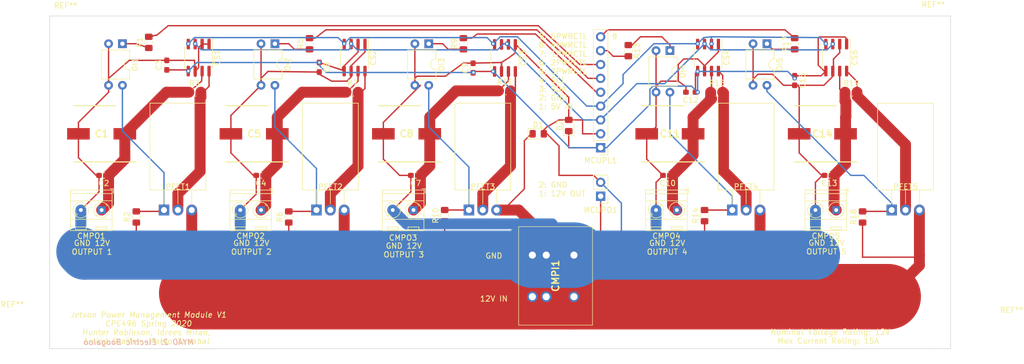
<source format=kicad_pcb>
(kicad_pcb (version 20171130) (host pcbnew "(5.1.5)-3")

  (general
    (thickness 1.6)
    (drawings 17)
    (tracks 437)
    (zones 0)
    (modules 59)
    (nets 31)
  )

  (page A4)
  (layers
    (0 F.Cu signal)
    (31 B.Cu signal)
    (32 B.Adhes user)
    (33 F.Adhes user)
    (34 B.Paste user)
    (35 F.Paste user)
    (36 B.SilkS user)
    (37 F.SilkS user)
    (38 B.Mask user)
    (39 F.Mask user)
    (40 Dwgs.User user)
    (41 Cmts.User user)
    (42 Eco1.User user)
    (43 Eco2.User user)
    (44 Edge.Cuts user)
    (45 Margin user)
    (46 B.CrtYd user)
    (47 F.CrtYd user)
    (48 B.Fab user)
    (49 F.Fab user)
  )

  (setup
    (last_trace_width 0.25)
    (user_trace_width 0.25)
    (user_trace_width 2)
    (user_trace_width 5)
    (user_trace_width 7)
    (user_trace_width 9)
    (user_trace_width 12)
    (trace_clearance 0.2)
    (zone_clearance 0.508)
    (zone_45_only no)
    (trace_min 0.2)
    (via_size 0.8)
    (via_drill 0.4)
    (via_min_size 0.4)
    (via_min_drill 0.3)
    (uvia_size 0.3)
    (uvia_drill 0.1)
    (uvias_allowed no)
    (uvia_min_size 0.2)
    (uvia_min_drill 0.1)
    (edge_width 0.1)
    (segment_width 0.2)
    (pcb_text_width 0.3)
    (pcb_text_size 1.5 1.5)
    (mod_edge_width 0.15)
    (mod_text_size 1 1)
    (mod_text_width 0.15)
    (pad_size 1.7 1.7)
    (pad_drill 1)
    (pad_to_mask_clearance 0)
    (aux_axis_origin 0 0)
    (visible_elements 7FFFFFFF)
    (pcbplotparams
      (layerselection 0x010fc_ffffffff)
      (usegerberextensions false)
      (usegerberattributes false)
      (usegerberadvancedattributes false)
      (creategerberjobfile false)
      (excludeedgelayer true)
      (linewidth 0.100000)
      (plotframeref false)
      (viasonmask false)
      (mode 1)
      (useauxorigin false)
      (hpglpennumber 1)
      (hpglpenspeed 20)
      (hpglpendiameter 15.000000)
      (psnegative false)
      (psa4output false)
      (plotreference true)
      (plotvalue true)
      (plotinvisibletext false)
      (padsonsilk false)
      (subtractmaskfromsilk false)
      (outputformat 1)
      (mirror false)
      (drillshape 1)
      (scaleselection 1)
      (outputdirectory ""))
  )

  (net 0 "")
  (net 1 VDD)
  (net 2 GND)
  (net 3 VCC)
  (net 4 /MasterPWRCTL)
  (net 5 "Net-(CS1-Pad8)")
  (net 6 "Net-(CS2-Pad8)")
  (net 7 "Net-(CS3-Pad8)")
  (net 8 "Net-(CS4-Pad8)")
  (net 9 "Net-(CS5-Pad8)")
  (net 10 Slave4PWRCTL)
  (net 11 Slave3PWRCTL)
  (net 12 Slave2PWRCTL)
  (net 13 Slave1PWRCTL)
  (net 14 "Net-(OI1-Pad4)")
  (net 15 "Net-(OI1-Pad1)")
  (net 16 "Net-(OI2-Pad4)")
  (net 17 "Net-(OI2-Pad1)")
  (net 18 "Net-(OI3-Pad4)")
  (net 19 "Net-(OI3-Pad1)")
  (net 20 "Net-(OI4-Pad4)")
  (net 21 "Net-(OI4-Pad1)")
  (net 22 "Net-(OI5-Pad4)")
  (net 23 "Net-(OI5-Pad1)")
  (net 24 SCL)
  (net 25 SDA)
  (net 26 "Net-(C1-Pad1)")
  (net 27 "Net-(C4-Pad1)")
  (net 28 "Net-(C7-Pad1)")
  (net 29 "Net-(C10-Pad1)")
  (net 30 "Net-(C13-Pad1)")

  (net_class Default "This is the default net class."
    (clearance 0.2)
    (trace_width 0.25)
    (via_dia 0.8)
    (via_drill 0.4)
    (uvia_dia 0.3)
    (uvia_drill 0.1)
    (add_net /MasterPWRCTL)
    (add_net GND)
    (add_net "Net-(C1-Pad1)")
    (add_net "Net-(C10-Pad1)")
    (add_net "Net-(C13-Pad1)")
    (add_net "Net-(C4-Pad1)")
    (add_net "Net-(C7-Pad1)")
    (add_net "Net-(OI1-Pad1)")
    (add_net "Net-(OI1-Pad4)")
    (add_net "Net-(OI2-Pad1)")
    (add_net "Net-(OI2-Pad4)")
    (add_net "Net-(OI3-Pad1)")
    (add_net "Net-(OI3-Pad4)")
    (add_net "Net-(OI4-Pad1)")
    (add_net "Net-(OI4-Pad4)")
    (add_net "Net-(OI5-Pad1)")
    (add_net "Net-(OI5-Pad4)")
    (add_net SCL)
    (add_net SDA)
    (add_net Slave1PWRCTL)
    (add_net Slave2PWRCTL)
    (add_net Slave3PWRCTL)
    (add_net Slave4PWRCTL)
    (add_net VCC)
    (add_net VDD)
  )

  (net_class VDD ""
    (clearance 0.2)
    (trace_width 0.25)
    (via_dia 0.8)
    (via_drill 0.4)
    (uvia_dia 0.3)
    (uvia_drill 0.1)
    (add_net "Net-(CS1-Pad8)")
    (add_net "Net-(CS2-Pad8)")
    (add_net "Net-(CS3-Pad8)")
    (add_net "Net-(CS4-Pad8)")
    (add_net "Net-(CS5-Pad8)")
  )

  (module MountingHole:MountingHole_3.7mm (layer F.Cu) (tedit 56D1B4CB) (tstamp 5E4D0278)
    (at 25.146 77.724)
    (descr "Mounting Hole 3.7mm, no annular")
    (tags "mounting hole 3.7mm no annular")
    (attr virtual)
    (fp_text reference REF** (at 0 -4.7) (layer F.SilkS)
      (effects (font (size 1 1) (thickness 0.15)))
    )
    (fp_text value MountingHole_3.7mm (at 0 4.7) (layer F.Fab)
      (effects (font (size 1 1) (thickness 0.15)))
    )
    (fp_text user %R (at 0.3 0) (layer F.Fab)
      (effects (font (size 1 1) (thickness 0.15)))
    )
    (fp_circle (center 0 0) (end 3.7 0) (layer Cmts.User) (width 0.15))
    (fp_circle (center 0 0) (end 3.95 0) (layer F.CrtYd) (width 0.05))
    (pad 1 np_thru_hole circle (at 0 0) (size 3.7 3.7) (drill 3.7) (layers *.Cu *.Mask))
  )

  (module MountingHole:MountingHole_3.7mm (layer F.Cu) (tedit 56D1B4CB) (tstamp 5E4D0278)
    (at 24.765 133.223)
    (descr "Mounting Hole 3.7mm, no annular")
    (tags "mounting hole 3.7mm no annular")
    (attr virtual)
    (fp_text reference REF** (at -9.3726 -5.4356) (layer F.SilkS)
      (effects (font (size 1 1) (thickness 0.15)))
    )
    (fp_text value MountingHole_3.7mm (at 0 4.7) (layer F.Fab)
      (effects (font (size 1 1) (thickness 0.15)))
    )
    (fp_text user %R (at 0.3 0) (layer F.Fab)
      (effects (font (size 1 1) (thickness 0.15)))
    )
    (fp_circle (center 0 0) (end 3.7 0) (layer Cmts.User) (width 0.15))
    (fp_circle (center 0 0) (end 3.95 0) (layer F.CrtYd) (width 0.05))
    (pad 1 np_thru_hole circle (at 0 0) (size 3.7 3.7) (drill 3.7) (layers *.Cu *.Mask))
  )

  (module MountingHole:MountingHole_3.7mm (layer F.Cu) (tedit 56D1B4CB) (tstamp 5E4D0278)
    (at 184.3278 133.0198)
    (descr "Mounting Hole 3.7mm, no annular")
    (tags "mounting hole 3.7mm no annular")
    (attr virtual)
    (fp_text reference REF** (at 14.1986 -4.191) (layer F.SilkS)
      (effects (font (size 1 1) (thickness 0.15)))
    )
    (fp_text value MountingHole_3.7mm (at 0 4.7) (layer F.Fab)
      (effects (font (size 1 1) (thickness 0.15)))
    )
    (fp_text user %R (at 0.3 0) (layer F.Fab)
      (effects (font (size 1 1) (thickness 0.15)))
    )
    (fp_circle (center 0 0) (end 3.7 0) (layer Cmts.User) (width 0.15))
    (fp_circle (center 0 0) (end 3.95 0) (layer F.CrtYd) (width 0.05))
    (pad 1 np_thru_hole circle (at 0 0) (size 3.7 3.7) (drill 3.7) (layers *.Cu *.Mask))
  )

  (module MountingHole:MountingHole_3.7mm (layer F.Cu) (tedit 56D1B4CB) (tstamp 5E4D0229)
    (at 184.15 77.5462)
    (descr "Mounting Hole 3.7mm, no annular")
    (tags "mounting hole 3.7mm no annular")
    (attr virtual)
    (fp_text reference REF** (at 0 -4.7) (layer F.SilkS)
      (effects (font (size 1 1) (thickness 0.15)))
    )
    (fp_text value MountingHole_3.7mm (at 0 4.7) (layer F.Fab)
      (effects (font (size 1 1) (thickness 0.15)))
    )
    (fp_circle (center 0 0) (end 3.95 0) (layer F.CrtYd) (width 0.05))
    (fp_circle (center 0 0) (end 3.7 0) (layer Cmts.User) (width 0.15))
    (fp_text user %R (at 0.3 0) (layer F.Fab)
      (effects (font (size 1 1) (thickness 0.15)))
    )
    (pad 1 np_thru_hole circle (at 0 0) (size 3.7 3.7) (drill 3.7) (layers *.Cu *.Mask))
  )

  (module Package_TO_SOT_THT:TO-220-3_Horizontal_TabDown (layer F.Cu) (tedit 5AC8BA0D) (tstamp 5E2582A1)
    (at 71.12 110.49)
    (descr "TO-220-3, Horizontal, RM 2.54mm, see https://www.vishay.com/docs/66542/to-220-1.pdf")
    (tags "TO-220-3 Horizontal RM 2.54mm")
    (path /5DF4EB32/5E25501A)
    (fp_text reference PFET2 (at 2.54 -4.27) (layer F.SilkS)
      (effects (font (size 1 1) (thickness 0.15)))
    )
    (fp_text value SUP70101EL-GE3 (at 2.54 2.5) (layer F.Fab)
      (effects (font (size 1 1) (thickness 0.15)))
    )
    (fp_text user %R (at 2.54 -4.27) (layer F.Fab)
      (effects (font (size 1 1) (thickness 0.15)))
    )
    (fp_line (start 7.79 -19.71) (end -2.71 -19.71) (layer F.CrtYd) (width 0.05))
    (fp_line (start 7.79 1.25) (end 7.79 -19.71) (layer F.CrtYd) (width 0.05))
    (fp_line (start -2.71 1.25) (end 7.79 1.25) (layer F.CrtYd) (width 0.05))
    (fp_line (start -2.71 -19.71) (end -2.71 1.25) (layer F.CrtYd) (width 0.05))
    (fp_line (start 5.08 -3.69) (end 5.08 -1.15) (layer F.SilkS) (width 0.12))
    (fp_line (start 2.54 -3.69) (end 2.54 -1.15) (layer F.SilkS) (width 0.12))
    (fp_line (start 0 -3.69) (end 0 -1.15) (layer F.SilkS) (width 0.12))
    (fp_line (start 7.66 -19.58) (end 7.66 -3.69) (layer F.SilkS) (width 0.12))
    (fp_line (start -2.58 -19.58) (end -2.58 -3.69) (layer F.SilkS) (width 0.12))
    (fp_line (start -2.58 -19.58) (end 7.66 -19.58) (layer F.SilkS) (width 0.12))
    (fp_line (start -2.58 -3.69) (end 7.66 -3.69) (layer F.SilkS) (width 0.12))
    (fp_line (start 5.08 -3.81) (end 5.08 0) (layer F.Fab) (width 0.1))
    (fp_line (start 2.54 -3.81) (end 2.54 0) (layer F.Fab) (width 0.1))
    (fp_line (start 0 -3.81) (end 0 0) (layer F.Fab) (width 0.1))
    (fp_line (start 7.54 -3.81) (end -2.46 -3.81) (layer F.Fab) (width 0.1))
    (fp_line (start 7.54 -13.06) (end 7.54 -3.81) (layer F.Fab) (width 0.1))
    (fp_line (start -2.46 -13.06) (end 7.54 -13.06) (layer F.Fab) (width 0.1))
    (fp_line (start -2.46 -3.81) (end -2.46 -13.06) (layer F.Fab) (width 0.1))
    (fp_line (start 7.54 -13.06) (end -2.46 -13.06) (layer F.Fab) (width 0.1))
    (fp_line (start 7.54 -19.46) (end 7.54 -13.06) (layer F.Fab) (width 0.1))
    (fp_line (start -2.46 -19.46) (end 7.54 -19.46) (layer F.Fab) (width 0.1))
    (fp_line (start -2.46 -13.06) (end -2.46 -19.46) (layer F.Fab) (width 0.1))
    (fp_circle (center 2.54 -16.66) (end 4.39 -16.66) (layer F.Fab) (width 0.1))
    (pad 3 thru_hole oval (at 5.08 0) (size 1.905 2) (drill 1.1) (layers *.Cu *.Mask)
      (net 1 VDD))
    (pad 2 thru_hole oval (at 2.54 0) (size 1.905 2) (drill 1.1) (layers *.Cu *.Mask)
      (net 6 "Net-(CS2-Pad8)"))
    (pad 1 thru_hole rect (at 0 0) (size 1.905 2) (drill 1.1) (layers *.Cu *.Mask)
      (net 16 "Net-(OI2-Pad4)"))
    (pad "" np_thru_hole oval (at 2.54 -16.66) (size 3.5 3.5) (drill 3.5) (layers *.Cu *.Mask))
    (model ${KISYS3DMOD}/Package_TO_SOT_THT.3dshapes/TO-220-3_Horizontal_TabDown.wrl
      (at (xyz 0 0 0))
      (scale (xyz 1 1 1))
      (rotate (xyz 0 0 0))
    )
  )

  (module Package_TO_SOT_THT:TO-220-3_Horizontal_TabDown (layer F.Cu) (tedit 5AC8BA0D) (tstamp 5E258279)
    (at 43.18 110.49)
    (descr "TO-220-3, Horizontal, RM 2.54mm, see https://www.vishay.com/docs/66542/to-220-1.pdf")
    (tags "TO-220-3 Horizontal RM 2.54mm")
    (path /5DE4C413)
    (fp_text reference PFET1 (at 2.54 -4.27) (layer F.SilkS)
      (effects (font (size 1 1) (thickness 0.15)))
    )
    (fp_text value SUP70101EL-GE3 (at 2.54 2.5) (layer F.Fab)
      (effects (font (size 1 1) (thickness 0.15)))
    )
    (fp_text user %R (at 2.54 -4.27) (layer F.Fab)
      (effects (font (size 1 1) (thickness 0.15)))
    )
    (fp_line (start 7.79 -19.71) (end -2.71 -19.71) (layer F.CrtYd) (width 0.05))
    (fp_line (start 7.79 1.25) (end 7.79 -19.71) (layer F.CrtYd) (width 0.05))
    (fp_line (start -2.71 1.25) (end 7.79 1.25) (layer F.CrtYd) (width 0.05))
    (fp_line (start -2.71 -19.71) (end -2.71 1.25) (layer F.CrtYd) (width 0.05))
    (fp_line (start 5.08 -3.69) (end 5.08 -1.15) (layer F.SilkS) (width 0.12))
    (fp_line (start 2.54 -3.69) (end 2.54 -1.15) (layer F.SilkS) (width 0.12))
    (fp_line (start 0 -3.69) (end 0 -1.15) (layer F.SilkS) (width 0.12))
    (fp_line (start 7.66 -19.58) (end 7.66 -3.69) (layer F.SilkS) (width 0.12))
    (fp_line (start -2.58 -19.58) (end -2.58 -3.69) (layer F.SilkS) (width 0.12))
    (fp_line (start -2.58 -19.58) (end 7.66 -19.58) (layer F.SilkS) (width 0.12))
    (fp_line (start -2.58 -3.69) (end 7.66 -3.69) (layer F.SilkS) (width 0.12))
    (fp_line (start 5.08 -3.81) (end 5.08 0) (layer F.Fab) (width 0.1))
    (fp_line (start 2.54 -3.81) (end 2.54 0) (layer F.Fab) (width 0.1))
    (fp_line (start 0 -3.81) (end 0 0) (layer F.Fab) (width 0.1))
    (fp_line (start 7.54 -3.81) (end -2.46 -3.81) (layer F.Fab) (width 0.1))
    (fp_line (start 7.54 -13.06) (end 7.54 -3.81) (layer F.Fab) (width 0.1))
    (fp_line (start -2.46 -13.06) (end 7.54 -13.06) (layer F.Fab) (width 0.1))
    (fp_line (start -2.46 -3.81) (end -2.46 -13.06) (layer F.Fab) (width 0.1))
    (fp_line (start 7.54 -13.06) (end -2.46 -13.06) (layer F.Fab) (width 0.1))
    (fp_line (start 7.54 -19.46) (end 7.54 -13.06) (layer F.Fab) (width 0.1))
    (fp_line (start -2.46 -19.46) (end 7.54 -19.46) (layer F.Fab) (width 0.1))
    (fp_line (start -2.46 -13.06) (end -2.46 -19.46) (layer F.Fab) (width 0.1))
    (fp_circle (center 2.54 -16.66) (end 4.39 -16.66) (layer F.Fab) (width 0.1))
    (pad 3 thru_hole oval (at 5.08 0) (size 1.905 2) (drill 1.1) (layers *.Cu *.Mask)
      (net 1 VDD))
    (pad 2 thru_hole oval (at 2.54 0) (size 1.905 2) (drill 1.1) (layers *.Cu *.Mask)
      (net 5 "Net-(CS1-Pad8)"))
    (pad 1 thru_hole rect (at 0 0) (size 1.905 2) (drill 1.1) (layers *.Cu *.Mask)
      (net 14 "Net-(OI1-Pad4)"))
    (pad "" np_thru_hole oval (at 2.54 -16.66) (size 3.5 3.5) (drill 3.5) (layers *.Cu *.Mask))
    (model ${KISYS3DMOD}/Package_TO_SOT_THT.3dshapes/TO-220-3_Horizontal_TabDown.wrl
      (at (xyz 0 0 0))
      (scale (xyz 1 1 1))
      (rotate (xyz 0 0 0))
    )
  )

  (module Resistor_SMD:R_0805_2012Metric_Pad1.15x1.40mm_HandSolder (layer F.Cu) (tedit 5B36C52B) (tstamp 5E257F84)
    (at 66.04 111.76 90)
    (descr "Resistor SMD 0805 (2012 Metric), square (rectangular) end terminal, IPC_7351 nominal with elongated pad for handsoldering. (Body size source: https://docs.google.com/spreadsheets/d/1BsfQQcO9C6DZCsRaXUlFlo91Tg2WpOkGARC1WS5S8t0/edit?usp=sharing), generated with kicad-footprint-generator")
    (tags "resistor handsolder")
    (path /5DF4EB32/5E0287BA)
    (attr smd)
    (fp_text reference R6 (at 0 -1.65 90) (layer F.SilkS)
      (effects (font (size 1 1) (thickness 0.15)))
    )
    (fp_text value 6.8k (at 0 1.65 90) (layer F.Fab)
      (effects (font (size 1 1) (thickness 0.15)))
    )
    (fp_text user %R (at 0 0 90) (layer F.Fab)
      (effects (font (size 0.5 0.5) (thickness 0.08)))
    )
    (fp_line (start 1.85 0.95) (end -1.85 0.95) (layer F.CrtYd) (width 0.05))
    (fp_line (start 1.85 -0.95) (end 1.85 0.95) (layer F.CrtYd) (width 0.05))
    (fp_line (start -1.85 -0.95) (end 1.85 -0.95) (layer F.CrtYd) (width 0.05))
    (fp_line (start -1.85 0.95) (end -1.85 -0.95) (layer F.CrtYd) (width 0.05))
    (fp_line (start -0.261252 0.71) (end 0.261252 0.71) (layer F.SilkS) (width 0.12))
    (fp_line (start -0.261252 -0.71) (end 0.261252 -0.71) (layer F.SilkS) (width 0.12))
    (fp_line (start 1 0.6) (end -1 0.6) (layer F.Fab) (width 0.1))
    (fp_line (start 1 -0.6) (end 1 0.6) (layer F.Fab) (width 0.1))
    (fp_line (start -1 -0.6) (end 1 -0.6) (layer F.Fab) (width 0.1))
    (fp_line (start -1 0.6) (end -1 -0.6) (layer F.Fab) (width 0.1))
    (pad 2 smd roundrect (at 1.025 0 90) (size 1.15 1.4) (layers F.Cu F.Paste F.Mask) (roundrect_rratio 0.217391)
      (net 16 "Net-(OI2-Pad4)"))
    (pad 1 smd roundrect (at -1.025 0 90) (size 1.15 1.4) (layers F.Cu F.Paste F.Mask) (roundrect_rratio 0.217391)
      (net 1 VDD))
    (model ${KISYS3DMOD}/Resistor_SMD.3dshapes/R_0805_2012Metric.wrl
      (at (xyz 0 0 0))
      (scale (xyz 1 1 1))
      (rotate (xyz 0 0 0))
    )
  )

  (module Package_DIP:DIP-4_W7.62mm (layer F.Cu) (tedit 5A02E8C5) (tstamp 5E2581CC)
    (at 91.694 80.01 270)
    (descr "4-lead though-hole mounted DIP package, row spacing 7.62 mm (300 mils)")
    (tags "THT DIP DIL PDIP 2.54mm 7.62mm 300mil")
    (path /5DF5DF47/5E068ECC)
    (fp_text reference OI3 (at 3.81 -2.33 90) (layer F.SilkS)
      (effects (font (size 1 1) (thickness 0.15)))
    )
    (fp_text value LTV-817 (at 3.81 4.87 90) (layer F.Fab)
      (effects (font (size 1 1) (thickness 0.15)))
    )
    (fp_text user %R (at 3.81 1.27 90) (layer F.Fab)
      (effects (font (size 1 1) (thickness 0.15)))
    )
    (fp_line (start 8.7 -1.55) (end -1.1 -1.55) (layer F.CrtYd) (width 0.05))
    (fp_line (start 8.7 4.1) (end 8.7 -1.55) (layer F.CrtYd) (width 0.05))
    (fp_line (start -1.1 4.1) (end 8.7 4.1) (layer F.CrtYd) (width 0.05))
    (fp_line (start -1.1 -1.55) (end -1.1 4.1) (layer F.CrtYd) (width 0.05))
    (fp_line (start 6.46 -1.33) (end 4.81 -1.33) (layer F.SilkS) (width 0.12))
    (fp_line (start 6.46 3.87) (end 6.46 -1.33) (layer F.SilkS) (width 0.12))
    (fp_line (start 1.16 3.87) (end 6.46 3.87) (layer F.SilkS) (width 0.12))
    (fp_line (start 1.16 -1.33) (end 1.16 3.87) (layer F.SilkS) (width 0.12))
    (fp_line (start 2.81 -1.33) (end 1.16 -1.33) (layer F.SilkS) (width 0.12))
    (fp_line (start 0.635 -0.27) (end 1.635 -1.27) (layer F.Fab) (width 0.1))
    (fp_line (start 0.635 3.81) (end 0.635 -0.27) (layer F.Fab) (width 0.1))
    (fp_line (start 6.985 3.81) (end 0.635 3.81) (layer F.Fab) (width 0.1))
    (fp_line (start 6.985 -1.27) (end 6.985 3.81) (layer F.Fab) (width 0.1))
    (fp_line (start 1.635 -1.27) (end 6.985 -1.27) (layer F.Fab) (width 0.1))
    (fp_arc (start 3.81 -1.33) (end 2.81 -1.33) (angle -180) (layer F.SilkS) (width 0.12))
    (pad 4 thru_hole oval (at 7.62 0 270) (size 1.6 1.6) (drill 0.8) (layers *.Cu *.Mask)
      (net 18 "Net-(OI3-Pad4)"))
    (pad 2 thru_hole oval (at 0 2.54 270) (size 1.6 1.6) (drill 0.8) (layers *.Cu *.Mask)
      (net 2 GND))
    (pad 3 thru_hole oval (at 7.62 2.54 270) (size 1.6 1.6) (drill 0.8) (layers *.Cu *.Mask)
      (net 2 GND))
    (pad 1 thru_hole rect (at 0 0 270) (size 1.6 1.6) (drill 0.8) (layers *.Cu *.Mask)
      (net 19 "Net-(OI3-Pad1)"))
    (model ${KISYS3DMOD}/Package_DIP.3dshapes/DIP-4_W7.62mm.wrl
      (at (xyz 0 0 0))
      (scale (xyz 1 1 1))
      (rotate (xyz 0 0 0))
    )
  )

  (module Package_TO_SOT_THT:TO-220-3_Horizontal_TabDown (layer F.Cu) (tedit 5AC8BA0D) (tstamp 5E3FB38B)
    (at 99.06 110.49)
    (descr "TO-220-3, Horizontal, RM 2.54mm, see https://www.vishay.com/docs/66542/to-220-1.pdf")
    (tags "TO-220-3 Horizontal RM 2.54mm")
    (path /5DF5DF47/5E257AFC)
    (fp_text reference PFET3 (at 2.54 -4.27) (layer F.SilkS)
      (effects (font (size 1 1) (thickness 0.15)))
    )
    (fp_text value SUP70101EL-GE3 (at 2.54 2.5) (layer F.Fab)
      (effects (font (size 1 1) (thickness 0.15)))
    )
    (fp_text user %R (at 2.54 -4.27) (layer F.Fab)
      (effects (font (size 1 1) (thickness 0.15)))
    )
    (fp_line (start 7.79 -19.71) (end -2.71 -19.71) (layer F.CrtYd) (width 0.05))
    (fp_line (start 7.79 1.25) (end 7.79 -19.71) (layer F.CrtYd) (width 0.05))
    (fp_line (start -2.71 1.25) (end 7.79 1.25) (layer F.CrtYd) (width 0.05))
    (fp_line (start -2.71 -19.71) (end -2.71 1.25) (layer F.CrtYd) (width 0.05))
    (fp_line (start 5.08 -3.69) (end 5.08 -1.15) (layer F.SilkS) (width 0.12))
    (fp_line (start 2.54 -3.69) (end 2.54 -1.15) (layer F.SilkS) (width 0.12))
    (fp_line (start 0 -3.69) (end 0 -1.15) (layer F.SilkS) (width 0.12))
    (fp_line (start 7.66 -19.58) (end 7.66 -3.69) (layer F.SilkS) (width 0.12))
    (fp_line (start -2.58 -19.58) (end -2.58 -3.69) (layer F.SilkS) (width 0.12))
    (fp_line (start -2.58 -19.58) (end 7.66 -19.58) (layer F.SilkS) (width 0.12))
    (fp_line (start -2.58 -3.69) (end 7.66 -3.69) (layer F.SilkS) (width 0.12))
    (fp_line (start 5.08 -3.81) (end 5.08 0) (layer F.Fab) (width 0.1))
    (fp_line (start 2.54 -3.81) (end 2.54 0) (layer F.Fab) (width 0.1))
    (fp_line (start 0 -3.81) (end 0 0) (layer F.Fab) (width 0.1))
    (fp_line (start 7.54 -3.81) (end -2.46 -3.81) (layer F.Fab) (width 0.1))
    (fp_line (start 7.54 -13.06) (end 7.54 -3.81) (layer F.Fab) (width 0.1))
    (fp_line (start -2.46 -13.06) (end 7.54 -13.06) (layer F.Fab) (width 0.1))
    (fp_line (start -2.46 -3.81) (end -2.46 -13.06) (layer F.Fab) (width 0.1))
    (fp_line (start 7.54 -13.06) (end -2.46 -13.06) (layer F.Fab) (width 0.1))
    (fp_line (start 7.54 -19.46) (end 7.54 -13.06) (layer F.Fab) (width 0.1))
    (fp_line (start -2.46 -19.46) (end 7.54 -19.46) (layer F.Fab) (width 0.1))
    (fp_line (start -2.46 -13.06) (end -2.46 -19.46) (layer F.Fab) (width 0.1))
    (fp_circle (center 2.54 -16.66) (end 4.39 -16.66) (layer F.Fab) (width 0.1))
    (pad 3 thru_hole oval (at 5.08 0) (size 1.905 2) (drill 1.1) (layers *.Cu *.Mask)
      (net 1 VDD))
    (pad 2 thru_hole oval (at 2.54 0) (size 1.905 2) (drill 1.1) (layers *.Cu *.Mask)
      (net 7 "Net-(CS3-Pad8)"))
    (pad 1 thru_hole rect (at 0 0) (size 1.905 2) (drill 1.1) (layers *.Cu *.Mask)
      (net 18 "Net-(OI3-Pad4)"))
    (pad "" np_thru_hole oval (at 2.54 -16.66) (size 3.5 3.5) (drill 3.5) (layers *.Cu *.Mask))
    (model ${KISYS3DMOD}/Package_TO_SOT_THT.3dshapes/TO-220-3_Horizontal_TabDown.wrl
      (at (xyz 0 0 0))
      (scale (xyz 1 1 1))
      (rotate (xyz 0 0 0))
    )
  )

  (module Package_TO_SOT_THT:TO-220-3_Horizontal_TabDown (layer F.Cu) (tedit 5AC8BA0D) (tstamp 5E2582F1)
    (at 147.32 110.49)
    (descr "TO-220-3, Horizontal, RM 2.54mm, see https://www.vishay.com/docs/66542/to-220-1.pdf")
    (tags "TO-220-3 Horizontal RM 2.54mm")
    (path /5DF5E95B/5E25CCB6)
    (fp_text reference PFET4 (at 2.54 -4.27) (layer F.SilkS)
      (effects (font (size 1 1) (thickness 0.15)))
    )
    (fp_text value SUP70101EL-GE3 (at 2.54 2.5) (layer F.Fab)
      (effects (font (size 1 1) (thickness 0.15)))
    )
    (fp_text user %R (at 2.54 -4.27) (layer F.Fab)
      (effects (font (size 1 1) (thickness 0.15)))
    )
    (fp_line (start 7.79 -19.71) (end -2.71 -19.71) (layer F.CrtYd) (width 0.05))
    (fp_line (start 7.79 1.25) (end 7.79 -19.71) (layer F.CrtYd) (width 0.05))
    (fp_line (start -2.71 1.25) (end 7.79 1.25) (layer F.CrtYd) (width 0.05))
    (fp_line (start -2.71 -19.71) (end -2.71 1.25) (layer F.CrtYd) (width 0.05))
    (fp_line (start 5.08 -3.69) (end 5.08 -1.15) (layer F.SilkS) (width 0.12))
    (fp_line (start 2.54 -3.69) (end 2.54 -1.15) (layer F.SilkS) (width 0.12))
    (fp_line (start 0 -3.69) (end 0 -1.15) (layer F.SilkS) (width 0.12))
    (fp_line (start 7.66 -19.58) (end 7.66 -3.69) (layer F.SilkS) (width 0.12))
    (fp_line (start -2.58 -19.58) (end -2.58 -3.69) (layer F.SilkS) (width 0.12))
    (fp_line (start -2.58 -19.58) (end 7.66 -19.58) (layer F.SilkS) (width 0.12))
    (fp_line (start -2.58 -3.69) (end 7.66 -3.69) (layer F.SilkS) (width 0.12))
    (fp_line (start 5.08 -3.81) (end 5.08 0) (layer F.Fab) (width 0.1))
    (fp_line (start 2.54 -3.81) (end 2.54 0) (layer F.Fab) (width 0.1))
    (fp_line (start 0 -3.81) (end 0 0) (layer F.Fab) (width 0.1))
    (fp_line (start 7.54 -3.81) (end -2.46 -3.81) (layer F.Fab) (width 0.1))
    (fp_line (start 7.54 -13.06) (end 7.54 -3.81) (layer F.Fab) (width 0.1))
    (fp_line (start -2.46 -13.06) (end 7.54 -13.06) (layer F.Fab) (width 0.1))
    (fp_line (start -2.46 -3.81) (end -2.46 -13.06) (layer F.Fab) (width 0.1))
    (fp_line (start 7.54 -13.06) (end -2.46 -13.06) (layer F.Fab) (width 0.1))
    (fp_line (start 7.54 -19.46) (end 7.54 -13.06) (layer F.Fab) (width 0.1))
    (fp_line (start -2.46 -19.46) (end 7.54 -19.46) (layer F.Fab) (width 0.1))
    (fp_line (start -2.46 -13.06) (end -2.46 -19.46) (layer F.Fab) (width 0.1))
    (fp_circle (center 2.54 -16.66) (end 4.39 -16.66) (layer F.Fab) (width 0.1))
    (pad 3 thru_hole oval (at 5.08 0) (size 1.905 2) (drill 1.1) (layers *.Cu *.Mask)
      (net 1 VDD))
    (pad 2 thru_hole oval (at 2.54 0) (size 1.905 2) (drill 1.1) (layers *.Cu *.Mask)
      (net 8 "Net-(CS4-Pad8)"))
    (pad 1 thru_hole rect (at 0 0) (size 1.905 2) (drill 1.1) (layers *.Cu *.Mask)
      (net 20 "Net-(OI4-Pad4)"))
    (pad "" np_thru_hole oval (at 2.54 -16.66) (size 3.5 3.5) (drill 3.5) (layers *.Cu *.Mask))
    (model ${KISYS3DMOD}/Package_TO_SOT_THT.3dshapes/TO-220-3_Horizontal_TabDown.wrl
      (at (xyz 0 0 0))
      (scale (xyz 1 1 1))
      (rotate (xyz 0 0 0))
    )
  )

  (module Package_TO_SOT_THT:TO-220-3_Horizontal_TabDown (layer F.Cu) (tedit 5AC8BA0D) (tstamp 5E258319)
    (at 176.53 110.49)
    (descr "TO-220-3, Horizontal, RM 2.54mm, see https://www.vishay.com/docs/66542/to-220-1.pdf")
    (tags "TO-220-3 Horizontal RM 2.54mm")
    (path /5DF5EE34/5E25F263)
    (fp_text reference PFET5 (at 2.54 -4.27) (layer F.SilkS)
      (effects (font (size 1 1) (thickness 0.15)))
    )
    (fp_text value SUP70101EL-GE3 (at 2.54 2.5) (layer F.Fab)
      (effects (font (size 1 1) (thickness 0.15)))
    )
    (fp_text user %R (at 2.54 -4.27) (layer F.Fab)
      (effects (font (size 1 1) (thickness 0.15)))
    )
    (fp_line (start 7.79 -19.71) (end -2.71 -19.71) (layer F.CrtYd) (width 0.05))
    (fp_line (start 7.79 1.25) (end 7.79 -19.71) (layer F.CrtYd) (width 0.05))
    (fp_line (start -2.71 1.25) (end 7.79 1.25) (layer F.CrtYd) (width 0.05))
    (fp_line (start -2.71 -19.71) (end -2.71 1.25) (layer F.CrtYd) (width 0.05))
    (fp_line (start 5.08 -3.69) (end 5.08 -1.15) (layer F.SilkS) (width 0.12))
    (fp_line (start 2.54 -3.69) (end 2.54 -1.15) (layer F.SilkS) (width 0.12))
    (fp_line (start 0 -3.69) (end 0 -1.15) (layer F.SilkS) (width 0.12))
    (fp_line (start 7.66 -19.58) (end 7.66 -3.69) (layer F.SilkS) (width 0.12))
    (fp_line (start -2.58 -19.58) (end -2.58 -3.69) (layer F.SilkS) (width 0.12))
    (fp_line (start -2.58 -19.58) (end 7.66 -19.58) (layer F.SilkS) (width 0.12))
    (fp_line (start -2.58 -3.69) (end 7.66 -3.69) (layer F.SilkS) (width 0.12))
    (fp_line (start 5.08 -3.81) (end 5.08 0) (layer F.Fab) (width 0.1))
    (fp_line (start 2.54 -3.81) (end 2.54 0) (layer F.Fab) (width 0.1))
    (fp_line (start 0 -3.81) (end 0 0) (layer F.Fab) (width 0.1))
    (fp_line (start 7.54 -3.81) (end -2.46 -3.81) (layer F.Fab) (width 0.1))
    (fp_line (start 7.54 -13.06) (end 7.54 -3.81) (layer F.Fab) (width 0.1))
    (fp_line (start -2.46 -13.06) (end 7.54 -13.06) (layer F.Fab) (width 0.1))
    (fp_line (start -2.46 -3.81) (end -2.46 -13.06) (layer F.Fab) (width 0.1))
    (fp_line (start 7.54 -13.06) (end -2.46 -13.06) (layer F.Fab) (width 0.1))
    (fp_line (start 7.54 -19.46) (end 7.54 -13.06) (layer F.Fab) (width 0.1))
    (fp_line (start -2.46 -19.46) (end 7.54 -19.46) (layer F.Fab) (width 0.1))
    (fp_line (start -2.46 -13.06) (end -2.46 -19.46) (layer F.Fab) (width 0.1))
    (fp_circle (center 2.54 -16.66) (end 4.39 -16.66) (layer F.Fab) (width 0.1))
    (pad 3 thru_hole oval (at 5.08 0) (size 1.905 2) (drill 1.1) (layers *.Cu *.Mask)
      (net 1 VDD))
    (pad 2 thru_hole oval (at 2.54 0) (size 1.905 2) (drill 1.1) (layers *.Cu *.Mask)
      (net 9 "Net-(CS5-Pad8)"))
    (pad 1 thru_hole rect (at 0 0) (size 1.905 2) (drill 1.1) (layers *.Cu *.Mask)
      (net 22 "Net-(OI5-Pad4)"))
    (pad "" np_thru_hole oval (at 2.54 -16.66) (size 3.5 3.5) (drill 3.5) (layers *.Cu *.Mask))
    (model ${KISYS3DMOD}/Package_TO_SOT_THT.3dshapes/TO-220-3_Horizontal_TabDown.wrl
      (at (xyz 0 0 0))
      (scale (xyz 1 1 1))
      (rotate (xyz 0 0 0))
    )
  )

  (module Package_SO:SOIC-8_3.9x4.9mm_P1.27mm (layer F.Cu) (tedit 5D9F72B1) (tstamp 5E257ED9)
    (at 105.664 82.615 270)
    (descr "SOIC, 8 Pin (JEDEC MS-012AA, https://www.analog.com/media/en/package-pcb-resources/package/pkg_pdf/soic_narrow-r/r_8.pdf), generated with kicad-footprint-generator ipc_gullwing_generator.py")
    (tags "SOIC SO")
    (path /5DF5DF47/5E068EAD)
    (attr smd)
    (fp_text reference CS3 (at 0 -3.4 90) (layer F.SilkS)
      (effects (font (size 1 1) (thickness 0.15)))
    )
    (fp_text value INA219AxD (at 0 3.4 90) (layer F.Fab)
      (effects (font (size 1 1) (thickness 0.15)))
    )
    (fp_text user %R (at 0 0 90) (layer F.Fab)
      (effects (font (size 0.98 0.98) (thickness 0.15)))
    )
    (fp_line (start 3.7 -2.7) (end -3.7 -2.7) (layer F.CrtYd) (width 0.05))
    (fp_line (start 3.7 2.7) (end 3.7 -2.7) (layer F.CrtYd) (width 0.05))
    (fp_line (start -3.7 2.7) (end 3.7 2.7) (layer F.CrtYd) (width 0.05))
    (fp_line (start -3.7 -2.7) (end -3.7 2.7) (layer F.CrtYd) (width 0.05))
    (fp_line (start -1.95 -1.475) (end -0.975 -2.45) (layer F.Fab) (width 0.1))
    (fp_line (start -1.95 2.45) (end -1.95 -1.475) (layer F.Fab) (width 0.1))
    (fp_line (start 1.95 2.45) (end -1.95 2.45) (layer F.Fab) (width 0.1))
    (fp_line (start 1.95 -2.45) (end 1.95 2.45) (layer F.Fab) (width 0.1))
    (fp_line (start -0.975 -2.45) (end 1.95 -2.45) (layer F.Fab) (width 0.1))
    (fp_line (start 0 -2.56) (end -3.45 -2.56) (layer F.SilkS) (width 0.12))
    (fp_line (start 0 -2.56) (end 1.95 -2.56) (layer F.SilkS) (width 0.12))
    (fp_line (start 0 2.56) (end -1.95 2.56) (layer F.SilkS) (width 0.12))
    (fp_line (start 0 2.56) (end 1.95 2.56) (layer F.SilkS) (width 0.12))
    (pad 8 smd roundrect (at 2.475 -1.905 270) (size 1.95 0.6) (layers F.Cu F.Paste F.Mask) (roundrect_rratio 0.25)
      (net 7 "Net-(CS3-Pad8)"))
    (pad 7 smd roundrect (at 2.475 -0.635 270) (size 1.95 0.6) (layers F.Cu F.Paste F.Mask) (roundrect_rratio 0.25)
      (net 28 "Net-(C7-Pad1)"))
    (pad 6 smd roundrect (at 2.475 0.635 270) (size 1.95 0.6) (layers F.Cu F.Paste F.Mask) (roundrect_rratio 0.25)
      (net 2 GND))
    (pad 5 smd roundrect (at 2.475 1.905 270) (size 1.95 0.6) (layers F.Cu F.Paste F.Mask) (roundrect_rratio 0.25)
      (net 3 VCC))
    (pad 4 smd roundrect (at -2.475 1.905 270) (size 1.95 0.6) (layers F.Cu F.Paste F.Mask) (roundrect_rratio 0.25)
      (net 24 SCL))
    (pad 3 smd roundrect (at -2.475 0.635 270) (size 1.95 0.6) (layers F.Cu F.Paste F.Mask) (roundrect_rratio 0.25)
      (net 25 SDA))
    (pad 2 smd roundrect (at -2.475 -0.635 270) (size 1.95 0.6) (layers F.Cu F.Paste F.Mask) (roundrect_rratio 0.25)
      (net 25 SDA))
    (pad 1 smd roundrect (at -2.475 -1.905 270) (size 1.95 0.6) (layers F.Cu F.Paste F.Mask) (roundrect_rratio 0.25)
      (net 2 GND))
    (model ${KISYS3DMOD}/Package_SO.3dshapes/SOIC-8_3.9x4.9mm_P1.27mm.wrl
      (at (xyz 0 0 0))
      (scale (xyz 1 1 1))
      (rotate (xyz 0 0 0))
    )
  )

  (module Package_SO:SOIC-8_3.9x4.9mm_P1.27mm (layer F.Cu) (tedit 5D9F72B1) (tstamp 5E257EBF)
    (at 78.105 82.55 270)
    (descr "SOIC, 8 Pin (JEDEC MS-012AA, https://www.analog.com/media/en/package-pcb-resources/package/pkg_pdf/soic_narrow-r/r_8.pdf), generated with kicad-footprint-generator ipc_gullwing_generator.py")
    (tags "SOIC SO")
    (path /5DF4EB32/5E0287AF)
    (attr smd)
    (fp_text reference CS2 (at 0 -3.4 90) (layer F.SilkS)
      (effects (font (size 1 1) (thickness 0.15)))
    )
    (fp_text value INA219AxD (at 0 3.81 90) (layer F.Fab)
      (effects (font (size 1 1) (thickness 0.15)))
    )
    (fp_text user %R (at 0 0 90) (layer F.Fab)
      (effects (font (size 0.98 0.98) (thickness 0.15)))
    )
    (fp_line (start 3.7 -2.7) (end -3.7 -2.7) (layer F.CrtYd) (width 0.05))
    (fp_line (start 3.7 2.7) (end 3.7 -2.7) (layer F.CrtYd) (width 0.05))
    (fp_line (start -3.7 2.7) (end 3.7 2.7) (layer F.CrtYd) (width 0.05))
    (fp_line (start -3.7 -2.7) (end -3.7 2.7) (layer F.CrtYd) (width 0.05))
    (fp_line (start -1.95 -1.475) (end -0.975 -2.45) (layer F.Fab) (width 0.1))
    (fp_line (start -1.95 2.45) (end -1.95 -1.475) (layer F.Fab) (width 0.1))
    (fp_line (start 1.95 2.45) (end -1.95 2.45) (layer F.Fab) (width 0.1))
    (fp_line (start 1.95 -2.45) (end 1.95 2.45) (layer F.Fab) (width 0.1))
    (fp_line (start -0.975 -2.45) (end 1.95 -2.45) (layer F.Fab) (width 0.1))
    (fp_line (start 0 -2.56) (end -3.45 -2.56) (layer F.SilkS) (width 0.12))
    (fp_line (start 0 -2.56) (end 1.95 -2.56) (layer F.SilkS) (width 0.12))
    (fp_line (start 0 2.56) (end -1.95 2.56) (layer F.SilkS) (width 0.12))
    (fp_line (start 0 2.56) (end 1.95 2.56) (layer F.SilkS) (width 0.12))
    (pad 8 smd roundrect (at 2.475 -1.905 270) (size 1.95 0.6) (layers F.Cu F.Paste F.Mask) (roundrect_rratio 0.25)
      (net 6 "Net-(CS2-Pad8)"))
    (pad 7 smd roundrect (at 2.475 -0.635 270) (size 1.95 0.6) (layers F.Cu F.Paste F.Mask) (roundrect_rratio 0.25)
      (net 27 "Net-(C4-Pad1)"))
    (pad 6 smd roundrect (at 2.475 0.635 270) (size 1.95 0.6) (layers F.Cu F.Paste F.Mask) (roundrect_rratio 0.25)
      (net 2 GND))
    (pad 5 smd roundrect (at 2.475 1.905 270) (size 1.95 0.6) (layers F.Cu F.Paste F.Mask) (roundrect_rratio 0.25)
      (net 3 VCC))
    (pad 4 smd roundrect (at -2.475 1.905 270) (size 1.95 0.6) (layers F.Cu F.Paste F.Mask) (roundrect_rratio 0.25)
      (net 24 SCL))
    (pad 3 smd roundrect (at -2.475 0.635 270) (size 1.95 0.6) (layers F.Cu F.Paste F.Mask) (roundrect_rratio 0.25)
      (net 25 SDA))
    (pad 2 smd roundrect (at -2.475 -0.635 270) (size 1.95 0.6) (layers F.Cu F.Paste F.Mask) (roundrect_rratio 0.25)
      (net 3 VCC))
    (pad 1 smd roundrect (at -2.475 -1.905 270) (size 1.95 0.6) (layers F.Cu F.Paste F.Mask) (roundrect_rratio 0.25)
      (net 2 GND))
    (model ${KISYS3DMOD}/Package_SO.3dshapes/SOIC-8_3.9x4.9mm_P1.27mm.wrl
      (at (xyz 0 0 0))
      (scale (xyz 1 1 1))
      (rotate (xyz 0 0 0))
    )
  )

  (module Package_DIP:DIP-4_W7.62mm (layer F.Cu) (tedit 5A02E8C5) (tstamp 5E2581FC)
    (at 153.67 80.01 270)
    (descr "4-lead though-hole mounted DIP package, row spacing 7.62 mm (300 mils)")
    (tags "THT DIP DIL PDIP 2.54mm 7.62mm 300mil")
    (path /5DF5EE34/5E0B1E6C)
    (fp_text reference OI5 (at 3.81 -2.33 90) (layer F.SilkS)
      (effects (font (size 1 1) (thickness 0.15)))
    )
    (fp_text value LTV-817 (at 3.81 4.87 90) (layer F.Fab)
      (effects (font (size 1 1) (thickness 0.15)))
    )
    (fp_text user %R (at 3.81 1.27 90) (layer F.Fab)
      (effects (font (size 1 1) (thickness 0.15)))
    )
    (fp_line (start 8.7 -1.55) (end -1.1 -1.55) (layer F.CrtYd) (width 0.05))
    (fp_line (start 8.7 4.1) (end 8.7 -1.55) (layer F.CrtYd) (width 0.05))
    (fp_line (start -1.1 4.1) (end 8.7 4.1) (layer F.CrtYd) (width 0.05))
    (fp_line (start -1.1 -1.55) (end -1.1 4.1) (layer F.CrtYd) (width 0.05))
    (fp_line (start 6.46 -1.33) (end 4.81 -1.33) (layer F.SilkS) (width 0.12))
    (fp_line (start 6.46 3.87) (end 6.46 -1.33) (layer F.SilkS) (width 0.12))
    (fp_line (start 1.16 3.87) (end 6.46 3.87) (layer F.SilkS) (width 0.12))
    (fp_line (start 1.16 -1.33) (end 1.16 3.87) (layer F.SilkS) (width 0.12))
    (fp_line (start 2.81 -1.33) (end 1.16 -1.33) (layer F.SilkS) (width 0.12))
    (fp_line (start 0.635 -0.27) (end 1.635 -1.27) (layer F.Fab) (width 0.1))
    (fp_line (start 0.635 3.81) (end 0.635 -0.27) (layer F.Fab) (width 0.1))
    (fp_line (start 6.985 3.81) (end 0.635 3.81) (layer F.Fab) (width 0.1))
    (fp_line (start 6.985 -1.27) (end 6.985 3.81) (layer F.Fab) (width 0.1))
    (fp_line (start 1.635 -1.27) (end 6.985 -1.27) (layer F.Fab) (width 0.1))
    (fp_arc (start 3.81 -1.33) (end 2.81 -1.33) (angle -180) (layer F.SilkS) (width 0.12))
    (pad 4 thru_hole oval (at 7.62 0 270) (size 1.6 1.6) (drill 0.8) (layers *.Cu *.Mask)
      (net 22 "Net-(OI5-Pad4)"))
    (pad 2 thru_hole oval (at 0 2.54 270) (size 1.6 1.6) (drill 0.8) (layers *.Cu *.Mask)
      (net 2 GND))
    (pad 3 thru_hole oval (at 7.62 2.54 270) (size 1.6 1.6) (drill 0.8) (layers *.Cu *.Mask)
      (net 2 GND))
    (pad 1 thru_hole rect (at 0 0 270) (size 1.6 1.6) (drill 0.8) (layers *.Cu *.Mask)
      (net 23 "Net-(OI5-Pad1)"))
    (model ${KISYS3DMOD}/Package_DIP.3dshapes/DIP-4_W7.62mm.wrl
      (at (xyz 0 0 0))
      (scale (xyz 1 1 1))
      (rotate (xyz 0 0 0))
    )
  )

  (module Package_DIP:DIP-4_W7.62mm (layer F.Cu) (tedit 5A02E8C5) (tstamp 5E2581E4)
    (at 135.89 81.28 270)
    (descr "4-lead though-hole mounted DIP package, row spacing 7.62 mm (300 mils)")
    (tags "THT DIP DIL PDIP 2.54mm 7.62mm 300mil")
    (path /5DF5E95B/5E08A5D5)
    (fp_text reference OI4 (at 3.81 -2.33 90) (layer F.SilkS)
      (effects (font (size 1 1) (thickness 0.15)))
    )
    (fp_text value LTV-817 (at 3.81 4.87 90) (layer F.Fab)
      (effects (font (size 1 1) (thickness 0.15)))
    )
    (fp_text user %R (at 3.81 1.27 90) (layer F.Fab)
      (effects (font (size 1 1) (thickness 0.15)))
    )
    (fp_line (start 8.7 -1.55) (end -1.1 -1.55) (layer F.CrtYd) (width 0.05))
    (fp_line (start 8.7 4.1) (end 8.7 -1.55) (layer F.CrtYd) (width 0.05))
    (fp_line (start -1.1 4.1) (end 8.7 4.1) (layer F.CrtYd) (width 0.05))
    (fp_line (start -1.1 -1.55) (end -1.1 4.1) (layer F.CrtYd) (width 0.05))
    (fp_line (start 6.46 -1.33) (end 4.81 -1.33) (layer F.SilkS) (width 0.12))
    (fp_line (start 6.46 3.87) (end 6.46 -1.33) (layer F.SilkS) (width 0.12))
    (fp_line (start 1.16 3.87) (end 6.46 3.87) (layer F.SilkS) (width 0.12))
    (fp_line (start 1.16 -1.33) (end 1.16 3.87) (layer F.SilkS) (width 0.12))
    (fp_line (start 2.81 -1.33) (end 1.16 -1.33) (layer F.SilkS) (width 0.12))
    (fp_line (start 0.635 -0.27) (end 1.635 -1.27) (layer F.Fab) (width 0.1))
    (fp_line (start 0.635 3.81) (end 0.635 -0.27) (layer F.Fab) (width 0.1))
    (fp_line (start 6.985 3.81) (end 0.635 3.81) (layer F.Fab) (width 0.1))
    (fp_line (start 6.985 -1.27) (end 6.985 3.81) (layer F.Fab) (width 0.1))
    (fp_line (start 1.635 -1.27) (end 6.985 -1.27) (layer F.Fab) (width 0.1))
    (fp_arc (start 3.81 -1.33) (end 2.81 -1.33) (angle -180) (layer F.SilkS) (width 0.12))
    (pad 4 thru_hole oval (at 7.62 0 270) (size 1.6 1.6) (drill 0.8) (layers *.Cu *.Mask)
      (net 20 "Net-(OI4-Pad4)"))
    (pad 2 thru_hole oval (at 0 2.54 270) (size 1.6 1.6) (drill 0.8) (layers *.Cu *.Mask)
      (net 2 GND))
    (pad 3 thru_hole oval (at 7.62 2.54 270) (size 1.6 1.6) (drill 0.8) (layers *.Cu *.Mask)
      (net 2 GND))
    (pad 1 thru_hole rect (at 0 0 270) (size 1.6 1.6) (drill 0.8) (layers *.Cu *.Mask)
      (net 21 "Net-(OI4-Pad1)"))
    (model ${KISYS3DMOD}/Package_DIP.3dshapes/DIP-4_W7.62mm.wrl
      (at (xyz 0 0 0))
      (scale (xyz 1 1 1))
      (rotate (xyz 0 0 0))
    )
  )

  (module Package_DIP:DIP-4_W7.62mm (layer F.Cu) (tedit 5A02E8C5) (tstamp 5E2581B4)
    (at 63.5 80.01 270)
    (descr "4-lead though-hole mounted DIP package, row spacing 7.62 mm (300 mils)")
    (tags "THT DIP DIL PDIP 2.54mm 7.62mm 300mil")
    (path /5DF4EB32/5E0287CF)
    (fp_text reference OI2 (at 3.81 -2.33 90) (layer F.SilkS)
      (effects (font (size 1 1) (thickness 0.15)))
    )
    (fp_text value LTV-817 (at 3.81 4.87 90) (layer F.Fab)
      (effects (font (size 1 1) (thickness 0.15)))
    )
    (fp_text user %R (at 3.81 1.27 90) (layer F.Fab)
      (effects (font (size 1 1) (thickness 0.15)))
    )
    (fp_line (start 8.7 -1.55) (end -1.1 -1.55) (layer F.CrtYd) (width 0.05))
    (fp_line (start 8.7 4.1) (end 8.7 -1.55) (layer F.CrtYd) (width 0.05))
    (fp_line (start -1.1 4.1) (end 8.7 4.1) (layer F.CrtYd) (width 0.05))
    (fp_line (start -1.1 -1.55) (end -1.1 4.1) (layer F.CrtYd) (width 0.05))
    (fp_line (start 6.46 -1.33) (end 4.81 -1.33) (layer F.SilkS) (width 0.12))
    (fp_line (start 6.46 3.87) (end 6.46 -1.33) (layer F.SilkS) (width 0.12))
    (fp_line (start 1.16 3.87) (end 6.46 3.87) (layer F.SilkS) (width 0.12))
    (fp_line (start 1.16 -1.33) (end 1.16 3.87) (layer F.SilkS) (width 0.12))
    (fp_line (start 2.81 -1.33) (end 1.16 -1.33) (layer F.SilkS) (width 0.12))
    (fp_line (start 0.635 -0.27) (end 1.635 -1.27) (layer F.Fab) (width 0.1))
    (fp_line (start 0.635 3.81) (end 0.635 -0.27) (layer F.Fab) (width 0.1))
    (fp_line (start 6.985 3.81) (end 0.635 3.81) (layer F.Fab) (width 0.1))
    (fp_line (start 6.985 -1.27) (end 6.985 3.81) (layer F.Fab) (width 0.1))
    (fp_line (start 1.635 -1.27) (end 6.985 -1.27) (layer F.Fab) (width 0.1))
    (fp_arc (start 3.81 -1.33) (end 2.81 -1.33) (angle -180) (layer F.SilkS) (width 0.12))
    (pad 4 thru_hole oval (at 7.62 0 270) (size 1.6 1.6) (drill 0.8) (layers *.Cu *.Mask)
      (net 16 "Net-(OI2-Pad4)"))
    (pad 2 thru_hole oval (at 0 2.54 270) (size 1.6 1.6) (drill 0.8) (layers *.Cu *.Mask)
      (net 2 GND))
    (pad 3 thru_hole oval (at 7.62 2.54 270) (size 1.6 1.6) (drill 0.8) (layers *.Cu *.Mask)
      (net 2 GND))
    (pad 1 thru_hole rect (at 0 0 270) (size 1.6 1.6) (drill 0.8) (layers *.Cu *.Mask)
      (net 17 "Net-(OI2-Pad1)"))
    (model ${KISYS3DMOD}/Package_DIP.3dshapes/DIP-4_W7.62mm.wrl
      (at (xyz 0 0 0))
      (scale (xyz 1 1 1))
      (rotate (xyz 0 0 0))
    )
  )

  (module Package_DIP:DIP-4_W7.62mm (layer F.Cu) (tedit 5A02E8C5) (tstamp 5E25819C)
    (at 35.56 80.01 270)
    (descr "4-lead though-hole mounted DIP package, row spacing 7.62 mm (300 mils)")
    (tags "THT DIP DIL PDIP 2.54mm 7.62mm 300mil")
    (path /5DE206A5)
    (fp_text reference OI1 (at 3.81 -2.33 90) (layer F.SilkS)
      (effects (font (size 1 1) (thickness 0.15)))
    )
    (fp_text value LTV-817 (at 3.81 4.87 90) (layer F.Fab)
      (effects (font (size 1 1) (thickness 0.15)))
    )
    (fp_text user %R (at 3.81 1.27 90) (layer F.Fab)
      (effects (font (size 1 1) (thickness 0.15)))
    )
    (fp_line (start 8.7 -1.55) (end -1.1 -1.55) (layer F.CrtYd) (width 0.05))
    (fp_line (start 8.7 4.1) (end 8.7 -1.55) (layer F.CrtYd) (width 0.05))
    (fp_line (start -1.1 4.1) (end 8.7 4.1) (layer F.CrtYd) (width 0.05))
    (fp_line (start -1.1 -1.55) (end -1.1 4.1) (layer F.CrtYd) (width 0.05))
    (fp_line (start 6.46 -1.33) (end 4.81 -1.33) (layer F.SilkS) (width 0.12))
    (fp_line (start 6.46 3.87) (end 6.46 -1.33) (layer F.SilkS) (width 0.12))
    (fp_line (start 1.16 3.87) (end 6.46 3.87) (layer F.SilkS) (width 0.12))
    (fp_line (start 1.16 -1.33) (end 1.16 3.87) (layer F.SilkS) (width 0.12))
    (fp_line (start 2.81 -1.33) (end 1.16 -1.33) (layer F.SilkS) (width 0.12))
    (fp_line (start 0.635 -0.27) (end 1.635 -1.27) (layer F.Fab) (width 0.1))
    (fp_line (start 0.635 3.81) (end 0.635 -0.27) (layer F.Fab) (width 0.1))
    (fp_line (start 6.985 3.81) (end 0.635 3.81) (layer F.Fab) (width 0.1))
    (fp_line (start 6.985 -1.27) (end 6.985 3.81) (layer F.Fab) (width 0.1))
    (fp_line (start 1.635 -1.27) (end 6.985 -1.27) (layer F.Fab) (width 0.1))
    (fp_arc (start 3.81 -1.33) (end 2.81 -1.33) (angle -180) (layer F.SilkS) (width 0.12))
    (pad 4 thru_hole oval (at 7.62 0 270) (size 1.6 1.6) (drill 0.8) (layers *.Cu *.Mask)
      (net 14 "Net-(OI1-Pad4)"))
    (pad 2 thru_hole oval (at 0 2.54 270) (size 1.6 1.6) (drill 0.8) (layers *.Cu *.Mask)
      (net 2 GND))
    (pad 3 thru_hole oval (at 7.62 2.54 270) (size 1.6 1.6) (drill 0.8) (layers *.Cu *.Mask)
      (net 2 GND))
    (pad 1 thru_hole rect (at 0 0 270) (size 1.6 1.6) (drill 0.8) (layers *.Cu *.Mask)
      (net 15 "Net-(OI1-Pad1)"))
    (model ${KISYS3DMOD}/Package_DIP.3dshapes/DIP-4_W7.62mm.wrl
      (at (xyz 0 0 0))
      (scale (xyz 1 1 1))
      (rotate (xyz 0 0 0))
    )
  )

  (module Capacitor_SMD:C_0603_1608Metric_Pad1.05x0.95mm_HandSolder (layer F.Cu) (tedit 5B301BBE) (tstamp 5E2580C0)
    (at 158.75 86.755 270)
    (descr "Capacitor SMD 0603 (1608 Metric), square (rectangular) end terminal, IPC_7351 nominal with elongated pad for handsoldering. (Body size source: http://www.tortai-tech.com/upload/download/2011102023233369053.pdf), generated with kicad-footprint-generator")
    (tags "capacitor handsolder")
    (path /5DF5EE34/5E0B1DC1)
    (attr smd)
    (fp_text reference C15 (at 0 -1.43 90) (layer F.SilkS)
      (effects (font (size 1 1) (thickness 0.15)))
    )
    (fp_text value 0.1uF (at 0 1.43 90) (layer F.Fab)
      (effects (font (size 1 1) (thickness 0.15)))
    )
    (fp_text user %R (at 0 0 90) (layer F.Fab)
      (effects (font (size 0.4 0.4) (thickness 0.06)))
    )
    (fp_line (start 1.65 0.73) (end -1.65 0.73) (layer F.CrtYd) (width 0.05))
    (fp_line (start 1.65 -0.73) (end 1.65 0.73) (layer F.CrtYd) (width 0.05))
    (fp_line (start -1.65 -0.73) (end 1.65 -0.73) (layer F.CrtYd) (width 0.05))
    (fp_line (start -1.65 0.73) (end -1.65 -0.73) (layer F.CrtYd) (width 0.05))
    (fp_line (start -0.171267 0.51) (end 0.171267 0.51) (layer F.SilkS) (width 0.12))
    (fp_line (start -0.171267 -0.51) (end 0.171267 -0.51) (layer F.SilkS) (width 0.12))
    (fp_line (start 0.8 0.4) (end -0.8 0.4) (layer F.Fab) (width 0.1))
    (fp_line (start 0.8 -0.4) (end 0.8 0.4) (layer F.Fab) (width 0.1))
    (fp_line (start -0.8 -0.4) (end 0.8 -0.4) (layer F.Fab) (width 0.1))
    (fp_line (start -0.8 0.4) (end -0.8 -0.4) (layer F.Fab) (width 0.1))
    (pad 2 smd roundrect (at 0.875 0 270) (size 1.05 0.95) (layers F.Cu F.Paste F.Mask) (roundrect_rratio 0.25)
      (net 2 GND))
    (pad 1 smd roundrect (at -0.875 0 270) (size 1.05 0.95) (layers F.Cu F.Paste F.Mask) (roundrect_rratio 0.25)
      (net 3 VCC))
    (model ${KISYS3DMOD}/Capacitor_SMD.3dshapes/C_0603_1608Metric.wrl
      (at (xyz 0 0 0))
      (scale (xyz 1 1 1))
      (rotate (xyz 0 0 0))
    )
  )

  (module Capacitor_SMD:C_0603_1608Metric_Pad1.05x0.95mm_HandSolder (layer F.Cu) (tedit 5B301BBE) (tstamp 5E2580AF)
    (at 139.7 88.9 180)
    (descr "Capacitor SMD 0603 (1608 Metric), square (rectangular) end terminal, IPC_7351 nominal with elongated pad for handsoldering. (Body size source: http://www.tortai-tech.com/upload/download/2011102023233369053.pdf), generated with kicad-footprint-generator")
    (tags "capacitor handsolder")
    (path /5DF5E95B/5E08A52A)
    (attr smd)
    (fp_text reference C12 (at 0 -1.43) (layer F.SilkS)
      (effects (font (size 1 1) (thickness 0.15)))
    )
    (fp_text value 0.1uF (at 0 1.43) (layer F.Fab)
      (effects (font (size 1 1) (thickness 0.15)))
    )
    (fp_text user %R (at 0 0) (layer F.Fab)
      (effects (font (size 0.4 0.4) (thickness 0.06)))
    )
    (fp_line (start 1.65 0.73) (end -1.65 0.73) (layer F.CrtYd) (width 0.05))
    (fp_line (start 1.65 -0.73) (end 1.65 0.73) (layer F.CrtYd) (width 0.05))
    (fp_line (start -1.65 -0.73) (end 1.65 -0.73) (layer F.CrtYd) (width 0.05))
    (fp_line (start -1.65 0.73) (end -1.65 -0.73) (layer F.CrtYd) (width 0.05))
    (fp_line (start -0.171267 0.51) (end 0.171267 0.51) (layer F.SilkS) (width 0.12))
    (fp_line (start -0.171267 -0.51) (end 0.171267 -0.51) (layer F.SilkS) (width 0.12))
    (fp_line (start 0.8 0.4) (end -0.8 0.4) (layer F.Fab) (width 0.1))
    (fp_line (start 0.8 -0.4) (end 0.8 0.4) (layer F.Fab) (width 0.1))
    (fp_line (start -0.8 -0.4) (end 0.8 -0.4) (layer F.Fab) (width 0.1))
    (fp_line (start -0.8 0.4) (end -0.8 -0.4) (layer F.Fab) (width 0.1))
    (pad 2 smd roundrect (at 0.875 0 180) (size 1.05 0.95) (layers F.Cu F.Paste F.Mask) (roundrect_rratio 0.25)
      (net 2 GND))
    (pad 1 smd roundrect (at -0.875 0 180) (size 1.05 0.95) (layers F.Cu F.Paste F.Mask) (roundrect_rratio 0.25)
      (net 3 VCC))
    (model ${KISYS3DMOD}/Capacitor_SMD.3dshapes/C_0603_1608Metric.wrl
      (at (xyz 0 0 0))
      (scale (xyz 1 1 1))
      (rotate (xyz 0 0 0))
    )
  )

  (module Capacitor_SMD:C_0603_1608Metric_Pad1.05x0.95mm_HandSolder (layer F.Cu) (tedit 5B301BBE) (tstamp 5E25809E)
    (at 99.822 84.469 90)
    (descr "Capacitor SMD 0603 (1608 Metric), square (rectangular) end terminal, IPC_7351 nominal with elongated pad for handsoldering. (Body size source: http://www.tortai-tech.com/upload/download/2011102023233369053.pdf), generated with kicad-footprint-generator")
    (tags "capacitor handsolder")
    (path /5DF5DF47/5E068E21)
    (attr smd)
    (fp_text reference C9 (at 0 -1.43 90) (layer F.SilkS)
      (effects (font (size 1 1) (thickness 0.15)))
    )
    (fp_text value 0.1uF (at 0 1.43 90) (layer F.Fab)
      (effects (font (size 1 1) (thickness 0.15)))
    )
    (fp_text user %R (at 0 0 90) (layer F.Fab)
      (effects (font (size 0.4 0.4) (thickness 0.06)))
    )
    (fp_line (start 1.65 0.73) (end -1.65 0.73) (layer F.CrtYd) (width 0.05))
    (fp_line (start 1.65 -0.73) (end 1.65 0.73) (layer F.CrtYd) (width 0.05))
    (fp_line (start -1.65 -0.73) (end 1.65 -0.73) (layer F.CrtYd) (width 0.05))
    (fp_line (start -1.65 0.73) (end -1.65 -0.73) (layer F.CrtYd) (width 0.05))
    (fp_line (start -0.171267 0.51) (end 0.171267 0.51) (layer F.SilkS) (width 0.12))
    (fp_line (start -0.171267 -0.51) (end 0.171267 -0.51) (layer F.SilkS) (width 0.12))
    (fp_line (start 0.8 0.4) (end -0.8 0.4) (layer F.Fab) (width 0.1))
    (fp_line (start 0.8 -0.4) (end 0.8 0.4) (layer F.Fab) (width 0.1))
    (fp_line (start -0.8 -0.4) (end 0.8 -0.4) (layer F.Fab) (width 0.1))
    (fp_line (start -0.8 0.4) (end -0.8 -0.4) (layer F.Fab) (width 0.1))
    (pad 2 smd roundrect (at 0.875 0 90) (size 1.05 0.95) (layers F.Cu F.Paste F.Mask) (roundrect_rratio 0.25)
      (net 2 GND))
    (pad 1 smd roundrect (at -0.875 0 90) (size 1.05 0.95) (layers F.Cu F.Paste F.Mask) (roundrect_rratio 0.25)
      (net 3 VCC))
    (model ${KISYS3DMOD}/Capacitor_SMD.3dshapes/C_0603_1608Metric.wrl
      (at (xyz 0 0 0))
      (scale (xyz 1 1 1))
      (rotate (xyz 0 0 0))
    )
  )

  (module Capacitor_SMD:C_0603_1608Metric_Pad1.05x0.95mm_HandSolder (layer F.Cu) (tedit 5B301BBE) (tstamp 5E25808D)
    (at 71.628 84.328 270)
    (descr "Capacitor SMD 0603 (1608 Metric), square (rectangular) end terminal, IPC_7351 nominal with elongated pad for handsoldering. (Body size source: http://www.tortai-tech.com/upload/download/2011102023233369053.pdf), generated with kicad-footprint-generator")
    (tags "capacitor handsolder")
    (path /5DF4EB32/5E017305)
    (attr smd)
    (fp_text reference C6 (at 0 -1.43 90) (layer F.SilkS)
      (effects (font (size 1 1) (thickness 0.15)))
    )
    (fp_text value 0.1uF (at 0 1.43 90) (layer F.Fab)
      (effects (font (size 1 1) (thickness 0.15)))
    )
    (fp_text user %R (at 0 0 90) (layer F.Fab)
      (effects (font (size 0.4 0.4) (thickness 0.06)))
    )
    (fp_line (start 1.65 0.73) (end -1.65 0.73) (layer F.CrtYd) (width 0.05))
    (fp_line (start 1.65 -0.73) (end 1.65 0.73) (layer F.CrtYd) (width 0.05))
    (fp_line (start -1.65 -0.73) (end 1.65 -0.73) (layer F.CrtYd) (width 0.05))
    (fp_line (start -1.65 0.73) (end -1.65 -0.73) (layer F.CrtYd) (width 0.05))
    (fp_line (start -0.171267 0.51) (end 0.171267 0.51) (layer F.SilkS) (width 0.12))
    (fp_line (start -0.171267 -0.51) (end 0.171267 -0.51) (layer F.SilkS) (width 0.12))
    (fp_line (start 0.8 0.4) (end -0.8 0.4) (layer F.Fab) (width 0.1))
    (fp_line (start 0.8 -0.4) (end 0.8 0.4) (layer F.Fab) (width 0.1))
    (fp_line (start -0.8 -0.4) (end 0.8 -0.4) (layer F.Fab) (width 0.1))
    (fp_line (start -0.8 0.4) (end -0.8 -0.4) (layer F.Fab) (width 0.1))
    (pad 2 smd roundrect (at 0.875 0 270) (size 1.05 0.95) (layers F.Cu F.Paste F.Mask) (roundrect_rratio 0.25)
      (net 2 GND))
    (pad 1 smd roundrect (at -0.875 0 270) (size 1.05 0.95) (layers F.Cu F.Paste F.Mask) (roundrect_rratio 0.25)
      (net 3 VCC))
    (model ${KISYS3DMOD}/Capacitor_SMD.3dshapes/C_0603_1608Metric.wrl
      (at (xyz 0 0 0))
      (scale (xyz 1 1 1))
      (rotate (xyz 0 0 0))
    )
  )

  (module Capacitor_SMD:C_0603_1608Metric_Pad1.05x0.95mm_HandSolder (layer F.Cu) (tedit 5B301BBE) (tstamp 5E25807C)
    (at 43.688 83.933 90)
    (descr "Capacitor SMD 0603 (1608 Metric), square (rectangular) end terminal, IPC_7351 nominal with elongated pad for handsoldering. (Body size source: http://www.tortai-tech.com/upload/download/2011102023233369053.pdf), generated with kicad-footprint-generator")
    (tags "capacitor handsolder")
    (path /5DFF5A0A)
    (attr smd)
    (fp_text reference C3 (at 0 -1.43 90) (layer F.SilkS)
      (effects (font (size 1 1) (thickness 0.15)))
    )
    (fp_text value 0.1uF (at 0 1.43 90) (layer F.Fab)
      (effects (font (size 1 1) (thickness 0.15)))
    )
    (fp_text user %R (at 0 0 90) (layer F.Fab)
      (effects (font (size 0.4 0.4) (thickness 0.06)))
    )
    (fp_line (start 1.65 0.73) (end -1.65 0.73) (layer F.CrtYd) (width 0.05))
    (fp_line (start 1.65 -0.73) (end 1.65 0.73) (layer F.CrtYd) (width 0.05))
    (fp_line (start -1.65 -0.73) (end 1.65 -0.73) (layer F.CrtYd) (width 0.05))
    (fp_line (start -1.65 0.73) (end -1.65 -0.73) (layer F.CrtYd) (width 0.05))
    (fp_line (start -0.171267 0.51) (end 0.171267 0.51) (layer F.SilkS) (width 0.12))
    (fp_line (start -0.171267 -0.51) (end 0.171267 -0.51) (layer F.SilkS) (width 0.12))
    (fp_line (start 0.8 0.4) (end -0.8 0.4) (layer F.Fab) (width 0.1))
    (fp_line (start 0.8 -0.4) (end 0.8 0.4) (layer F.Fab) (width 0.1))
    (fp_line (start -0.8 -0.4) (end 0.8 -0.4) (layer F.Fab) (width 0.1))
    (fp_line (start -0.8 0.4) (end -0.8 -0.4) (layer F.Fab) (width 0.1))
    (pad 2 smd roundrect (at 0.875 0 90) (size 1.05 0.95) (layers F.Cu F.Paste F.Mask) (roundrect_rratio 0.25)
      (net 2 GND))
    (pad 1 smd roundrect (at -0.875 0 90) (size 1.05 0.95) (layers F.Cu F.Paste F.Mask) (roundrect_rratio 0.25)
      (net 3 VCC))
    (model ${KISYS3DMOD}/Capacitor_SMD.3dshapes/C_0603_1608Metric.wrl
      (at (xyz 0 0 0))
      (scale (xyz 1 1 1))
      (rotate (xyz 0 0 0))
    )
  )

  (module Capacitor_SMD:C_0603_1608Metric_Pad1.05x0.95mm_HandSolder (layer F.Cu) (tedit 5B301BBE) (tstamp 5E25810D)
    (at 32.145 104.14 180)
    (descr "Capacitor SMD 0603 (1608 Metric), square (rectangular) end terminal, IPC_7351 nominal with elongated pad for handsoldering. (Body size source: http://www.tortai-tech.com/upload/download/2011102023233369053.pdf), generated with kicad-footprint-generator")
    (tags "capacitor handsolder")
    (path /5DFF5A1E)
    (attr smd)
    (fp_text reference C2 (at 0 -1.43) (layer F.SilkS)
      (effects (font (size 1 1) (thickness 0.15)))
    )
    (fp_text value 0.1uF (at 0 1.27) (layer F.Fab)
      (effects (font (size 1 1) (thickness 0.15)))
    )
    (fp_text user %R (at 0 0) (layer F.Fab)
      (effects (font (size 0.4 0.4) (thickness 0.06)))
    )
    (fp_line (start 1.65 0.73) (end -1.65 0.73) (layer F.CrtYd) (width 0.05))
    (fp_line (start 1.65 -0.73) (end 1.65 0.73) (layer F.CrtYd) (width 0.05))
    (fp_line (start -1.65 -0.73) (end 1.65 -0.73) (layer F.CrtYd) (width 0.05))
    (fp_line (start -1.65 0.73) (end -1.65 -0.73) (layer F.CrtYd) (width 0.05))
    (fp_line (start -0.171267 0.51) (end 0.171267 0.51) (layer F.SilkS) (width 0.12))
    (fp_line (start -0.171267 -0.51) (end 0.171267 -0.51) (layer F.SilkS) (width 0.12))
    (fp_line (start 0.8 0.4) (end -0.8 0.4) (layer F.Fab) (width 0.1))
    (fp_line (start 0.8 -0.4) (end 0.8 0.4) (layer F.Fab) (width 0.1))
    (fp_line (start -0.8 -0.4) (end 0.8 -0.4) (layer F.Fab) (width 0.1))
    (fp_line (start -0.8 0.4) (end -0.8 -0.4) (layer F.Fab) (width 0.1))
    (pad 2 smd roundrect (at 0.875 0 180) (size 1.05 0.95) (layers F.Cu F.Paste F.Mask) (roundrect_rratio 0.25)
      (net 2 GND))
    (pad 1 smd roundrect (at -0.875 0 180) (size 1.05 0.95) (layers F.Cu F.Paste F.Mask) (roundrect_rratio 0.25)
      (net 26 "Net-(C1-Pad1)"))
    (model ${KISYS3DMOD}/Capacitor_SMD.3dshapes/C_0603_1608Metric.wrl
      (at (xyz 0 0 0))
      (scale (xyz 1 1 1))
      (rotate (xyz 0 0 0))
    )
  )

  (module Connector_PinHeader_2.54mm:PinHeader_1x02_P2.54mm_Vertical (layer F.Cu) (tedit 5E4A0BA6) (tstamp 5E258184)
    (at 123.19 107.95 180)
    (descr "Through hole straight pin header, 1x02, 2.54mm pitch, single row")
    (tags "Through hole pin header THT 1x02 2.54mm single row")
    (path /5E268FB8)
    (fp_text reference MCUPO1 (at 0 -2.54) (layer F.SilkS)
      (effects (font (size 1 1) (thickness 0.15)))
    )
    (fp_text value Conn_01x02_Female (at 0 4.87) (layer F.Fab)
      (effects (font (size 1 1) (thickness 0.15)))
    )
    (fp_text user %R (at 0 1.27 90) (layer F.Fab)
      (effects (font (size 1 1) (thickness 0.15)))
    )
    (fp_line (start 1.8 -1.8) (end -1.8 -1.8) (layer F.CrtYd) (width 0.05))
    (fp_line (start 1.8 4.35) (end 1.8 -1.8) (layer F.CrtYd) (width 0.05))
    (fp_line (start -1.8 4.35) (end 1.8 4.35) (layer F.CrtYd) (width 0.05))
    (fp_line (start -1.8 -1.8) (end -1.8 4.35) (layer F.CrtYd) (width 0.05))
    (fp_line (start -1.33 -1.33) (end 0 -1.33) (layer F.SilkS) (width 0.12))
    (fp_line (start -1.33 0) (end -1.33 -1.33) (layer F.SilkS) (width 0.12))
    (fp_line (start -1.33 1.27) (end 1.33 1.27) (layer F.SilkS) (width 0.12))
    (fp_line (start 1.33 1.27) (end 1.33 3.87) (layer F.SilkS) (width 0.12))
    (fp_line (start -1.33 1.27) (end -1.33 3.87) (layer F.SilkS) (width 0.12))
    (fp_line (start -1.33 3.87) (end 1.33 3.87) (layer F.SilkS) (width 0.12))
    (fp_line (start -1.27 -0.635) (end -0.635 -1.27) (layer F.Fab) (width 0.1))
    (fp_line (start -1.27 3.81) (end -1.27 -0.635) (layer F.Fab) (width 0.1))
    (fp_line (start 1.27 3.81) (end -1.27 3.81) (layer F.Fab) (width 0.1))
    (fp_line (start 1.27 -1.27) (end 1.27 3.81) (layer F.Fab) (width 0.1))
    (fp_line (start -0.635 -1.27) (end 1.27 -1.27) (layer F.Fab) (width 0.1))
    (pad 2 thru_hole oval (at 0 2.54 180) (size 1.7 1.7) (drill 1) (layers *.Cu *.Mask)
      (net 2 GND))
    (pad 1 thru_hole rect (at 0 0 180) (size 1.7 1.7) (drill 1) (layers *.Cu *.Mask)
      (net 1 VDD))
    (model ${KISYS3DMOD}/Connector_PinHeader_2.54mm.3dshapes/PinHeader_1x02_P2.54mm_Vertical.wrl
      (at (xyz 0 0 0))
      (scale (xyz 1 1 1))
      (rotate (xyz 0 0 0))
    )
  )

  (module Resistor_SMD:R_0805_2012Metric_Pad1.15x1.40mm_HandSolder (layer F.Cu) (tedit 5B36C52B) (tstamp 5E258251)
    (at 158.75 80.01 90)
    (descr "Resistor SMD 0805 (2012 Metric), square (rectangular) end terminal, IPC_7351 nominal with elongated pad for handsoldering. (Body size source: https://docs.google.com/spreadsheets/d/1BsfQQcO9C6DZCsRaXUlFlo91Tg2WpOkGARC1WS5S8t0/edit?usp=sharing), generated with kicad-footprint-generator")
    (tags "resistor handsolder")
    (path /5DF5EE34/5E0B1E40)
    (attr smd)
    (fp_text reference R17 (at 0 -1.65 90) (layer F.SilkS)
      (effects (font (size 1 1) (thickness 0.15)))
    )
    (fp_text value 1200 (at 0 1.65 90) (layer F.Fab)
      (effects (font (size 1 1) (thickness 0.15)))
    )
    (fp_text user %R (at 0.245 0 90) (layer F.Fab)
      (effects (font (size 0.5 0.5) (thickness 0.08)))
    )
    (fp_line (start 1.85 0.95) (end -1.85 0.95) (layer F.CrtYd) (width 0.05))
    (fp_line (start 1.85 -0.95) (end 1.85 0.95) (layer F.CrtYd) (width 0.05))
    (fp_line (start -1.85 -0.95) (end 1.85 -0.95) (layer F.CrtYd) (width 0.05))
    (fp_line (start -1.85 0.95) (end -1.85 -0.95) (layer F.CrtYd) (width 0.05))
    (fp_line (start -0.261252 0.71) (end 0.261252 0.71) (layer F.SilkS) (width 0.12))
    (fp_line (start -0.261252 -0.71) (end 0.261252 -0.71) (layer F.SilkS) (width 0.12))
    (fp_line (start 1 0.6) (end -1 0.6) (layer F.Fab) (width 0.1))
    (fp_line (start 1 -0.6) (end 1 0.6) (layer F.Fab) (width 0.1))
    (fp_line (start -1 -0.6) (end 1 -0.6) (layer F.Fab) (width 0.1))
    (fp_line (start -1 0.6) (end -1 -0.6) (layer F.Fab) (width 0.1))
    (pad 2 smd roundrect (at 1.025 0 90) (size 1.15 1.4) (layers F.Cu F.Paste F.Mask) (roundrect_rratio 0.217391)
      (net 10 Slave4PWRCTL))
    (pad 1 smd roundrect (at -1.025 0 90) (size 1.15 1.4) (layers F.Cu F.Paste F.Mask) (roundrect_rratio 0.217391)
      (net 23 "Net-(OI5-Pad1)"))
    (model ${KISYS3DMOD}/Resistor_SMD.3dshapes/R_0805_2012Metric.wrl
      (at (xyz 0 0 0))
      (scale (xyz 1 1 1))
      (rotate (xyz 0 0 0))
    )
  )

  (module Resistor_SMD:R_0805_2012Metric_Pad1.15x1.40mm_HandSolder (layer F.Cu) (tedit 5B36C52B) (tstamp 5E258240)
    (at 128.27 81.28 270)
    (descr "Resistor SMD 0805 (2012 Metric), square (rectangular) end terminal, IPC_7351 nominal with elongated pad for handsoldering. (Body size source: https://docs.google.com/spreadsheets/d/1BsfQQcO9C6DZCsRaXUlFlo91Tg2WpOkGARC1WS5S8t0/edit?usp=sharing), generated with kicad-footprint-generator")
    (tags "resistor handsolder")
    (path /5DF5E95B/5E08A5A9)
    (attr smd)
    (fp_text reference R13 (at 0 -1.65 90) (layer F.SilkS)
      (effects (font (size 1 1) (thickness 0.15)))
    )
    (fp_text value 1200 (at 0 1.65 90) (layer F.Fab)
      (effects (font (size 1 1) (thickness 0.15)))
    )
    (fp_text user %R (at 0 0 90) (layer F.Fab)
      (effects (font (size 0.5 0.5) (thickness 0.08)))
    )
    (fp_line (start 1.85 0.95) (end -1.85 0.95) (layer F.CrtYd) (width 0.05))
    (fp_line (start 1.85 -0.95) (end 1.85 0.95) (layer F.CrtYd) (width 0.05))
    (fp_line (start -1.85 -0.95) (end 1.85 -0.95) (layer F.CrtYd) (width 0.05))
    (fp_line (start -1.85 0.95) (end -1.85 -0.95) (layer F.CrtYd) (width 0.05))
    (fp_line (start -0.261252 0.71) (end 0.261252 0.71) (layer F.SilkS) (width 0.12))
    (fp_line (start -0.261252 -0.71) (end 0.261252 -0.71) (layer F.SilkS) (width 0.12))
    (fp_line (start 1 0.6) (end -1 0.6) (layer F.Fab) (width 0.1))
    (fp_line (start 1 -0.6) (end 1 0.6) (layer F.Fab) (width 0.1))
    (fp_line (start -1 -0.6) (end 1 -0.6) (layer F.Fab) (width 0.1))
    (fp_line (start -1 0.6) (end -1 -0.6) (layer F.Fab) (width 0.1))
    (pad 2 smd roundrect (at 1.025 0 270) (size 1.15 1.4) (layers F.Cu F.Paste F.Mask) (roundrect_rratio 0.217391)
      (net 11 Slave3PWRCTL))
    (pad 1 smd roundrect (at -1.025 0 270) (size 1.15 1.4) (layers F.Cu F.Paste F.Mask) (roundrect_rratio 0.217391)
      (net 21 "Net-(OI4-Pad1)"))
    (model ${KISYS3DMOD}/Resistor_SMD.3dshapes/R_0805_2012Metric.wrl
      (at (xyz 0 0 0))
      (scale (xyz 1 1 1))
      (rotate (xyz 0 0 0))
    )
  )

  (module Resistor_SMD:R_0805_2012Metric_Pad1.15x1.40mm_HandSolder (layer F.Cu) (tedit 5B36C52B) (tstamp 5E25822F)
    (at 98.044 80.01 90)
    (descr "Resistor SMD 0805 (2012 Metric), square (rectangular) end terminal, IPC_7351 nominal with elongated pad for handsoldering. (Body size source: https://docs.google.com/spreadsheets/d/1BsfQQcO9C6DZCsRaXUlFlo91Tg2WpOkGARC1WS5S8t0/edit?usp=sharing), generated with kicad-footprint-generator")
    (tags "resistor handsolder")
    (path /5DF5DF47/5E068EA0)
    (attr smd)
    (fp_text reference R9 (at 0 -1.65 90) (layer F.SilkS)
      (effects (font (size 1 1) (thickness 0.15)))
    )
    (fp_text value 1200 (at 0 1.65 90) (layer F.Fab)
      (effects (font (size 1 1) (thickness 0.15)))
    )
    (fp_text user %R (at 0 0 90) (layer F.Fab)
      (effects (font (size 0.5 0.5) (thickness 0.08)))
    )
    (fp_line (start 1.85 0.95) (end -1.85 0.95) (layer F.CrtYd) (width 0.05))
    (fp_line (start 1.85 -0.95) (end 1.85 0.95) (layer F.CrtYd) (width 0.05))
    (fp_line (start -1.85 -0.95) (end 1.85 -0.95) (layer F.CrtYd) (width 0.05))
    (fp_line (start -1.85 0.95) (end -1.85 -0.95) (layer F.CrtYd) (width 0.05))
    (fp_line (start -0.261252 0.71) (end 0.261252 0.71) (layer F.SilkS) (width 0.12))
    (fp_line (start -0.261252 -0.71) (end 0.261252 -0.71) (layer F.SilkS) (width 0.12))
    (fp_line (start 1 0.6) (end -1 0.6) (layer F.Fab) (width 0.1))
    (fp_line (start 1 -0.6) (end 1 0.6) (layer F.Fab) (width 0.1))
    (fp_line (start -1 -0.6) (end 1 -0.6) (layer F.Fab) (width 0.1))
    (fp_line (start -1 0.6) (end -1 -0.6) (layer F.Fab) (width 0.1))
    (pad 2 smd roundrect (at 1.025 0 90) (size 1.15 1.4) (layers F.Cu F.Paste F.Mask) (roundrect_rratio 0.217391)
      (net 12 Slave2PWRCTL))
    (pad 1 smd roundrect (at -1.025 0 90) (size 1.15 1.4) (layers F.Cu F.Paste F.Mask) (roundrect_rratio 0.217391)
      (net 19 "Net-(OI3-Pad1)"))
    (model ${KISYS3DMOD}/Resistor_SMD.3dshapes/R_0805_2012Metric.wrl
      (at (xyz 0 0 0))
      (scale (xyz 1 1 1))
      (rotate (xyz 0 0 0))
    )
  )

  (module Resistor_SMD:R_0805_2012Metric_Pad1.15x1.40mm_HandSolder (layer F.Cu) (tedit 5B36C52B) (tstamp 5E25821E)
    (at 69.85 80.01 90)
    (descr "Resistor SMD 0805 (2012 Metric), square (rectangular) end terminal, IPC_7351 nominal with elongated pad for handsoldering. (Body size source: https://docs.google.com/spreadsheets/d/1BsfQQcO9C6DZCsRaXUlFlo91Tg2WpOkGARC1WS5S8t0/edit?usp=sharing), generated with kicad-footprint-generator")
    (tags "resistor handsolder")
    (path /5DF4EB32/5E0287A1)
    (attr smd)
    (fp_text reference R5 (at 0 -1.65 90) (layer F.SilkS)
      (effects (font (size 1 1) (thickness 0.15)))
    )
    (fp_text value 1200 (at 0 1.65 90) (layer F.Fab)
      (effects (font (size 1 1) (thickness 0.15)))
    )
    (fp_text user %R (at 0 0 90) (layer F.Fab)
      (effects (font (size 0.5 0.5) (thickness 0.08)))
    )
    (fp_line (start 1.85 0.95) (end -1.85 0.95) (layer F.CrtYd) (width 0.05))
    (fp_line (start 1.85 -0.95) (end 1.85 0.95) (layer F.CrtYd) (width 0.05))
    (fp_line (start -1.85 -0.95) (end 1.85 -0.95) (layer F.CrtYd) (width 0.05))
    (fp_line (start -1.85 0.95) (end -1.85 -0.95) (layer F.CrtYd) (width 0.05))
    (fp_line (start -0.261252 0.71) (end 0.261252 0.71) (layer F.SilkS) (width 0.12))
    (fp_line (start -0.261252 -0.71) (end 0.261252 -0.71) (layer F.SilkS) (width 0.12))
    (fp_line (start 1 0.6) (end -1 0.6) (layer F.Fab) (width 0.1))
    (fp_line (start 1 -0.6) (end 1 0.6) (layer F.Fab) (width 0.1))
    (fp_line (start -1 -0.6) (end 1 -0.6) (layer F.Fab) (width 0.1))
    (fp_line (start -1 0.6) (end -1 -0.6) (layer F.Fab) (width 0.1))
    (pad 2 smd roundrect (at 1.025 0 90) (size 1.15 1.4) (layers F.Cu F.Paste F.Mask) (roundrect_rratio 0.217391)
      (net 13 Slave1PWRCTL))
    (pad 1 smd roundrect (at -1.025 0 90) (size 1.15 1.4) (layers F.Cu F.Paste F.Mask) (roundrect_rratio 0.217391)
      (net 17 "Net-(OI2-Pad1)"))
    (model ${KISYS3DMOD}/Resistor_SMD.3dshapes/R_0805_2012Metric.wrl
      (at (xyz 0 0 0))
      (scale (xyz 1 1 1))
      (rotate (xyz 0 0 0))
    )
  )

  (module Resistor_SMD:R_0805_2012Metric_Pad1.15x1.40mm_HandSolder (layer F.Cu) (tedit 5B36C52B) (tstamp 5E25820D)
    (at 40.386 79.765 90)
    (descr "Resistor SMD 0805 (2012 Metric), square (rectangular) end terminal, IPC_7351 nominal with elongated pad for handsoldering. (Body size source: https://docs.google.com/spreadsheets/d/1BsfQQcO9C6DZCsRaXUlFlo91Tg2WpOkGARC1WS5S8t0/edit?usp=sharing), generated with kicad-footprint-generator")
    (tags "resistor handsolder")
    (path /5DE7E9D9)
    (attr smd)
    (fp_text reference R1 (at 0 -1.65 90) (layer F.SilkS)
      (effects (font (size 1 1) (thickness 0.15)))
    )
    (fp_text value 1200 (at 0 1.65 90) (layer F.Fab)
      (effects (font (size 1 1) (thickness 0.15)))
    )
    (fp_text user %R (at 0 0 90) (layer F.Fab)
      (effects (font (size 0.5 0.5) (thickness 0.08)))
    )
    (fp_line (start 1.85 0.95) (end -1.85 0.95) (layer F.CrtYd) (width 0.05))
    (fp_line (start 1.85 -0.95) (end 1.85 0.95) (layer F.CrtYd) (width 0.05))
    (fp_line (start -1.85 -0.95) (end 1.85 -0.95) (layer F.CrtYd) (width 0.05))
    (fp_line (start -1.85 0.95) (end -1.85 -0.95) (layer F.CrtYd) (width 0.05))
    (fp_line (start -0.261252 0.71) (end 0.261252 0.71) (layer F.SilkS) (width 0.12))
    (fp_line (start -0.261252 -0.71) (end 0.261252 -0.71) (layer F.SilkS) (width 0.12))
    (fp_line (start 1 0.6) (end -1 0.6) (layer F.Fab) (width 0.1))
    (fp_line (start 1 -0.6) (end 1 0.6) (layer F.Fab) (width 0.1))
    (fp_line (start -1 -0.6) (end 1 -0.6) (layer F.Fab) (width 0.1))
    (fp_line (start -1 0.6) (end -1 -0.6) (layer F.Fab) (width 0.1))
    (pad 2 smd roundrect (at 1.025 0 90) (size 1.15 1.4) (layers F.Cu F.Paste F.Mask) (roundrect_rratio 0.217391)
      (net 4 /MasterPWRCTL))
    (pad 1 smd roundrect (at -1.025 0 90) (size 1.15 1.4) (layers F.Cu F.Paste F.Mask) (roundrect_rratio 0.217391)
      (net 15 "Net-(OI1-Pad1)"))
    (model ${KISYS3DMOD}/Resistor_SMD.3dshapes/R_0805_2012Metric.wrl
      (at (xyz 0 0 0))
      (scale (xyz 1 1 1))
      (rotate (xyz 0 0 0))
    )
  )

  (module Connector_PinHeader_2.54mm:PinHeader_1x09_P2.54mm_Vertical (layer F.Cu) (tedit 59FED5CC) (tstamp 5E25816E)
    (at 123.19 99.06 180)
    (descr "Through hole straight pin header, 1x09, 2.54mm pitch, single row")
    (tags "Through hole pin header THT 1x09 2.54mm single row")
    (path /5E265C9F)
    (fp_text reference MCUPL1 (at 0 -2.33) (layer F.SilkS)
      (effects (font (size 1 1) (thickness 0.15)))
    )
    (fp_text value Conn_01x09_Male (at 0 22.65) (layer F.Fab)
      (effects (font (size 1 1) (thickness 0.15)))
    )
    (fp_text user %R (at 1.27 7.62 90) (layer F.Fab)
      (effects (font (size 1 1) (thickness 0.15)))
    )
    (fp_line (start 1.8 -1.8) (end -1.8 -1.8) (layer F.CrtYd) (width 0.05))
    (fp_line (start 1.8 22.1) (end 1.8 -1.8) (layer F.CrtYd) (width 0.05))
    (fp_line (start -1.8 22.1) (end 1.8 22.1) (layer F.CrtYd) (width 0.05))
    (fp_line (start -1.8 -1.8) (end -1.8 22.1) (layer F.CrtYd) (width 0.05))
    (fp_line (start -1.33 -1.33) (end 0 -1.33) (layer F.SilkS) (width 0.12))
    (fp_line (start -1.33 0) (end -1.33 -1.33) (layer F.SilkS) (width 0.12))
    (fp_line (start -1.33 1.27) (end 1.33 1.27) (layer F.SilkS) (width 0.12))
    (fp_line (start 1.33 1.27) (end 1.33 21.65) (layer F.SilkS) (width 0.12))
    (fp_line (start -1.33 1.27) (end -1.33 21.65) (layer F.SilkS) (width 0.12))
    (fp_line (start -1.33 21.65) (end 1.33 21.65) (layer F.SilkS) (width 0.12))
    (fp_line (start -1.27 -0.635) (end -0.635 -1.27) (layer F.Fab) (width 0.1))
    (fp_line (start -1.27 21.59) (end -1.27 -0.635) (layer F.Fab) (width 0.1))
    (fp_line (start 1.27 21.59) (end -1.27 21.59) (layer F.Fab) (width 0.1))
    (fp_line (start 1.27 -1.27) (end 1.27 21.59) (layer F.Fab) (width 0.1))
    (fp_line (start -0.635 -1.27) (end 1.27 -1.27) (layer F.Fab) (width 0.1))
    (pad 9 thru_hole oval (at 0 20.32 180) (size 1.7 1.7) (drill 1) (layers *.Cu *.Mask)
      (net 10 Slave4PWRCTL))
    (pad 8 thru_hole oval (at 0 17.78 180) (size 1.7 1.7) (drill 1) (layers *.Cu *.Mask)
      (net 11 Slave3PWRCTL))
    (pad 7 thru_hole oval (at 0 15.24 180) (size 1.7 1.7) (drill 1) (layers *.Cu *.Mask)
      (net 4 /MasterPWRCTL))
    (pad 6 thru_hole oval (at 0 12.7 180) (size 1.7 1.7) (drill 1) (layers *.Cu *.Mask)
      (net 13 Slave1PWRCTL))
    (pad 5 thru_hole oval (at 0 10.16 180) (size 1.7 1.7) (drill 1) (layers *.Cu *.Mask)
      (net 12 Slave2PWRCTL))
    (pad 4 thru_hole oval (at 0 7.62 180) (size 1.7 1.7) (drill 1) (layers *.Cu *.Mask)
      (net 24 SCL))
    (pad 3 thru_hole oval (at 0 5.08 180) (size 1.7 1.7) (drill 1) (layers *.Cu *.Mask)
      (net 25 SDA))
    (pad 2 thru_hole oval (at 0 2.54 180) (size 1.7 1.7) (drill 1) (layers *.Cu *.Mask)
      (net 2 GND))
    (pad 1 thru_hole rect (at 0 0 180) (size 1.7 1.7) (drill 1) (layers *.Cu *.Mask)
      (net 3 VCC))
    (model ${KISYS3DMOD}/Connector_PinHeader_2.54mm.3dshapes/PinHeader_1x09_P2.54mm_Vertical.wrl
      (at (xyz 0 0 0))
      (scale (xyz 1 1 1))
      (rotate (xyz 0 0 0))
    )
  )

  (module Resistor_SMD:R_0805_2012Metric_Pad1.15x1.40mm_HandSolder (layer F.Cu) (tedit 5B36C52B) (tstamp 5E257FB7)
    (at 171.196 111.76 90)
    (descr "Resistor SMD 0805 (2012 Metric), square (rectangular) end terminal, IPC_7351 nominal with elongated pad for handsoldering. (Body size source: https://docs.google.com/spreadsheets/d/1BsfQQcO9C6DZCsRaXUlFlo91Tg2WpOkGARC1WS5S8t0/edit?usp=sharing), generated with kicad-footprint-generator")
    (tags "resistor handsolder")
    (path /5DF5EE34/5E0B1E58)
    (attr smd)
    (fp_text reference R18 (at 0 -1.65 90) (layer F.SilkS)
      (effects (font (size 1 1) (thickness 0.15)))
    )
    (fp_text value 6.8k (at 0 1.65 90) (layer F.Fab)
      (effects (font (size 1 1) (thickness 0.15)))
    )
    (fp_text user %R (at 0 0 90) (layer F.Fab)
      (effects (font (size 0.5 0.5) (thickness 0.08)))
    )
    (fp_line (start 1.85 0.95) (end -1.85 0.95) (layer F.CrtYd) (width 0.05))
    (fp_line (start 1.85 -0.95) (end 1.85 0.95) (layer F.CrtYd) (width 0.05))
    (fp_line (start -1.85 -0.95) (end 1.85 -0.95) (layer F.CrtYd) (width 0.05))
    (fp_line (start -1.85 0.95) (end -1.85 -0.95) (layer F.CrtYd) (width 0.05))
    (fp_line (start -0.261252 0.71) (end 0.261252 0.71) (layer F.SilkS) (width 0.12))
    (fp_line (start -0.261252 -0.71) (end 0.261252 -0.71) (layer F.SilkS) (width 0.12))
    (fp_line (start 1 0.6) (end -1 0.6) (layer F.Fab) (width 0.1))
    (fp_line (start 1 -0.6) (end 1 0.6) (layer F.Fab) (width 0.1))
    (fp_line (start -1 -0.6) (end 1 -0.6) (layer F.Fab) (width 0.1))
    (fp_line (start -1 0.6) (end -1 -0.6) (layer F.Fab) (width 0.1))
    (pad 2 smd roundrect (at 1.025 0 90) (size 1.15 1.4) (layers F.Cu F.Paste F.Mask) (roundrect_rratio 0.217391)
      (net 22 "Net-(OI5-Pad4)"))
    (pad 1 smd roundrect (at -1.025 0 90) (size 1.15 1.4) (layers F.Cu F.Paste F.Mask) (roundrect_rratio 0.217391)
      (net 1 VDD))
    (model ${KISYS3DMOD}/Resistor_SMD.3dshapes/R_0805_2012Metric.wrl
      (at (xyz 0 0 0))
      (scale (xyz 1 1 1))
      (rotate (xyz 0 0 0))
    )
  )

  (module Resistor_SMD:R_0805_2012Metric_Pad1.15x1.40mm_HandSolder (layer F.Cu) (tedit 5B36C52B) (tstamp 5E257FA6)
    (at 142.24 111.515 90)
    (descr "Resistor SMD 0805 (2012 Metric), square (rectangular) end terminal, IPC_7351 nominal with elongated pad for handsoldering. (Body size source: https://docs.google.com/spreadsheets/d/1BsfQQcO9C6DZCsRaXUlFlo91Tg2WpOkGARC1WS5S8t0/edit?usp=sharing), generated with kicad-footprint-generator")
    (tags "resistor handsolder")
    (path /5DF5E95B/5E08A5C1)
    (attr smd)
    (fp_text reference R14 (at 0 -1.65 90) (layer F.SilkS)
      (effects (font (size 1 1) (thickness 0.15)))
    )
    (fp_text value 6.8k (at 0 1.27 90) (layer F.Fab)
      (effects (font (size 1 1) (thickness 0.15)))
    )
    (fp_text user %R (at 0 0 90) (layer F.Fab)
      (effects (font (size 0.5 0.5) (thickness 0.08)))
    )
    (fp_line (start 1.85 0.95) (end -1.85 0.95) (layer F.CrtYd) (width 0.05))
    (fp_line (start 1.85 -0.95) (end 1.85 0.95) (layer F.CrtYd) (width 0.05))
    (fp_line (start -1.85 -0.95) (end 1.85 -0.95) (layer F.CrtYd) (width 0.05))
    (fp_line (start -1.85 0.95) (end -1.85 -0.95) (layer F.CrtYd) (width 0.05))
    (fp_line (start -0.261252 0.71) (end 0.261252 0.71) (layer F.SilkS) (width 0.12))
    (fp_line (start -0.261252 -0.71) (end 0.261252 -0.71) (layer F.SilkS) (width 0.12))
    (fp_line (start 1 0.6) (end -1 0.6) (layer F.Fab) (width 0.1))
    (fp_line (start 1 -0.6) (end 1 0.6) (layer F.Fab) (width 0.1))
    (fp_line (start -1 -0.6) (end 1 -0.6) (layer F.Fab) (width 0.1))
    (fp_line (start -1 0.6) (end -1 -0.6) (layer F.Fab) (width 0.1))
    (pad 2 smd roundrect (at 1.025 0 90) (size 1.15 1.4) (layers F.Cu F.Paste F.Mask) (roundrect_rratio 0.217391)
      (net 20 "Net-(OI4-Pad4)"))
    (pad 1 smd roundrect (at -1.025 0 90) (size 1.15 1.4) (layers F.Cu F.Paste F.Mask) (roundrect_rratio 0.217391)
      (net 1 VDD))
    (model ${KISYS3DMOD}/Resistor_SMD.3dshapes/R_0805_2012Metric.wrl
      (at (xyz 0 0 0))
      (scale (xyz 1 1 1))
      (rotate (xyz 0 0 0))
    )
  )

  (module Resistor_SMD:R_0805_2012Metric_Pad1.15x1.40mm_HandSolder (layer F.Cu) (tedit 5B36C52B) (tstamp 5E257F95)
    (at 94.615 111.506 90)
    (descr "Resistor SMD 0805 (2012 Metric), square (rectangular) end terminal, IPC_7351 nominal with elongated pad for handsoldering. (Body size source: https://docs.google.com/spreadsheets/d/1BsfQQcO9C6DZCsRaXUlFlo91Tg2WpOkGARC1WS5S8t0/edit?usp=sharing), generated with kicad-footprint-generator")
    (tags "resistor handsolder")
    (path /5DF5DF47/5E068EB8)
    (attr smd)
    (fp_text reference R10 (at 0 -1.65 90) (layer F.SilkS)
      (effects (font (size 1 1) (thickness 0.15)))
    )
    (fp_text value 6.8k (at 0 1.65 90) (layer F.Fab)
      (effects (font (size 1 1) (thickness 0.15)))
    )
    (fp_text user %R (at 0 0 90) (layer F.Fab)
      (effects (font (size 0.5 0.5) (thickness 0.08)))
    )
    (fp_line (start 1.85 0.95) (end -1.85 0.95) (layer F.CrtYd) (width 0.05))
    (fp_line (start 1.85 -0.95) (end 1.85 0.95) (layer F.CrtYd) (width 0.05))
    (fp_line (start -1.85 -0.95) (end 1.85 -0.95) (layer F.CrtYd) (width 0.05))
    (fp_line (start -1.85 0.95) (end -1.85 -0.95) (layer F.CrtYd) (width 0.05))
    (fp_line (start -0.261252 0.71) (end 0.261252 0.71) (layer F.SilkS) (width 0.12))
    (fp_line (start -0.261252 -0.71) (end 0.261252 -0.71) (layer F.SilkS) (width 0.12))
    (fp_line (start 1 0.6) (end -1 0.6) (layer F.Fab) (width 0.1))
    (fp_line (start 1 -0.6) (end 1 0.6) (layer F.Fab) (width 0.1))
    (fp_line (start -1 -0.6) (end 1 -0.6) (layer F.Fab) (width 0.1))
    (fp_line (start -1 0.6) (end -1 -0.6) (layer F.Fab) (width 0.1))
    (pad 2 smd roundrect (at 1.025 0 90) (size 1.15 1.4) (layers F.Cu F.Paste F.Mask) (roundrect_rratio 0.217391)
      (net 18 "Net-(OI3-Pad4)"))
    (pad 1 smd roundrect (at -1.025 0 90) (size 1.15 1.4) (layers F.Cu F.Paste F.Mask) (roundrect_rratio 0.217391)
      (net 1 VDD))
    (model ${KISYS3DMOD}/Resistor_SMD.3dshapes/R_0805_2012Metric.wrl
      (at (xyz 0 0 0))
      (scale (xyz 1 1 1))
      (rotate (xyz 0 0 0))
    )
  )

  (module Resistor_SMD:R_0805_2012Metric_Pad1.15x1.40mm_HandSolder (layer F.Cu) (tedit 5B36C52B) (tstamp 5E257F73)
    (at 38.1 111.76 90)
    (descr "Resistor SMD 0805 (2012 Metric), square (rectangular) end terminal, IPC_7351 nominal with elongated pad for handsoldering. (Body size source: https://docs.google.com/spreadsheets/d/1BsfQQcO9C6DZCsRaXUlFlo91Tg2WpOkGARC1WS5S8t0/edit?usp=sharing), generated with kicad-footprint-generator")
    (tags "resistor handsolder")
    (path /5DF2F65E)
    (attr smd)
    (fp_text reference R2 (at 0 -1.65 90) (layer F.SilkS)
      (effects (font (size 1 1) (thickness 0.15)))
    )
    (fp_text value 6.8k (at 0 1.65 90) (layer F.Fab)
      (effects (font (size 1 1) (thickness 0.15)))
    )
    (fp_text user %R (at 0 0 90) (layer F.Fab)
      (effects (font (size 0.5 0.5) (thickness 0.08)))
    )
    (fp_line (start 1.85 0.95) (end -1.85 0.95) (layer F.CrtYd) (width 0.05))
    (fp_line (start 1.85 -0.95) (end 1.85 0.95) (layer F.CrtYd) (width 0.05))
    (fp_line (start -1.85 -0.95) (end 1.85 -0.95) (layer F.CrtYd) (width 0.05))
    (fp_line (start -1.85 0.95) (end -1.85 -0.95) (layer F.CrtYd) (width 0.05))
    (fp_line (start -0.261252 0.71) (end 0.261252 0.71) (layer F.SilkS) (width 0.12))
    (fp_line (start -0.261252 -0.71) (end 0.261252 -0.71) (layer F.SilkS) (width 0.12))
    (fp_line (start 1 0.6) (end -1 0.6) (layer F.Fab) (width 0.1))
    (fp_line (start 1 -0.6) (end 1 0.6) (layer F.Fab) (width 0.1))
    (fp_line (start -1 -0.6) (end 1 -0.6) (layer F.Fab) (width 0.1))
    (fp_line (start -1 0.6) (end -1 -0.6) (layer F.Fab) (width 0.1))
    (pad 2 smd roundrect (at 1.025 0 90) (size 1.15 1.4) (layers F.Cu F.Paste F.Mask) (roundrect_rratio 0.217391)
      (net 14 "Net-(OI1-Pad4)"))
    (pad 1 smd roundrect (at -1.025 0 90) (size 1.15 1.4) (layers F.Cu F.Paste F.Mask) (roundrect_rratio 0.217391)
      (net 1 VDD))
    (model ${KISYS3DMOD}/Resistor_SMD.3dshapes/R_0805_2012Metric.wrl
      (at (xyz 0 0 0))
      (scale (xyz 1 1 1))
      (rotate (xyz 0 0 0))
    )
  )

  (module Resistor_SMD:R_0805_2012Metric_Pad1.15x1.40mm_HandSolder (layer F.Cu) (tedit 5B36C52B) (tstamp 5E257F62)
    (at 169.155 88.9)
    (descr "Resistor SMD 0805 (2012 Metric), square (rectangular) end terminal, IPC_7351 nominal with elongated pad for handsoldering. (Body size source: https://docs.google.com/spreadsheets/d/1BsfQQcO9C6DZCsRaXUlFlo91Tg2WpOkGARC1WS5S8t0/edit?usp=sharing), generated with kicad-footprint-generator")
    (tags "resistor handsolder")
    (path /5DF5EE34/5E25F25A)
    (attr smd)
    (fp_text reference R19 (at 0 -1.65) (layer F.SilkS)
      (effects (font (size 1 1) (thickness 0.15)))
    )
    (fp_text value 0.005 (at 0 1.65) (layer F.Fab)
      (effects (font (size 1 1) (thickness 0.15)))
    )
    (fp_text user %R (at 0 0) (layer F.Fab)
      (effects (font (size 0.5 0.5) (thickness 0.08)))
    )
    (fp_line (start 1.85 0.95) (end -1.85 0.95) (layer F.CrtYd) (width 0.05))
    (fp_line (start 1.85 -0.95) (end 1.85 0.95) (layer F.CrtYd) (width 0.05))
    (fp_line (start -1.85 -0.95) (end 1.85 -0.95) (layer F.CrtYd) (width 0.05))
    (fp_line (start -1.85 0.95) (end -1.85 -0.95) (layer F.CrtYd) (width 0.05))
    (fp_line (start -0.261252 0.71) (end 0.261252 0.71) (layer F.SilkS) (width 0.12))
    (fp_line (start -0.261252 -0.71) (end 0.261252 -0.71) (layer F.SilkS) (width 0.12))
    (fp_line (start 1 0.6) (end -1 0.6) (layer F.Fab) (width 0.1))
    (fp_line (start 1 -0.6) (end 1 0.6) (layer F.Fab) (width 0.1))
    (fp_line (start -1 -0.6) (end 1 -0.6) (layer F.Fab) (width 0.1))
    (fp_line (start -1 0.6) (end -1 -0.6) (layer F.Fab) (width 0.1))
    (pad 2 smd roundrect (at 1.025 0) (size 1.15 1.4) (layers F.Cu F.Paste F.Mask) (roundrect_rratio 0.217391)
      (net 9 "Net-(CS5-Pad8)"))
    (pad 1 smd roundrect (at -1.025 0) (size 1.15 1.4) (layers F.Cu F.Paste F.Mask) (roundrect_rratio 0.217391)
      (net 30 "Net-(C13-Pad1)"))
    (model ${KISYS3DMOD}/Resistor_SMD.3dshapes/R_0805_2012Metric.wrl
      (at (xyz 0 0 0))
      (scale (xyz 1 1 1))
      (rotate (xyz 0 0 0))
    )
  )

  (module Resistor_SMD:R_0805_2012Metric_Pad1.15x1.40mm_HandSolder (layer F.Cu) (tedit 5B36C52B) (tstamp 5E257F51)
    (at 144.535 88.9)
    (descr "Resistor SMD 0805 (2012 Metric), square (rectangular) end terminal, IPC_7351 nominal with elongated pad for handsoldering. (Body size source: https://docs.google.com/spreadsheets/d/1BsfQQcO9C6DZCsRaXUlFlo91Tg2WpOkGARC1WS5S8t0/edit?usp=sharing), generated with kicad-footprint-generator")
    (tags "resistor handsolder")
    (path /5DF5E95B/5E25CCAD)
    (attr smd)
    (fp_text reference R15 (at 0 -1.65) (layer F.SilkS)
      (effects (font (size 1 1) (thickness 0.15)))
    )
    (fp_text value 0.005 (at 0 1.65) (layer F.Fab)
      (effects (font (size 1 1) (thickness 0.15)))
    )
    (fp_text user %R (at 0 0) (layer F.Fab)
      (effects (font (size 0.5 0.5) (thickness 0.08)))
    )
    (fp_line (start 1.85 0.95) (end -1.85 0.95) (layer F.CrtYd) (width 0.05))
    (fp_line (start 1.85 -0.95) (end 1.85 0.95) (layer F.CrtYd) (width 0.05))
    (fp_line (start -1.85 -0.95) (end 1.85 -0.95) (layer F.CrtYd) (width 0.05))
    (fp_line (start -1.85 0.95) (end -1.85 -0.95) (layer F.CrtYd) (width 0.05))
    (fp_line (start -0.261252 0.71) (end 0.261252 0.71) (layer F.SilkS) (width 0.12))
    (fp_line (start -0.261252 -0.71) (end 0.261252 -0.71) (layer F.SilkS) (width 0.12))
    (fp_line (start 1 0.6) (end -1 0.6) (layer F.Fab) (width 0.1))
    (fp_line (start 1 -0.6) (end 1 0.6) (layer F.Fab) (width 0.1))
    (fp_line (start -1 -0.6) (end 1 -0.6) (layer F.Fab) (width 0.1))
    (fp_line (start -1 0.6) (end -1 -0.6) (layer F.Fab) (width 0.1))
    (pad 2 smd roundrect (at 1.025 0) (size 1.15 1.4) (layers F.Cu F.Paste F.Mask) (roundrect_rratio 0.217391)
      (net 8 "Net-(CS4-Pad8)"))
    (pad 1 smd roundrect (at -1.025 0) (size 1.15 1.4) (layers F.Cu F.Paste F.Mask) (roundrect_rratio 0.217391)
      (net 29 "Net-(C10-Pad1)"))
    (model ${KISYS3DMOD}/Resistor_SMD.3dshapes/R_0805_2012Metric.wrl
      (at (xyz 0 0 0))
      (scale (xyz 1 1 1))
      (rotate (xyz 0 0 0))
    )
  )

  (module Resistor_SMD:R_0805_2012Metric_Pad1.15x1.40mm_HandSolder (layer F.Cu) (tedit 5B36C52B) (tstamp 5E257F40)
    (at 105.655 88.646)
    (descr "Resistor SMD 0805 (2012 Metric), square (rectangular) end terminal, IPC_7351 nominal with elongated pad for handsoldering. (Body size source: https://docs.google.com/spreadsheets/d/1BsfQQcO9C6DZCsRaXUlFlo91Tg2WpOkGARC1WS5S8t0/edit?usp=sharing), generated with kicad-footprint-generator")
    (tags "resistor handsolder")
    (path /5DF5DF47/5E257AF3)
    (attr smd)
    (fp_text reference R11 (at 0 -1.65) (layer F.SilkS)
      (effects (font (size 1 1) (thickness 0.15)))
    )
    (fp_text value 0.005 (at 0 1.65) (layer F.Fab)
      (effects (font (size 1 1) (thickness 0.15)))
    )
    (fp_text user %R (at 0 0) (layer F.Fab)
      (effects (font (size 0.5 0.5) (thickness 0.08)))
    )
    (fp_line (start 1.85 0.95) (end -1.85 0.95) (layer F.CrtYd) (width 0.05))
    (fp_line (start 1.85 -0.95) (end 1.85 0.95) (layer F.CrtYd) (width 0.05))
    (fp_line (start -1.85 -0.95) (end 1.85 -0.95) (layer F.CrtYd) (width 0.05))
    (fp_line (start -1.85 0.95) (end -1.85 -0.95) (layer F.CrtYd) (width 0.05))
    (fp_line (start -0.261252 0.71) (end 0.261252 0.71) (layer F.SilkS) (width 0.12))
    (fp_line (start -0.261252 -0.71) (end 0.261252 -0.71) (layer F.SilkS) (width 0.12))
    (fp_line (start 1 0.6) (end -1 0.6) (layer F.Fab) (width 0.1))
    (fp_line (start 1 -0.6) (end 1 0.6) (layer F.Fab) (width 0.1))
    (fp_line (start -1 -0.6) (end 1 -0.6) (layer F.Fab) (width 0.1))
    (fp_line (start -1 0.6) (end -1 -0.6) (layer F.Fab) (width 0.1))
    (pad 2 smd roundrect (at 1.025 0) (size 1.15 1.4) (layers F.Cu F.Paste F.Mask) (roundrect_rratio 0.217391)
      (net 7 "Net-(CS3-Pad8)"))
    (pad 1 smd roundrect (at -1.025 0) (size 1.15 1.4) (layers F.Cu F.Paste F.Mask) (roundrect_rratio 0.217391)
      (net 28 "Net-(C7-Pad1)"))
    (model ${KISYS3DMOD}/Resistor_SMD.3dshapes/R_0805_2012Metric.wrl
      (at (xyz 0 0 0))
      (scale (xyz 1 1 1))
      (rotate (xyz 0 0 0))
    )
  )

  (module Resistor_SMD:R_0805_2012Metric_Pad1.15x1.40mm_HandSolder (layer F.Cu) (tedit 5B36C52B) (tstamp 5E257F2F)
    (at 77.715 88.9)
    (descr "Resistor SMD 0805 (2012 Metric), square (rectangular) end terminal, IPC_7351 nominal with elongated pad for handsoldering. (Body size source: https://docs.google.com/spreadsheets/d/1BsfQQcO9C6DZCsRaXUlFlo91Tg2WpOkGARC1WS5S8t0/edit?usp=sharing), generated with kicad-footprint-generator")
    (tags "resistor handsolder")
    (path /5DF4EB32/5E255011)
    (attr smd)
    (fp_text reference R7 (at 0 -1.65) (layer F.SilkS)
      (effects (font (size 1 1) (thickness 0.15)))
    )
    (fp_text value 0.005 (at 0 1.65) (layer F.Fab)
      (effects (font (size 1 1) (thickness 0.15)))
    )
    (fp_text user %R (at 0 0) (layer F.Fab)
      (effects (font (size 0.5 0.5) (thickness 0.08)))
    )
    (fp_line (start 1.85 0.95) (end -1.85 0.95) (layer F.CrtYd) (width 0.05))
    (fp_line (start 1.85 -0.95) (end 1.85 0.95) (layer F.CrtYd) (width 0.05))
    (fp_line (start -1.85 -0.95) (end 1.85 -0.95) (layer F.CrtYd) (width 0.05))
    (fp_line (start -1.85 0.95) (end -1.85 -0.95) (layer F.CrtYd) (width 0.05))
    (fp_line (start -0.261252 0.71) (end 0.261252 0.71) (layer F.SilkS) (width 0.12))
    (fp_line (start -0.261252 -0.71) (end 0.261252 -0.71) (layer F.SilkS) (width 0.12))
    (fp_line (start 1 0.6) (end -1 0.6) (layer F.Fab) (width 0.1))
    (fp_line (start 1 -0.6) (end 1 0.6) (layer F.Fab) (width 0.1))
    (fp_line (start -1 -0.6) (end 1 -0.6) (layer F.Fab) (width 0.1))
    (fp_line (start -1 0.6) (end -1 -0.6) (layer F.Fab) (width 0.1))
    (pad 2 smd roundrect (at 1.025 0) (size 1.15 1.4) (layers F.Cu F.Paste F.Mask) (roundrect_rratio 0.217391)
      (net 6 "Net-(CS2-Pad8)"))
    (pad 1 smd roundrect (at -1.025 0) (size 1.15 1.4) (layers F.Cu F.Paste F.Mask) (roundrect_rratio 0.217391)
      (net 27 "Net-(C4-Pad1)"))
    (model ${KISYS3DMOD}/Resistor_SMD.3dshapes/R_0805_2012Metric.wrl
      (at (xyz 0 0 0))
      (scale (xyz 1 1 1))
      (rotate (xyz 0 0 0))
    )
  )

  (module Resistor_SMD:R_0805_2012Metric_Pad1.15x1.40mm_HandSolder (layer F.Cu) (tedit 5B36C52B) (tstamp 5E257F1E)
    (at 48.759 88.9)
    (descr "Resistor SMD 0805 (2012 Metric), square (rectangular) end terminal, IPC_7351 nominal with elongated pad for handsoldering. (Body size source: https://docs.google.com/spreadsheets/d/1BsfQQcO9C6DZCsRaXUlFlo91Tg2WpOkGARC1WS5S8t0/edit?usp=sharing), generated with kicad-footprint-generator")
    (tags "resistor handsolder")
    (path /5DE7587F)
    (attr smd)
    (fp_text reference R3 (at 0 -1.65) (layer F.SilkS)
      (effects (font (size 1 1) (thickness 0.15)))
    )
    (fp_text value 0.005 (at 0 1.65) (layer F.Fab)
      (effects (font (size 1 1) (thickness 0.15)))
    )
    (fp_text user %R (at 0 0) (layer F.Fab)
      (effects (font (size 0.5 0.5) (thickness 0.08)))
    )
    (fp_line (start 1.85 0.95) (end -1.85 0.95) (layer F.CrtYd) (width 0.05))
    (fp_line (start 1.85 -0.95) (end 1.85 0.95) (layer F.CrtYd) (width 0.05))
    (fp_line (start -1.85 -0.95) (end 1.85 -0.95) (layer F.CrtYd) (width 0.05))
    (fp_line (start -1.85 0.95) (end -1.85 -0.95) (layer F.CrtYd) (width 0.05))
    (fp_line (start -0.261252 0.71) (end 0.261252 0.71) (layer F.SilkS) (width 0.12))
    (fp_line (start -0.261252 -0.71) (end 0.261252 -0.71) (layer F.SilkS) (width 0.12))
    (fp_line (start 1 0.6) (end -1 0.6) (layer F.Fab) (width 0.1))
    (fp_line (start 1 -0.6) (end 1 0.6) (layer F.Fab) (width 0.1))
    (fp_line (start -1 -0.6) (end 1 -0.6) (layer F.Fab) (width 0.1))
    (fp_line (start -1 0.6) (end -1 -0.6) (layer F.Fab) (width 0.1))
    (pad 2 smd roundrect (at 1.025 0) (size 1.15 1.4) (layers F.Cu F.Paste F.Mask) (roundrect_rratio 0.217391)
      (net 5 "Net-(CS1-Pad8)"))
    (pad 1 smd roundrect (at -1.025 0) (size 1.15 1.4) (layers F.Cu F.Paste F.Mask) (roundrect_rratio 0.217391)
      (net 26 "Net-(C1-Pad1)"))
    (model ${KISYS3DMOD}/Resistor_SMD.3dshapes/R_0805_2012Metric.wrl
      (at (xyz 0 0 0))
      (scale (xyz 1 1 1))
      (rotate (xyz 0 0 0))
    )
  )

  (module Package_SO:SOIC-8_3.9x4.9mm_P1.27mm (layer F.Cu) (tedit 5D9F72B1) (tstamp 5E257F0D)
    (at 166.37 82.55 270)
    (descr "SOIC, 8 Pin (JEDEC MS-012AA, https://www.analog.com/media/en/package-pcb-resources/package/pkg_pdf/soic_narrow-r/r_8.pdf), generated with kicad-footprint-generator ipc_gullwing_generator.py")
    (tags "SOIC SO")
    (path /5DF5EE34/5E0B1E4D)
    (attr smd)
    (fp_text reference CS5 (at 0 -3.4 90) (layer F.SilkS)
      (effects (font (size 1 1) (thickness 0.15)))
    )
    (fp_text value INA219AxD (at 0 3.4 90) (layer F.Fab)
      (effects (font (size 1 1) (thickness 0.15)))
    )
    (fp_text user %R (at 0 0 90) (layer F.Fab)
      (effects (font (size 0.98 0.98) (thickness 0.15)))
    )
    (fp_line (start 3.7 -2.7) (end -3.7 -2.7) (layer F.CrtYd) (width 0.05))
    (fp_line (start 3.7 2.7) (end 3.7 -2.7) (layer F.CrtYd) (width 0.05))
    (fp_line (start -3.7 2.7) (end 3.7 2.7) (layer F.CrtYd) (width 0.05))
    (fp_line (start -3.7 -2.7) (end -3.7 2.7) (layer F.CrtYd) (width 0.05))
    (fp_line (start -1.95 -1.475) (end -0.975 -2.45) (layer F.Fab) (width 0.1))
    (fp_line (start -1.95 2.45) (end -1.95 -1.475) (layer F.Fab) (width 0.1))
    (fp_line (start 1.95 2.45) (end -1.95 2.45) (layer F.Fab) (width 0.1))
    (fp_line (start 1.95 -2.45) (end 1.95 2.45) (layer F.Fab) (width 0.1))
    (fp_line (start -0.975 -2.45) (end 1.95 -2.45) (layer F.Fab) (width 0.1))
    (fp_line (start 0 -2.56) (end -3.45 -2.56) (layer F.SilkS) (width 0.12))
    (fp_line (start 0 -2.56) (end 1.95 -2.56) (layer F.SilkS) (width 0.12))
    (fp_line (start 0 2.56) (end -1.95 2.56) (layer F.SilkS) (width 0.12))
    (fp_line (start 0 2.56) (end 1.95 2.56) (layer F.SilkS) (width 0.12))
    (pad 8 smd roundrect (at 2.475 -1.905 270) (size 1.95 0.6) (layers F.Cu F.Paste F.Mask) (roundrect_rratio 0.25)
      (net 9 "Net-(CS5-Pad8)"))
    (pad 7 smd roundrect (at 2.475 -0.635 270) (size 1.95 0.6) (layers F.Cu F.Paste F.Mask) (roundrect_rratio 0.25)
      (net 30 "Net-(C13-Pad1)"))
    (pad 6 smd roundrect (at 2.475 0.635 270) (size 1.95 0.6) (layers F.Cu F.Paste F.Mask) (roundrect_rratio 0.25)
      (net 2 GND))
    (pad 5 smd roundrect (at 2.475 1.905 270) (size 1.95 0.6) (layers F.Cu F.Paste F.Mask) (roundrect_rratio 0.25)
      (net 3 VCC))
    (pad 4 smd roundrect (at -2.475 1.905 270) (size 1.95 0.6) (layers F.Cu F.Paste F.Mask) (roundrect_rratio 0.25)
      (net 24 SCL))
    (pad 3 smd roundrect (at -2.475 0.635 270) (size 1.95 0.6) (layers F.Cu F.Paste F.Mask) (roundrect_rratio 0.25)
      (net 25 SDA))
    (pad 2 smd roundrect (at -2.475 -0.635 270) (size 1.95 0.6) (layers F.Cu F.Paste F.Mask) (roundrect_rratio 0.25)
      (net 2 GND))
    (pad 1 smd roundrect (at -2.475 -1.905 270) (size 1.95 0.6) (layers F.Cu F.Paste F.Mask) (roundrect_rratio 0.25)
      (net 3 VCC))
    (model ${KISYS3DMOD}/Package_SO.3dshapes/SOIC-8_3.9x4.9mm_P1.27mm.wrl
      (at (xyz 0 0 0))
      (scale (xyz 1 1 1))
      (rotate (xyz 0 0 0))
    )
  )

  (module Package_SO:SOIC-8_3.9x4.9mm_P1.27mm (layer F.Cu) (tedit 5D9F72B1) (tstamp 5E257EF3)
    (at 142.875 82.55 270)
    (descr "SOIC, 8 Pin (JEDEC MS-012AA, https://www.analog.com/media/en/package-pcb-resources/package/pkg_pdf/soic_narrow-r/r_8.pdf), generated with kicad-footprint-generator ipc_gullwing_generator.py")
    (tags "SOIC SO")
    (path /5DF5E95B/5E08A5B6)
    (attr smd)
    (fp_text reference CS4 (at 0 -3.4 90) (layer F.SilkS)
      (effects (font (size 1 1) (thickness 0.15)))
    )
    (fp_text value INA219AxD (at 0 3.4 90) (layer F.Fab)
      (effects (font (size 1 1) (thickness 0.15)))
    )
    (fp_text user %R (at 0 0 90) (layer F.Fab)
      (effects (font (size 0.98 0.98) (thickness 0.15)))
    )
    (fp_line (start 3.7 -2.7) (end -3.7 -2.7) (layer F.CrtYd) (width 0.05))
    (fp_line (start 3.7 2.7) (end 3.7 -2.7) (layer F.CrtYd) (width 0.05))
    (fp_line (start -3.7 2.7) (end 3.7 2.7) (layer F.CrtYd) (width 0.05))
    (fp_line (start -3.7 -2.7) (end -3.7 2.7) (layer F.CrtYd) (width 0.05))
    (fp_line (start -1.95 -1.475) (end -0.975 -2.45) (layer F.Fab) (width 0.1))
    (fp_line (start -1.95 2.45) (end -1.95 -1.475) (layer F.Fab) (width 0.1))
    (fp_line (start 1.95 2.45) (end -1.95 2.45) (layer F.Fab) (width 0.1))
    (fp_line (start 1.95 -2.45) (end 1.95 2.45) (layer F.Fab) (width 0.1))
    (fp_line (start -0.975 -2.45) (end 1.95 -2.45) (layer F.Fab) (width 0.1))
    (fp_line (start 0 -2.56) (end -3.45 -2.56) (layer F.SilkS) (width 0.12))
    (fp_line (start 0 -2.56) (end 1.95 -2.56) (layer F.SilkS) (width 0.12))
    (fp_line (start 0 2.56) (end -1.95 2.56) (layer F.SilkS) (width 0.12))
    (fp_line (start 0 2.56) (end 1.95 2.56) (layer F.SilkS) (width 0.12))
    (pad 8 smd roundrect (at 2.475 -1.905 270) (size 1.95 0.6) (layers F.Cu F.Paste F.Mask) (roundrect_rratio 0.25)
      (net 8 "Net-(CS4-Pad8)"))
    (pad 7 smd roundrect (at 2.475 -0.635 270) (size 1.95 0.6) (layers F.Cu F.Paste F.Mask) (roundrect_rratio 0.25)
      (net 29 "Net-(C10-Pad1)"))
    (pad 6 smd roundrect (at 2.475 0.635 270) (size 1.95 0.6) (layers F.Cu F.Paste F.Mask) (roundrect_rratio 0.25)
      (net 2 GND))
    (pad 5 smd roundrect (at 2.475 1.905 270) (size 1.95 0.6) (layers F.Cu F.Paste F.Mask) (roundrect_rratio 0.25)
      (net 3 VCC))
    (pad 4 smd roundrect (at -2.475 1.905 270) (size 1.95 0.6) (layers F.Cu F.Paste F.Mask) (roundrect_rratio 0.25)
      (net 24 SCL))
    (pad 3 smd roundrect (at -2.475 0.635 270) (size 1.95 0.6) (layers F.Cu F.Paste F.Mask) (roundrect_rratio 0.25)
      (net 25 SDA))
    (pad 2 smd roundrect (at -2.475 -0.635 270) (size 1.95 0.6) (layers F.Cu F.Paste F.Mask) (roundrect_rratio 0.25)
      (net 24 SCL))
    (pad 1 smd roundrect (at -2.475 -1.905 270) (size 1.95 0.6) (layers F.Cu F.Paste F.Mask) (roundrect_rratio 0.25)
      (net 2 GND))
    (model ${KISYS3DMOD}/Package_SO.3dshapes/SOIC-8_3.9x4.9mm_P1.27mm.wrl
      (at (xyz 0 0 0))
      (scale (xyz 1 1 1))
      (rotate (xyz 0 0 0))
    )
  )

  (module Package_SO:SOIC-8_3.9x4.9mm_P1.27mm (layer F.Cu) (tedit 5D9F72B1) (tstamp 5E257EA5)
    (at 49.53 82.55 270)
    (descr "SOIC, 8 Pin (JEDEC MS-012AA, https://www.analog.com/media/en/package-pcb-resources/package/pkg_pdf/soic_narrow-r/r_8.pdf), generated with kicad-footprint-generator ipc_gullwing_generator.py")
    (tags "SOIC SO")
    (path /5DE1E58E)
    (attr smd)
    (fp_text reference CS1 (at 0 -3.4 90) (layer F.SilkS)
      (effects (font (size 1 1) (thickness 0.15)))
    )
    (fp_text value INA219AxD (at 0 3.4 90) (layer F.Fab)
      (effects (font (size 1 1) (thickness 0.15)))
    )
    (fp_text user %R (at 0 0 90) (layer F.Fab)
      (effects (font (size 0.98 0.98) (thickness 0.15)))
    )
    (fp_line (start 3.7 -2.7) (end -3.7 -2.7) (layer F.CrtYd) (width 0.05))
    (fp_line (start 3.7 2.7) (end 3.7 -2.7) (layer F.CrtYd) (width 0.05))
    (fp_line (start -3.7 2.7) (end 3.7 2.7) (layer F.CrtYd) (width 0.05))
    (fp_line (start -3.7 -2.7) (end -3.7 2.7) (layer F.CrtYd) (width 0.05))
    (fp_line (start -1.95 -1.475) (end -0.975 -2.45) (layer F.Fab) (width 0.1))
    (fp_line (start -1.95 2.45) (end -1.95 -1.475) (layer F.Fab) (width 0.1))
    (fp_line (start 1.95 2.45) (end -1.95 2.45) (layer F.Fab) (width 0.1))
    (fp_line (start 1.95 -2.45) (end 1.95 2.45) (layer F.Fab) (width 0.1))
    (fp_line (start -0.975 -2.45) (end 1.95 -2.45) (layer F.Fab) (width 0.1))
    (fp_line (start 0 -2.56) (end -3.45 -2.56) (layer F.SilkS) (width 0.12))
    (fp_line (start 0 -2.56) (end 1.95 -2.56) (layer F.SilkS) (width 0.12))
    (fp_line (start 0 2.56) (end -1.95 2.56) (layer F.SilkS) (width 0.12))
    (fp_line (start 0 2.56) (end 1.95 2.56) (layer F.SilkS) (width 0.12))
    (pad 8 smd roundrect (at 2.475 -1.905 270) (size 1.95 0.6) (layers F.Cu F.Paste F.Mask) (roundrect_rratio 0.25)
      (net 5 "Net-(CS1-Pad8)"))
    (pad 7 smd roundrect (at 2.475 -0.635 270) (size 1.95 0.6) (layers F.Cu F.Paste F.Mask) (roundrect_rratio 0.25)
      (net 26 "Net-(C1-Pad1)"))
    (pad 6 smd roundrect (at 2.475 0.635 270) (size 1.95 0.6) (layers F.Cu F.Paste F.Mask) (roundrect_rratio 0.25)
      (net 2 GND))
    (pad 5 smd roundrect (at 2.475 1.905 270) (size 1.95 0.6) (layers F.Cu F.Paste F.Mask) (roundrect_rratio 0.25)
      (net 3 VCC))
    (pad 4 smd roundrect (at -2.475 1.905 270) (size 1.95 0.6) (layers F.Cu F.Paste F.Mask) (roundrect_rratio 0.25)
      (net 24 SCL))
    (pad 3 smd roundrect (at -2.475 0.635 270) (size 1.95 0.6) (layers F.Cu F.Paste F.Mask) (roundrect_rratio 0.25)
      (net 25 SDA))
    (pad 2 smd roundrect (at -2.475 -0.635 270) (size 1.95 0.6) (layers F.Cu F.Paste F.Mask) (roundrect_rratio 0.25)
      (net 2 GND))
    (pad 1 smd roundrect (at -2.475 -1.905 270) (size 1.95 0.6) (layers F.Cu F.Paste F.Mask) (roundrect_rratio 0.25)
      (net 2 GND))
    (model ${KISYS3DMOD}/Package_SO.3dshapes/SOIC-8_3.9x4.9mm_P1.27mm.wrl
      (at (xyz 0 0 0))
      (scale (xyz 1 1 1))
      (rotate (xyz 0 0 0))
    )
  )

  (module TerminalBlock_MetzConnect:TerminalBlock_MetzConnect_Type086_RT03402HBLC_1x02_P3.81mm_Horizontal (layer F.Cu) (tedit 5B294E97) (tstamp 5E257E8B)
    (at 166.37 110.49 180)
    (descr "terminal block Metz Connect Type086_RT03402HBLC, 2 pins, pitch 3.81mm, size 7.51x7.3mm^2, drill diamater 0.7mm, pad diameter 1.4mm, see http://www.metz-connect.com/de/system/files/productfiles/Datenblatt_310861_RT034xxHBLC_OFF-026114K.pdf, script-generated using https://github.com/pointhi/kicad-footprint-generator/scripts/TerminalBlock_MetzConnect")
    (tags "THT terminal block Metz Connect Type086_RT03402HBLC pitch 3.81mm size 7.51x7.3mm^2 drill 0.7mm pad 1.4mm")
    (path /5DF5EE34/5E24F7BD)
    (fp_text reference CMPO5 (at 1.905 -4.76) (layer F.SilkS)
      (effects (font (size 1 1) (thickness 0.15)))
    )
    (fp_text value Screw_Terminal_01x02 (at 1.905 4.66) (layer F.Fab)
      (effects (font (size 1 1) (thickness 0.15)))
    )
    (fp_text user %R (at 1.905 2.4) (layer F.Fab)
      (effects (font (size 1 1) (thickness 0.15)))
    )
    (fp_line (start 6.16 -4.2) (end -2.35 -4.2) (layer F.CrtYd) (width 0.05))
    (fp_line (start 6.16 4.11) (end 6.16 -4.2) (layer F.CrtYd) (width 0.05))
    (fp_line (start -2.35 4.11) (end 6.16 4.11) (layer F.CrtYd) (width 0.05))
    (fp_line (start -2.35 -4.2) (end -2.35 4.11) (layer F.CrtYd) (width 0.05))
    (fp_line (start -2.15 3.9) (end -1.55 3.9) (layer F.SilkS) (width 0.12))
    (fp_line (start -2.15 3.06) (end -2.15 3.9) (layer F.SilkS) (width 0.12))
    (fp_line (start 4.81 -3.6) (end 4.81 -3.1) (layer F.SilkS) (width 0.12))
    (fp_line (start 2.81 -3.6) (end 2.81 -3.1) (layer F.SilkS) (width 0.12))
    (fp_line (start 2.81 -3.1) (end 4.81 -3.1) (layer F.SilkS) (width 0.12))
    (fp_line (start 2.81 -3.6) (end 4.81 -3.6) (layer F.SilkS) (width 0.12))
    (fp_line (start 4.81 -3.6) (end 2.81 -3.6) (layer F.Fab) (width 0.1))
    (fp_line (start 4.81 -3.1) (end 4.81 -3.6) (layer F.Fab) (width 0.1))
    (fp_line (start 2.81 -3.1) (end 4.81 -3.1) (layer F.Fab) (width 0.1))
    (fp_line (start 2.81 -3.6) (end 2.81 -3.1) (layer F.Fab) (width 0.1))
    (fp_line (start 3.025 0.611) (end 2.726 0.91) (layer F.SilkS) (width 0.12))
    (fp_line (start 4.721 -1.085) (end 4.421 -0.786) (layer F.SilkS) (width 0.12))
    (fp_line (start 3.2 0.786) (end 2.9 1.085) (layer F.SilkS) (width 0.12))
    (fp_line (start 4.895 -0.91) (end 4.596 -0.611) (layer F.SilkS) (width 0.12))
    (fp_line (start 4.606 -0.948) (end 2.862 0.796) (layer F.Fab) (width 0.1))
    (fp_line (start 4.759 -0.796) (end 3.015 0.948) (layer F.Fab) (width 0.1))
    (fp_line (start 1 -3.6) (end 1 -3.1) (layer F.SilkS) (width 0.12))
    (fp_line (start -1 -3.6) (end -1 -3.1) (layer F.SilkS) (width 0.12))
    (fp_line (start -1 -3.1) (end 1 -3.1) (layer F.SilkS) (width 0.12))
    (fp_line (start -1 -3.6) (end 1 -3.6) (layer F.SilkS) (width 0.12))
    (fp_line (start 1 -3.6) (end -1 -3.6) (layer F.Fab) (width 0.1))
    (fp_line (start 1 -3.1) (end 1 -3.6) (layer F.Fab) (width 0.1))
    (fp_line (start -1 -3.1) (end 1 -3.1) (layer F.Fab) (width 0.1))
    (fp_line (start -1 -3.6) (end -1 -3.1) (layer F.Fab) (width 0.1))
    (fp_line (start -0.946 0.771) (end -1.085 0.91) (layer F.SilkS) (width 0.12))
    (fp_line (start 0.911 -1.085) (end 0.771 -0.945) (layer F.SilkS) (width 0.12))
    (fp_line (start -0.771 0.945) (end -0.911 1.085) (layer F.SilkS) (width 0.12))
    (fp_line (start 1.085 -0.91) (end 0.945 -0.771) (layer F.SilkS) (width 0.12))
    (fp_line (start 0.796 -0.948) (end -0.949 0.796) (layer F.Fab) (width 0.1))
    (fp_line (start 0.949 -0.796) (end -0.796 0.948) (layer F.Fab) (width 0.1))
    (fp_line (start 5.72 -3.76) (end 5.72 3.66) (layer F.SilkS) (width 0.12))
    (fp_line (start -1.91 -3.76) (end -1.91 3.66) (layer F.SilkS) (width 0.12))
    (fp_line (start -1.91 3.66) (end 5.72 3.66) (layer F.SilkS) (width 0.12))
    (fp_line (start -1.91 -3.76) (end 5.72 -3.76) (layer F.SilkS) (width 0.12))
    (fp_line (start -1.91 -1.7) (end 5.72 -1.7) (layer F.SilkS) (width 0.12))
    (fp_line (start -1.85 -1.7) (end 5.66 -1.7) (layer F.Fab) (width 0.1))
    (fp_line (start -1.91 1.701) (end 5.72 1.701) (layer F.SilkS) (width 0.12))
    (fp_line (start -1.85 1.7) (end 5.66 1.7) (layer F.Fab) (width 0.1))
    (fp_line (start -1.91 3) (end 5.72 3) (layer F.SilkS) (width 0.12))
    (fp_line (start -1.85 3) (end 5.66 3) (layer F.Fab) (width 0.1))
    (fp_line (start -1.85 3) (end -1.85 -3.7) (layer F.Fab) (width 0.1))
    (fp_line (start -1.25 3.6) (end -1.85 3) (layer F.Fab) (width 0.1))
    (fp_line (start 5.66 3.6) (end -1.25 3.6) (layer F.Fab) (width 0.1))
    (fp_line (start 5.66 -3.7) (end 5.66 3.6) (layer F.Fab) (width 0.1))
    (fp_line (start -1.85 -3.7) (end 5.66 -3.7) (layer F.Fab) (width 0.1))
    (fp_circle (center 3.81 0) (end 5.24 0) (layer F.SilkS) (width 0.12))
    (fp_circle (center 3.81 0) (end 5.06 0) (layer F.Fab) (width 0.1))
    (fp_circle (center 0 0) (end 1.43 0) (layer F.SilkS) (width 0.12))
    (fp_circle (center 0 0) (end 1.25 0) (layer F.Fab) (width 0.1))
    (pad 2 thru_hole circle (at 3.81 0 180) (size 1.4 1.4) (drill 0.7) (layers *.Cu *.Mask)
      (net 2 GND))
    (pad 1 thru_hole rect (at 0 0 180) (size 1.4 1.4) (drill 0.7) (layers *.Cu *.Mask)
      (net 30 "Net-(C13-Pad1)"))
    (model ${KISYS3DMOD}/TerminalBlock_MetzConnect.3dshapes/TerminalBlock_MetzConnect_Type086_RT03402HBLC_1x02_P3.81mm_Horizontal.wrl
      (at (xyz 0 0 0))
      (scale (xyz 1 1 1))
      (rotate (xyz 0 0 0))
    )
  )

  (module TerminalBlock_MetzConnect:TerminalBlock_MetzConnect_Type086_RT03402HBLC_1x02_P3.81mm_Horizontal (layer F.Cu) (tedit 5B294E97) (tstamp 5E257E4F)
    (at 137.16 110.49 180)
    (descr "terminal block Metz Connect Type086_RT03402HBLC, 2 pins, pitch 3.81mm, size 7.51x7.3mm^2, drill diamater 0.7mm, pad diameter 1.4mm, see http://www.metz-connect.com/de/system/files/productfiles/Datenblatt_310861_RT034xxHBLC_OFF-026114K.pdf, script-generated using https://github.com/pointhi/kicad-footprint-generator/scripts/TerminalBlock_MetzConnect")
    (tags "THT terminal block Metz Connect Type086_RT03402HBLC pitch 3.81mm size 7.51x7.3mm^2 drill 0.7mm pad 1.4mm")
    (path /5DF5E95B/5E24C7AB)
    (fp_text reference CMPO4 (at 1.905 -4.76) (layer F.SilkS)
      (effects (font (size 1 1) (thickness 0.15)))
    )
    (fp_text value Screw_Terminal_01x02 (at 1.905 4.66) (layer F.Fab)
      (effects (font (size 1 1) (thickness 0.15)))
    )
    (fp_text user %R (at 1.905 2.4) (layer F.Fab)
      (effects (font (size 1 1) (thickness 0.15)))
    )
    (fp_line (start 6.16 -4.2) (end -2.35 -4.2) (layer F.CrtYd) (width 0.05))
    (fp_line (start 6.16 4.11) (end 6.16 -4.2) (layer F.CrtYd) (width 0.05))
    (fp_line (start -2.35 4.11) (end 6.16 4.11) (layer F.CrtYd) (width 0.05))
    (fp_line (start -2.35 -4.2) (end -2.35 4.11) (layer F.CrtYd) (width 0.05))
    (fp_line (start -2.15 3.9) (end -1.55 3.9) (layer F.SilkS) (width 0.12))
    (fp_line (start -2.15 3.06) (end -2.15 3.9) (layer F.SilkS) (width 0.12))
    (fp_line (start 4.81 -3.6) (end 4.81 -3.1) (layer F.SilkS) (width 0.12))
    (fp_line (start 2.81 -3.6) (end 2.81 -3.1) (layer F.SilkS) (width 0.12))
    (fp_line (start 2.81 -3.1) (end 4.81 -3.1) (layer F.SilkS) (width 0.12))
    (fp_line (start 2.81 -3.6) (end 4.81 -3.6) (layer F.SilkS) (width 0.12))
    (fp_line (start 4.81 -3.6) (end 2.81 -3.6) (layer F.Fab) (width 0.1))
    (fp_line (start 4.81 -3.1) (end 4.81 -3.6) (layer F.Fab) (width 0.1))
    (fp_line (start 2.81 -3.1) (end 4.81 -3.1) (layer F.Fab) (width 0.1))
    (fp_line (start 2.81 -3.6) (end 2.81 -3.1) (layer F.Fab) (width 0.1))
    (fp_line (start 3.025 0.611) (end 2.726 0.91) (layer F.SilkS) (width 0.12))
    (fp_line (start 4.721 -1.085) (end 4.421 -0.786) (layer F.SilkS) (width 0.12))
    (fp_line (start 3.2 0.786) (end 2.9 1.085) (layer F.SilkS) (width 0.12))
    (fp_line (start 4.895 -0.91) (end 4.596 -0.611) (layer F.SilkS) (width 0.12))
    (fp_line (start 4.606 -0.948) (end 2.862 0.796) (layer F.Fab) (width 0.1))
    (fp_line (start 4.759 -0.796) (end 3.015 0.948) (layer F.Fab) (width 0.1))
    (fp_line (start 1 -3.6) (end 1 -3.1) (layer F.SilkS) (width 0.12))
    (fp_line (start -1 -3.6) (end -1 -3.1) (layer F.SilkS) (width 0.12))
    (fp_line (start -1 -3.1) (end 1 -3.1) (layer F.SilkS) (width 0.12))
    (fp_line (start -1 -3.6) (end 1 -3.6) (layer F.SilkS) (width 0.12))
    (fp_line (start 1 -3.6) (end -1 -3.6) (layer F.Fab) (width 0.1))
    (fp_line (start 1 -3.1) (end 1 -3.6) (layer F.Fab) (width 0.1))
    (fp_line (start -1 -3.1) (end 1 -3.1) (layer F.Fab) (width 0.1))
    (fp_line (start -1 -3.6) (end -1 -3.1) (layer F.Fab) (width 0.1))
    (fp_line (start -0.946 0.771) (end -1.085 0.91) (layer F.SilkS) (width 0.12))
    (fp_line (start 0.911 -1.085) (end 0.771 -0.945) (layer F.SilkS) (width 0.12))
    (fp_line (start -0.771 0.945) (end -0.911 1.085) (layer F.SilkS) (width 0.12))
    (fp_line (start 1.085 -0.91) (end 0.945 -0.771) (layer F.SilkS) (width 0.12))
    (fp_line (start 0.796 -0.948) (end -0.949 0.796) (layer F.Fab) (width 0.1))
    (fp_line (start 0.949 -0.796) (end -0.796 0.948) (layer F.Fab) (width 0.1))
    (fp_line (start 5.72 -3.76) (end 5.72 3.66) (layer F.SilkS) (width 0.12))
    (fp_line (start -1.91 -3.76) (end -1.91 3.66) (layer F.SilkS) (width 0.12))
    (fp_line (start -1.91 3.66) (end 5.72 3.66) (layer F.SilkS) (width 0.12))
    (fp_line (start -1.91 -3.76) (end 5.72 -3.76) (layer F.SilkS) (width 0.12))
    (fp_line (start -1.91 -1.7) (end 5.72 -1.7) (layer F.SilkS) (width 0.12))
    (fp_line (start -1.85 -1.7) (end 5.66 -1.7) (layer F.Fab) (width 0.1))
    (fp_line (start -1.91 1.701) (end 5.72 1.701) (layer F.SilkS) (width 0.12))
    (fp_line (start -1.85 1.7) (end 5.66 1.7) (layer F.Fab) (width 0.1))
    (fp_line (start -1.91 3) (end 5.72 3) (layer F.SilkS) (width 0.12))
    (fp_line (start -1.85 3) (end 5.66 3) (layer F.Fab) (width 0.1))
    (fp_line (start -1.85 3) (end -1.85 -3.7) (layer F.Fab) (width 0.1))
    (fp_line (start -1.25 3.6) (end -1.85 3) (layer F.Fab) (width 0.1))
    (fp_line (start 5.66 3.6) (end -1.25 3.6) (layer F.Fab) (width 0.1))
    (fp_line (start 5.66 -3.7) (end 5.66 3.6) (layer F.Fab) (width 0.1))
    (fp_line (start -1.85 -3.7) (end 5.66 -3.7) (layer F.Fab) (width 0.1))
    (fp_circle (center 3.81 0) (end 5.24 0) (layer F.SilkS) (width 0.12))
    (fp_circle (center 3.81 0) (end 5.06 0) (layer F.Fab) (width 0.1))
    (fp_circle (center 0 0) (end 1.43 0) (layer F.SilkS) (width 0.12))
    (fp_circle (center 0 0) (end 1.25 0) (layer F.Fab) (width 0.1))
    (pad 2 thru_hole circle (at 3.81 0 180) (size 1.4 1.4) (drill 0.7) (layers *.Cu *.Mask)
      (net 2 GND))
    (pad 1 thru_hole rect (at 0 0 180) (size 1.4 1.4) (drill 0.7) (layers *.Cu *.Mask)
      (net 29 "Net-(C10-Pad1)"))
    (model ${KISYS3DMOD}/TerminalBlock_MetzConnect.3dshapes/TerminalBlock_MetzConnect_Type086_RT03402HBLC_1x02_P3.81mm_Horizontal.wrl
      (at (xyz 0 0 0))
      (scale (xyz 1 1 1))
      (rotate (xyz 0 0 0))
    )
  )

  (module TerminalBlock_MetzConnect:TerminalBlock_MetzConnect_Type086_RT03402HBLC_1x02_P3.81mm_Horizontal (layer F.Cu) (tedit 5B294E97) (tstamp 5E257E13)
    (at 88.9 110.49 180)
    (descr "terminal block Metz Connect Type086_RT03402HBLC, 2 pins, pitch 3.81mm, size 7.51x7.3mm^2, drill diamater 0.7mm, pad diameter 1.4mm, see http://www.metz-connect.com/de/system/files/productfiles/Datenblatt_310861_RT034xxHBLC_OFF-026114K.pdf, script-generated using https://github.com/pointhi/kicad-footprint-generator/scripts/TerminalBlock_MetzConnect")
    (tags "THT terminal block Metz Connect Type086_RT03402HBLC pitch 3.81mm size 7.51x7.3mm^2 drill 0.7mm pad 1.4mm")
    (path /5DF5DF47/5E24A95A)
    (fp_text reference CMPO3 (at 1.905 -5.08) (layer F.SilkS)
      (effects (font (size 1 1) (thickness 0.15)))
    )
    (fp_text value Screw_Terminal_01x02 (at 1.905 4.66) (layer F.Fab)
      (effects (font (size 1 1) (thickness 0.15)))
    )
    (fp_text user %R (at 1.905 2.4) (layer F.Fab)
      (effects (font (size 1 1) (thickness 0.15)))
    )
    (fp_line (start 6.16 -4.2) (end -2.35 -4.2) (layer F.CrtYd) (width 0.05))
    (fp_line (start 6.16 4.11) (end 6.16 -4.2) (layer F.CrtYd) (width 0.05))
    (fp_line (start -2.35 4.11) (end 6.16 4.11) (layer F.CrtYd) (width 0.05))
    (fp_line (start -2.35 -4.2) (end -2.35 4.11) (layer F.CrtYd) (width 0.05))
    (fp_line (start -2.15 3.9) (end -1.55 3.9) (layer F.SilkS) (width 0.12))
    (fp_line (start -2.15 3.06) (end -2.15 3.9) (layer F.SilkS) (width 0.12))
    (fp_line (start 4.81 -3.6) (end 4.81 -3.1) (layer F.SilkS) (width 0.12))
    (fp_line (start 2.81 -3.6) (end 2.81 -3.1) (layer F.SilkS) (width 0.12))
    (fp_line (start 2.81 -3.1) (end 4.81 -3.1) (layer F.SilkS) (width 0.12))
    (fp_line (start 2.81 -3.6) (end 4.81 -3.6) (layer F.SilkS) (width 0.12))
    (fp_line (start 4.81 -3.6) (end 2.81 -3.6) (layer F.Fab) (width 0.1))
    (fp_line (start 4.81 -3.1) (end 4.81 -3.6) (layer F.Fab) (width 0.1))
    (fp_line (start 2.81 -3.1) (end 4.81 -3.1) (layer F.Fab) (width 0.1))
    (fp_line (start 2.81 -3.6) (end 2.81 -3.1) (layer F.Fab) (width 0.1))
    (fp_line (start 3.025 0.611) (end 2.726 0.91) (layer F.SilkS) (width 0.12))
    (fp_line (start 4.721 -1.085) (end 4.421 -0.786) (layer F.SilkS) (width 0.12))
    (fp_line (start 3.2 0.786) (end 2.9 1.085) (layer F.SilkS) (width 0.12))
    (fp_line (start 4.895 -0.91) (end 4.596 -0.611) (layer F.SilkS) (width 0.12))
    (fp_line (start 4.606 -0.948) (end 2.862 0.796) (layer F.Fab) (width 0.1))
    (fp_line (start 4.759 -0.796) (end 3.015 0.948) (layer F.Fab) (width 0.1))
    (fp_line (start 1 -3.6) (end 1 -3.1) (layer F.SilkS) (width 0.12))
    (fp_line (start -1 -3.6) (end -1 -3.1) (layer F.SilkS) (width 0.12))
    (fp_line (start -1 -3.1) (end 1 -3.1) (layer F.SilkS) (width 0.12))
    (fp_line (start -1 -3.6) (end 1 -3.6) (layer F.SilkS) (width 0.12))
    (fp_line (start 1 -3.6) (end -1 -3.6) (layer F.Fab) (width 0.1))
    (fp_line (start 1 -3.1) (end 1 -3.6) (layer F.Fab) (width 0.1))
    (fp_line (start -1 -3.1) (end 1 -3.1) (layer F.Fab) (width 0.1))
    (fp_line (start -1 -3.6) (end -1 -3.1) (layer F.Fab) (width 0.1))
    (fp_line (start -0.946 0.771) (end -1.085 0.91) (layer F.SilkS) (width 0.12))
    (fp_line (start 0.911 -1.085) (end 0.771 -0.945) (layer F.SilkS) (width 0.12))
    (fp_line (start -0.771 0.945) (end -0.911 1.085) (layer F.SilkS) (width 0.12))
    (fp_line (start 1.085 -0.91) (end 0.945 -0.771) (layer F.SilkS) (width 0.12))
    (fp_line (start 0.796 -0.948) (end -0.949 0.796) (layer F.Fab) (width 0.1))
    (fp_line (start 0.949 -0.796) (end -0.796 0.948) (layer F.Fab) (width 0.1))
    (fp_line (start 5.72 -3.76) (end 5.72 3.66) (layer F.SilkS) (width 0.12))
    (fp_line (start -1.91 -3.76) (end -1.91 3.66) (layer F.SilkS) (width 0.12))
    (fp_line (start -1.91 3.66) (end 5.72 3.66) (layer F.SilkS) (width 0.12))
    (fp_line (start -1.91 -3.76) (end 5.72 -3.76) (layer F.SilkS) (width 0.12))
    (fp_line (start -1.91 -1.7) (end 5.72 -1.7) (layer F.SilkS) (width 0.12))
    (fp_line (start -1.85 -1.7) (end 5.66 -1.7) (layer F.Fab) (width 0.1))
    (fp_line (start -1.91 1.701) (end 5.72 1.701) (layer F.SilkS) (width 0.12))
    (fp_line (start -1.85 1.7) (end 5.66 1.7) (layer F.Fab) (width 0.1))
    (fp_line (start -1.91 3) (end 5.72 3) (layer F.SilkS) (width 0.12))
    (fp_line (start -1.85 3) (end 5.66 3) (layer F.Fab) (width 0.1))
    (fp_line (start -1.85 3) (end -1.85 -3.7) (layer F.Fab) (width 0.1))
    (fp_line (start -1.25 3.6) (end -1.85 3) (layer F.Fab) (width 0.1))
    (fp_line (start 5.66 3.6) (end -1.25 3.6) (layer F.Fab) (width 0.1))
    (fp_line (start 5.66 -3.7) (end 5.66 3.6) (layer F.Fab) (width 0.1))
    (fp_line (start -1.85 -3.7) (end 5.66 -3.7) (layer F.Fab) (width 0.1))
    (fp_circle (center 3.81 0) (end 5.24 0) (layer F.SilkS) (width 0.12))
    (fp_circle (center 3.81 0) (end 5.06 0) (layer F.Fab) (width 0.1))
    (fp_circle (center 0 0) (end 1.43 0) (layer F.SilkS) (width 0.12))
    (fp_circle (center 0 0) (end 1.25 0) (layer F.Fab) (width 0.1))
    (pad 2 thru_hole circle (at 3.81 0 180) (size 1.4 1.4) (drill 0.7) (layers *.Cu *.Mask)
      (net 2 GND))
    (pad 1 thru_hole rect (at 0 0 180) (size 1.4 1.4) (drill 0.7) (layers *.Cu *.Mask)
      (net 28 "Net-(C7-Pad1)"))
    (model ${KISYS3DMOD}/TerminalBlock_MetzConnect.3dshapes/TerminalBlock_MetzConnect_Type086_RT03402HBLC_1x02_P3.81mm_Horizontal.wrl
      (at (xyz 0 0 0))
      (scale (xyz 1 1 1))
      (rotate (xyz 0 0 0))
    )
  )

  (module TerminalBlock_MetzConnect:TerminalBlock_MetzConnect_Type086_RT03402HBLC_1x02_P3.81mm_Horizontal (layer F.Cu) (tedit 5B294E97) (tstamp 5E257DD7)
    (at 60.96 110.49 180)
    (descr "terminal block Metz Connect Type086_RT03402HBLC, 2 pins, pitch 3.81mm, size 7.51x7.3mm^2, drill diamater 0.7mm, pad diameter 1.4mm, see http://www.metz-connect.com/de/system/files/productfiles/Datenblatt_310861_RT034xxHBLC_OFF-026114K.pdf, script-generated using https://github.com/pointhi/kicad-footprint-generator/scripts/TerminalBlock_MetzConnect")
    (tags "THT terminal block Metz Connect Type086_RT03402HBLC pitch 3.81mm size 7.51x7.3mm^2 drill 0.7mm pad 1.4mm")
    (path /5DF4EB32/5E244F42)
    (fp_text reference CMPO2 (at 1.905 -4.76) (layer F.SilkS)
      (effects (font (size 1 1) (thickness 0.15)))
    )
    (fp_text value Screw_Terminal_01x02 (at 1.905 4.66) (layer F.Fab)
      (effects (font (size 1 1) (thickness 0.15)))
    )
    (fp_text user %R (at 2.032 2.413) (layer F.Fab)
      (effects (font (size 1 1) (thickness 0.15)))
    )
    (fp_line (start 6.16 -4.2) (end -2.35 -4.2) (layer F.CrtYd) (width 0.05))
    (fp_line (start 6.16 4.11) (end 6.16 -4.2) (layer F.CrtYd) (width 0.05))
    (fp_line (start -2.35 4.11) (end 6.16 4.11) (layer F.CrtYd) (width 0.05))
    (fp_line (start -2.35 -4.2) (end -2.35 4.11) (layer F.CrtYd) (width 0.05))
    (fp_line (start -2.15 3.9) (end -1.55 3.9) (layer F.SilkS) (width 0.12))
    (fp_line (start -2.15 3.06) (end -2.15 3.9) (layer F.SilkS) (width 0.12))
    (fp_line (start 4.81 -3.6) (end 4.81 -3.1) (layer F.SilkS) (width 0.12))
    (fp_line (start 2.81 -3.6) (end 2.81 -3.1) (layer F.SilkS) (width 0.12))
    (fp_line (start 2.81 -3.1) (end 4.81 -3.1) (layer F.SilkS) (width 0.12))
    (fp_line (start 2.81 -3.6) (end 4.81 -3.6) (layer F.SilkS) (width 0.12))
    (fp_line (start 4.81 -3.6) (end 2.81 -3.6) (layer F.Fab) (width 0.1))
    (fp_line (start 4.81 -3.1) (end 4.81 -3.6) (layer F.Fab) (width 0.1))
    (fp_line (start 2.81 -3.1) (end 4.81 -3.1) (layer F.Fab) (width 0.1))
    (fp_line (start 2.81 -3.6) (end 2.81 -3.1) (layer F.Fab) (width 0.1))
    (fp_line (start 3.025 0.611) (end 2.726 0.91) (layer F.SilkS) (width 0.12))
    (fp_line (start 4.721 -1.085) (end 4.421 -0.786) (layer F.SilkS) (width 0.12))
    (fp_line (start 3.2 0.786) (end 2.9 1.085) (layer F.SilkS) (width 0.12))
    (fp_line (start 4.895 -0.91) (end 4.596 -0.611) (layer F.SilkS) (width 0.12))
    (fp_line (start 4.606 -0.948) (end 2.862 0.796) (layer F.Fab) (width 0.1))
    (fp_line (start 4.759 -0.796) (end 3.015 0.948) (layer F.Fab) (width 0.1))
    (fp_line (start 1 -3.6) (end 1 -3.1) (layer F.SilkS) (width 0.12))
    (fp_line (start -1 -3.6) (end -1 -3.1) (layer F.SilkS) (width 0.12))
    (fp_line (start -1 -3.1) (end 1 -3.1) (layer F.SilkS) (width 0.12))
    (fp_line (start -1 -3.6) (end 1 -3.6) (layer F.SilkS) (width 0.12))
    (fp_line (start 1 -3.6) (end -1 -3.6) (layer F.Fab) (width 0.1))
    (fp_line (start 1 -3.1) (end 1 -3.6) (layer F.Fab) (width 0.1))
    (fp_line (start -1 -3.1) (end 1 -3.1) (layer F.Fab) (width 0.1))
    (fp_line (start -1 -3.6) (end -1 -3.1) (layer F.Fab) (width 0.1))
    (fp_line (start -0.946 0.771) (end -1.085 0.91) (layer F.SilkS) (width 0.12))
    (fp_line (start 0.911 -1.085) (end 0.771 -0.945) (layer F.SilkS) (width 0.12))
    (fp_line (start -0.771 0.945) (end -0.911 1.085) (layer F.SilkS) (width 0.12))
    (fp_line (start 1.085 -0.91) (end 0.945 -0.771) (layer F.SilkS) (width 0.12))
    (fp_line (start 0.796 -0.948) (end -0.949 0.796) (layer F.Fab) (width 0.1))
    (fp_line (start 0.949 -0.796) (end -0.796 0.948) (layer F.Fab) (width 0.1))
    (fp_line (start 5.72 -3.76) (end 5.72 3.66) (layer F.SilkS) (width 0.12))
    (fp_line (start -1.91 -3.76) (end -1.91 3.66) (layer F.SilkS) (width 0.12))
    (fp_line (start -1.91 3.66) (end 5.72 3.66) (layer F.SilkS) (width 0.12))
    (fp_line (start -1.91 -3.76) (end 5.72 -3.76) (layer F.SilkS) (width 0.12))
    (fp_line (start -1.91 -1.7) (end 5.72 -1.7) (layer F.SilkS) (width 0.12))
    (fp_line (start -1.85 -1.7) (end 5.66 -1.7) (layer F.Fab) (width 0.1))
    (fp_line (start -1.91 1.701) (end 5.72 1.701) (layer F.SilkS) (width 0.12))
    (fp_line (start -1.85 1.7) (end 5.66 1.7) (layer F.Fab) (width 0.1))
    (fp_line (start -1.91 3) (end 5.72 3) (layer F.SilkS) (width 0.12))
    (fp_line (start -1.85 3) (end 5.66 3) (layer F.Fab) (width 0.1))
    (fp_line (start -1.85 3) (end -1.85 -3.7) (layer F.Fab) (width 0.1))
    (fp_line (start -1.25 3.6) (end -1.85 3) (layer F.Fab) (width 0.1))
    (fp_line (start 5.66 3.6) (end -1.25 3.6) (layer F.Fab) (width 0.1))
    (fp_line (start 5.66 -3.7) (end 5.66 3.6) (layer F.Fab) (width 0.1))
    (fp_line (start -1.85 -3.7) (end 5.66 -3.7) (layer F.Fab) (width 0.1))
    (fp_circle (center 3.81 0) (end 5.24 0) (layer F.SilkS) (width 0.12))
    (fp_circle (center 3.81 0) (end 5.06 0) (layer F.Fab) (width 0.1))
    (fp_circle (center 0 0) (end 1.43 0) (layer F.SilkS) (width 0.12))
    (fp_circle (center 0 0) (end 1.25 0) (layer F.Fab) (width 0.1))
    (pad 2 thru_hole circle (at 3.81 0 180) (size 1.4 1.4) (drill 0.7) (layers *.Cu *.Mask)
      (net 2 GND))
    (pad 1 thru_hole rect (at 0 0 180) (size 1.4 1.4) (drill 0.7) (layers *.Cu *.Mask)
      (net 27 "Net-(C4-Pad1)"))
    (model ${KISYS3DMOD}/TerminalBlock_MetzConnect.3dshapes/TerminalBlock_MetzConnect_Type086_RT03402HBLC_1x02_P3.81mm_Horizontal.wrl
      (at (xyz 0 0 0))
      (scale (xyz 1 1 1))
      (rotate (xyz 0 0 0))
    )
  )

  (module TerminalBlock_MetzConnect:TerminalBlock_MetzConnect_Type086_RT03402HBLC_1x02_P3.81mm_Horizontal (layer F.Cu) (tedit 5B294E97) (tstamp 5E257D9B)
    (at 31.75 110.49 180)
    (descr "terminal block Metz Connect Type086_RT03402HBLC, 2 pins, pitch 3.81mm, size 7.51x7.3mm^2, drill diamater 0.7mm, pad diameter 1.4mm, see http://www.metz-connect.com/de/system/files/productfiles/Datenblatt_310861_RT034xxHBLC_OFF-026114K.pdf, script-generated using https://github.com/pointhi/kicad-footprint-generator/scripts/TerminalBlock_MetzConnect")
    (tags "THT terminal block Metz Connect Type086_RT03402HBLC pitch 3.81mm size 7.51x7.3mm^2 drill 0.7mm pad 1.4mm")
    (path /5E23C7FA)
    (fp_text reference CMPO1 (at 1.905 -4.76) (layer F.SilkS)
      (effects (font (size 1 1) (thickness 0.15)))
    )
    (fp_text value Screw_Terminal_01x02 (at 1.905 4.66) (layer F.Fab)
      (effects (font (size 1 1) (thickness 0.15)))
    )
    (fp_text user %R (at 1.905 2.4) (layer F.Fab)
      (effects (font (size 1 1) (thickness 0.15)))
    )
    (fp_line (start 6.16 -4.2) (end -2.35 -4.2) (layer F.CrtYd) (width 0.05))
    (fp_line (start 6.16 4.11) (end 6.16 -4.2) (layer F.CrtYd) (width 0.05))
    (fp_line (start -2.35 4.11) (end 6.16 4.11) (layer F.CrtYd) (width 0.05))
    (fp_line (start -2.35 -4.2) (end -2.35 4.11) (layer F.CrtYd) (width 0.05))
    (fp_line (start -2.15 3.9) (end -1.55 3.9) (layer F.SilkS) (width 0.12))
    (fp_line (start -2.15 3.06) (end -2.15 3.9) (layer F.SilkS) (width 0.12))
    (fp_line (start 4.81 -3.6) (end 4.81 -3.1) (layer F.SilkS) (width 0.12))
    (fp_line (start 2.81 -3.6) (end 2.81 -3.1) (layer F.SilkS) (width 0.12))
    (fp_line (start 2.81 -3.1) (end 4.81 -3.1) (layer F.SilkS) (width 0.12))
    (fp_line (start 2.81 -3.6) (end 4.81 -3.6) (layer F.SilkS) (width 0.12))
    (fp_line (start 4.81 -3.6) (end 2.81 -3.6) (layer F.Fab) (width 0.1))
    (fp_line (start 4.81 -3.1) (end 4.81 -3.6) (layer F.Fab) (width 0.1))
    (fp_line (start 2.81 -3.1) (end 4.81 -3.1) (layer F.Fab) (width 0.1))
    (fp_line (start 2.81 -3.6) (end 2.81 -3.1) (layer F.Fab) (width 0.1))
    (fp_line (start 3.025 0.611) (end 2.726 0.91) (layer F.SilkS) (width 0.12))
    (fp_line (start 4.721 -1.085) (end 4.421 -0.786) (layer F.SilkS) (width 0.12))
    (fp_line (start 3.2 0.786) (end 2.9 1.085) (layer F.SilkS) (width 0.12))
    (fp_line (start 4.895 -0.91) (end 4.596 -0.611) (layer F.SilkS) (width 0.12))
    (fp_line (start 4.606 -0.948) (end 2.862 0.796) (layer F.Fab) (width 0.1))
    (fp_line (start 4.759 -0.796) (end 3.015 0.948) (layer F.Fab) (width 0.1))
    (fp_line (start 1 -3.6) (end 1 -3.1) (layer F.SilkS) (width 0.12))
    (fp_line (start -1 -3.6) (end -1 -3.1) (layer F.SilkS) (width 0.12))
    (fp_line (start -1 -3.1) (end 1 -3.1) (layer F.SilkS) (width 0.12))
    (fp_line (start -1 -3.6) (end 1 -3.6) (layer F.SilkS) (width 0.12))
    (fp_line (start 1 -3.6) (end -1 -3.6) (layer F.Fab) (width 0.1))
    (fp_line (start 1 -3.1) (end 1 -3.6) (layer F.Fab) (width 0.1))
    (fp_line (start -1 -3.1) (end 1 -3.1) (layer F.Fab) (width 0.1))
    (fp_line (start -1 -3.6) (end -1 -3.1) (layer F.Fab) (width 0.1))
    (fp_line (start -0.946 0.771) (end -1.085 0.91) (layer F.SilkS) (width 0.12))
    (fp_line (start 0.911 -1.085) (end 0.771 -0.945) (layer F.SilkS) (width 0.12))
    (fp_line (start -0.771 0.945) (end -0.911 1.085) (layer F.SilkS) (width 0.12))
    (fp_line (start 1.085 -0.91) (end 0.945 -0.771) (layer F.SilkS) (width 0.12))
    (fp_line (start 0.796 -0.948) (end -0.949 0.796) (layer F.Fab) (width 0.1))
    (fp_line (start 0.949 -0.796) (end -0.796 0.948) (layer F.Fab) (width 0.1))
    (fp_line (start 5.72 -3.76) (end 5.72 3.66) (layer F.SilkS) (width 0.12))
    (fp_line (start -1.91 -3.76) (end -1.91 3.66) (layer F.SilkS) (width 0.12))
    (fp_line (start -1.91 3.66) (end 5.72 3.66) (layer F.SilkS) (width 0.12))
    (fp_line (start -1.91 -3.76) (end 5.72 -3.76) (layer F.SilkS) (width 0.12))
    (fp_line (start -1.91 -1.7) (end 5.72 -1.7) (layer F.SilkS) (width 0.12))
    (fp_line (start -1.85 -1.7) (end 5.66 -1.7) (layer F.Fab) (width 0.1))
    (fp_line (start -1.91 1.701) (end 5.72 1.701) (layer F.SilkS) (width 0.12))
    (fp_line (start -1.85 1.7) (end 5.66 1.7) (layer F.Fab) (width 0.1))
    (fp_line (start -1.91 3) (end 5.72 3) (layer F.SilkS) (width 0.12))
    (fp_line (start -1.85 3) (end 5.66 3) (layer F.Fab) (width 0.1))
    (fp_line (start -1.85 3) (end -1.85 -3.7) (layer F.Fab) (width 0.1))
    (fp_line (start -1.25 3.6) (end -1.85 3) (layer F.Fab) (width 0.1))
    (fp_line (start 5.66 3.6) (end -1.25 3.6) (layer F.Fab) (width 0.1))
    (fp_line (start 5.66 -3.7) (end 5.66 3.6) (layer F.Fab) (width 0.1))
    (fp_line (start -1.85 -3.7) (end 5.66 -3.7) (layer F.Fab) (width 0.1))
    (fp_circle (center 3.81 0) (end 5.24 0) (layer F.SilkS) (width 0.12))
    (fp_circle (center 3.81 0) (end 5.06 0) (layer F.Fab) (width 0.1))
    (fp_circle (center 0 0) (end 1.43 0) (layer F.SilkS) (width 0.12))
    (fp_circle (center 0 0) (end 1.25 0) (layer F.Fab) (width 0.1))
    (pad 2 thru_hole circle (at 3.81 0 180) (size 1.4 1.4) (drill 0.7) (layers *.Cu *.Mask)
      (net 2 GND))
    (pad 1 thru_hole rect (at 0 0 180) (size 1.4 1.4) (drill 0.7) (layers *.Cu *.Mask)
      (net 26 "Net-(C1-Pad1)"))
    (model ${KISYS3DMOD}/TerminalBlock_MetzConnect.3dshapes/TerminalBlock_MetzConnect_Type086_RT03402HBLC_1x02_P3.81mm_Horizontal.wrl
      (at (xyz 0 0 0))
      (scale (xyz 1 1 1))
      (rotate (xyz 0 0 0))
    )
  )

  (module Diode_SMD:D_0805_2012Metric_Pad1.15x1.40mm_HandSolder (layer F.Cu) (tedit 5E4A0B98) (tstamp 5E327F16)
    (at 117.348 94.996 90)
    (descr "Diode SMD 0805 (2012 Metric), square (rectangular) end terminal, IPC_7351 nominal, (Body size source: https://docs.google.com/spreadsheets/d/1BsfQQcO9C6DZCsRaXUlFlo91Tg2WpOkGARC1WS5S8t0/edit?usp=sharing), generated with kicad-footprint-generator")
    (tags "diode handsolder")
    (path /5E333296)
    (attr smd)
    (fp_text reference D2 (at 0 -1.65 90) (layer F.SilkS)
      (effects (font (size 1 1) (thickness 0.15)))
    )
    (fp_text value D_Schottky (at 0 1.65 90) (layer F.Fab)
      (effects (font (size 1 1) (thickness 0.15)))
    )
    (fp_line (start 1 -0.6) (end -0.7 -0.6) (layer F.Fab) (width 0.1))
    (fp_line (start -0.7 -0.6) (end -1 -0.3) (layer F.Fab) (width 0.1))
    (fp_line (start -1 -0.3) (end -1 0.6) (layer F.Fab) (width 0.1))
    (fp_line (start -1 0.6) (end 1 0.6) (layer F.Fab) (width 0.1))
    (fp_line (start 1 0.6) (end 1 -0.6) (layer F.Fab) (width 0.1))
    (fp_line (start 1 -0.96) (end -1.86 -0.96) (layer F.SilkS) (width 0.12))
    (fp_line (start -1.86 -0.96) (end -1.86 0.96) (layer F.SilkS) (width 0.12))
    (fp_line (start -1.86 0.96) (end 1 0.96) (layer F.SilkS) (width 0.12))
    (fp_line (start -1.85 0.95) (end -1.85 -0.95) (layer F.CrtYd) (width 0.05))
    (fp_line (start -1.85 -0.95) (end 1.85 -0.95) (layer F.CrtYd) (width 0.05))
    (fp_line (start 1.85 -0.95) (end 1.85 0.95) (layer F.CrtYd) (width 0.05))
    (fp_line (start 1.85 0.95) (end -1.85 0.95) (layer F.CrtYd) (width 0.05))
    (fp_text user %R (at 0 0 90) (layer F.Fab)
      (effects (font (size 0.5 0.5) (thickness 0.08)))
    )
    (pad 1 smd roundrect (at -1.025 0 90) (size 1.15 1.4) (layers F.Cu F.Paste F.Mask) (roundrect_rratio 0.217391)
      (net 3 VCC))
    (pad 2 smd roundrect (at 1.025 0 90) (size 1.15 1.4) (layers F.Cu F.Paste F.Mask) (roundrect_rratio 0.217)
      (net 2 GND))
    (model ${KISYS3DMOD}/Diode_SMD.3dshapes/D_0805_2012Metric.wrl
      (at (xyz 0 0 0))
      (scale (xyz 1 1 1))
      (rotate (xyz 0 0 0))
    )
  )

  (module EMZS250ARA102MJA0G:CAPAE1030X1050N (layer F.Cu) (tedit 5E45A66C) (tstamp 5E45FC00)
    (at 31.75 96.52 180)
    (descr JA0)
    (tags "Capacitor Polarised")
    (path /5DFF5A18)
    (attr smd)
    (fp_text reference C1 (at 0 0) (layer F.SilkS)
      (effects (font (size 1.27 1.27) (thickness 0.254)))
    )
    (fp_text value 1000uF (at 0 0) (layer F.SilkS) hide
      (effects (font (size 1.27 1.27) (thickness 0.254)))
    )
    (fp_line (start -2.575 5.15) (end 5.15 5.15) (layer F.SilkS) (width 0.2))
    (fp_line (start -6.325 -5.15) (end 5.15 -5.15) (layer F.SilkS) (width 0.2))
    (fp_line (start 5.15 5.15) (end 5.15 -5.15) (layer Dwgs.User) (width 0.1))
    (fp_line (start -2.575 5.15) (end 5.15 5.15) (layer Dwgs.User) (width 0.1))
    (fp_line (start -5.15 2.575) (end -2.575 5.15) (layer Dwgs.User) (width 0.1))
    (fp_line (start -5.15 -2.575) (end -5.15 2.575) (layer Dwgs.User) (width 0.1))
    (fp_line (start -2.575 -5.15) (end -5.15 -2.575) (layer Dwgs.User) (width 0.1))
    (fp_line (start 5.15 -5.15) (end -2.575 -5.15) (layer Dwgs.User) (width 0.1))
    (fp_line (start -6.825 5.75) (end -6.825 -5.75) (layer Dwgs.User) (width 0.05))
    (fp_line (start 6.825 5.75) (end -6.825 5.75) (layer Dwgs.User) (width 0.05))
    (fp_line (start 6.825 -5.75) (end 6.825 5.75) (layer Dwgs.User) (width 0.05))
    (fp_line (start -6.825 -5.75) (end 6.825 -5.75) (layer Dwgs.User) (width 0.05))
    (pad 2 smd rect (at 4.25 0 270) (size 2.1 4.15) (layers F.Cu F.Paste F.Mask)
      (net 2 GND))
    (pad 1 smd rect (at -4.25 0 270) (size 2.1 4.15) (layers F.Cu F.Paste F.Mask)
      (net 26 "Net-(C1-Pad1)"))
  )

  (module Capacitor_SMD:C_0603_1608Metric_Pad1.05x0.95mm_HandSolder (layer F.Cu) (tedit 5B301BBE) (tstamp 5E45FC21)
    (at 60.96 104.14 180)
    (descr "Capacitor SMD 0603 (1608 Metric), square (rectangular) end terminal, IPC_7351 nominal with elongated pad for handsoldering. (Body size source: http://www.tortai-tech.com/upload/download/2011102023233369053.pdf), generated with kicad-footprint-generator")
    (tags "capacitor handsolder")
    (path /5DF4EB32/5E4AD2E2)
    (attr smd)
    (fp_text reference C4 (at 0 -1.43) (layer F.SilkS)
      (effects (font (size 1 1) (thickness 0.15)))
    )
    (fp_text value 0.1uF (at 0 1.43) (layer F.Fab)
      (effects (font (size 1 1) (thickness 0.15)))
    )
    (fp_line (start -0.8 0.4) (end -0.8 -0.4) (layer F.Fab) (width 0.1))
    (fp_line (start -0.8 -0.4) (end 0.8 -0.4) (layer F.Fab) (width 0.1))
    (fp_line (start 0.8 -0.4) (end 0.8 0.4) (layer F.Fab) (width 0.1))
    (fp_line (start 0.8 0.4) (end -0.8 0.4) (layer F.Fab) (width 0.1))
    (fp_line (start -0.171267 -0.51) (end 0.171267 -0.51) (layer F.SilkS) (width 0.12))
    (fp_line (start -0.171267 0.51) (end 0.171267 0.51) (layer F.SilkS) (width 0.12))
    (fp_line (start -1.65 0.73) (end -1.65 -0.73) (layer F.CrtYd) (width 0.05))
    (fp_line (start -1.65 -0.73) (end 1.65 -0.73) (layer F.CrtYd) (width 0.05))
    (fp_line (start 1.65 -0.73) (end 1.65 0.73) (layer F.CrtYd) (width 0.05))
    (fp_line (start 1.65 0.73) (end -1.65 0.73) (layer F.CrtYd) (width 0.05))
    (fp_text user %R (at 0 0) (layer F.Fab)
      (effects (font (size 0.4 0.4) (thickness 0.06)))
    )
    (pad 1 smd roundrect (at -0.875 0 180) (size 1.05 0.95) (layers F.Cu F.Paste F.Mask) (roundrect_rratio 0.25)
      (net 27 "Net-(C4-Pad1)"))
    (pad 2 smd roundrect (at 0.875 0 180) (size 1.05 0.95) (layers F.Cu F.Paste F.Mask) (roundrect_rratio 0.25)
      (net 2 GND))
    (model ${KISYS3DMOD}/Capacitor_SMD.3dshapes/C_0603_1608Metric.wrl
      (at (xyz 0 0 0))
      (scale (xyz 1 1 1))
      (rotate (xyz 0 0 0))
    )
  )

  (module EMZS250ARA102MJA0G:CAPAE1030X1050N (layer F.Cu) (tedit 5E45A66C) (tstamp 5E45FC33)
    (at 59.69 96.52 180)
    (descr JA0)
    (tags "Capacitor Polarised")
    (path /5DF4EB32/5E4AD2DC)
    (attr smd)
    (fp_text reference C5 (at 0 0) (layer F.SilkS)
      (effects (font (size 1.27 1.27) (thickness 0.254)))
    )
    (fp_text value 1000uF (at 0 0) (layer F.SilkS) hide
      (effects (font (size 1.27 1.27) (thickness 0.254)))
    )
    (fp_line (start -6.825 -5.75) (end 6.825 -5.75) (layer Dwgs.User) (width 0.05))
    (fp_line (start 6.825 -5.75) (end 6.825 5.75) (layer Dwgs.User) (width 0.05))
    (fp_line (start 6.825 5.75) (end -6.825 5.75) (layer Dwgs.User) (width 0.05))
    (fp_line (start -6.825 5.75) (end -6.825 -5.75) (layer Dwgs.User) (width 0.05))
    (fp_line (start 5.15 -5.15) (end -2.575 -5.15) (layer Dwgs.User) (width 0.1))
    (fp_line (start -2.575 -5.15) (end -5.15 -2.575) (layer Dwgs.User) (width 0.1))
    (fp_line (start -5.15 -2.575) (end -5.15 2.575) (layer Dwgs.User) (width 0.1))
    (fp_line (start -5.15 2.575) (end -2.575 5.15) (layer Dwgs.User) (width 0.1))
    (fp_line (start -2.575 5.15) (end 5.15 5.15) (layer Dwgs.User) (width 0.1))
    (fp_line (start 5.15 5.15) (end 5.15 -5.15) (layer Dwgs.User) (width 0.1))
    (fp_line (start -6.325 -5.15) (end 5.15 -5.15) (layer F.SilkS) (width 0.2))
    (fp_line (start -2.575 5.15) (end 5.15 5.15) (layer F.SilkS) (width 0.2))
    (pad 1 smd rect (at -4.25 0 270) (size 2.1 4.15) (layers F.Cu F.Paste F.Mask)
      (net 27 "Net-(C4-Pad1)"))
    (pad 2 smd rect (at 4.25 0 270) (size 2.1 4.15) (layers F.Cu F.Paste F.Mask)
      (net 2 GND))
  )

  (module Capacitor_SMD:C_0603_1608Metric_Pad1.05x0.95mm_HandSolder (layer F.Cu) (tedit 5B301BBE) (tstamp 5E45FC44)
    (at 89.295 104.14 180)
    (descr "Capacitor SMD 0603 (1608 Metric), square (rectangular) end terminal, IPC_7351 nominal with elongated pad for handsoldering. (Body size source: http://www.tortai-tech.com/upload/download/2011102023233369053.pdf), generated with kicad-footprint-generator")
    (tags "capacitor handsolder")
    (path /5DF5DF47/5E4AF923)
    (attr smd)
    (fp_text reference C7 (at 0 -1.43) (layer F.SilkS)
      (effects (font (size 1 1) (thickness 0.15)))
    )
    (fp_text value 0.1uF (at 0 1.43) (layer F.Fab)
      (effects (font (size 1 1) (thickness 0.15)))
    )
    (fp_text user %R (at 0 0) (layer F.Fab)
      (effects (font (size 0.4 0.4) (thickness 0.06)))
    )
    (fp_line (start 1.65 0.73) (end -1.65 0.73) (layer F.CrtYd) (width 0.05))
    (fp_line (start 1.65 -0.73) (end 1.65 0.73) (layer F.CrtYd) (width 0.05))
    (fp_line (start -1.65 -0.73) (end 1.65 -0.73) (layer F.CrtYd) (width 0.05))
    (fp_line (start -1.65 0.73) (end -1.65 -0.73) (layer F.CrtYd) (width 0.05))
    (fp_line (start -0.171267 0.51) (end 0.171267 0.51) (layer F.SilkS) (width 0.12))
    (fp_line (start -0.171267 -0.51) (end 0.171267 -0.51) (layer F.SilkS) (width 0.12))
    (fp_line (start 0.8 0.4) (end -0.8 0.4) (layer F.Fab) (width 0.1))
    (fp_line (start 0.8 -0.4) (end 0.8 0.4) (layer F.Fab) (width 0.1))
    (fp_line (start -0.8 -0.4) (end 0.8 -0.4) (layer F.Fab) (width 0.1))
    (fp_line (start -0.8 0.4) (end -0.8 -0.4) (layer F.Fab) (width 0.1))
    (pad 2 smd roundrect (at 0.875 0 180) (size 1.05 0.95) (layers F.Cu F.Paste F.Mask) (roundrect_rratio 0.25)
      (net 2 GND))
    (pad 1 smd roundrect (at -0.875 0 180) (size 1.05 0.95) (layers F.Cu F.Paste F.Mask) (roundrect_rratio 0.25)
      (net 28 "Net-(C7-Pad1)"))
    (model ${KISYS3DMOD}/Capacitor_SMD.3dshapes/C_0603_1608Metric.wrl
      (at (xyz 0 0 0))
      (scale (xyz 1 1 1))
      (rotate (xyz 0 0 0))
    )
  )

  (module EMZS250ARA102MJA0G:CAPAE1030X1050N (layer F.Cu) (tedit 5E45A66C) (tstamp 5E45FC56)
    (at 87.63 96.52 180)
    (descr JA0)
    (tags "Capacitor Polarised")
    (path /5DF5DF47/5E4AF91D)
    (attr smd)
    (fp_text reference C8 (at 0 0) (layer F.SilkS)
      (effects (font (size 1.27 1.27) (thickness 0.254)))
    )
    (fp_text value 1000uF (at 0 0) (layer F.SilkS) hide
      (effects (font (size 1.27 1.27) (thickness 0.254)))
    )
    (fp_line (start -2.575 5.15) (end 5.15 5.15) (layer F.SilkS) (width 0.2))
    (fp_line (start -6.325 -5.15) (end 5.15 -5.15) (layer F.SilkS) (width 0.2))
    (fp_line (start 5.15 5.15) (end 5.15 -5.15) (layer Dwgs.User) (width 0.1))
    (fp_line (start -2.575 5.15) (end 5.15 5.15) (layer Dwgs.User) (width 0.1))
    (fp_line (start -5.15 2.575) (end -2.575 5.15) (layer Dwgs.User) (width 0.1))
    (fp_line (start -5.15 -2.575) (end -5.15 2.575) (layer Dwgs.User) (width 0.1))
    (fp_line (start -2.575 -5.15) (end -5.15 -2.575) (layer Dwgs.User) (width 0.1))
    (fp_line (start 5.15 -5.15) (end -2.575 -5.15) (layer Dwgs.User) (width 0.1))
    (fp_line (start -6.825 5.75) (end -6.825 -5.75) (layer Dwgs.User) (width 0.05))
    (fp_line (start 6.825 5.75) (end -6.825 5.75) (layer Dwgs.User) (width 0.05))
    (fp_line (start 6.825 -5.75) (end 6.825 5.75) (layer Dwgs.User) (width 0.05))
    (fp_line (start -6.825 -5.75) (end 6.825 -5.75) (layer Dwgs.User) (width 0.05))
    (pad 2 smd rect (at 4.25 0 270) (size 2.1 4.15) (layers F.Cu F.Paste F.Mask)
      (net 2 GND))
    (pad 1 smd rect (at -4.25 0 270) (size 2.1 4.15) (layers F.Cu F.Paste F.Mask)
      (net 28 "Net-(C7-Pad1)"))
  )

  (module Capacitor_SMD:C_0603_1608Metric_Pad1.05x0.95mm_HandSolder (layer F.Cu) (tedit 5B301BBE) (tstamp 5E45FC67)
    (at 135.495 104.14 180)
    (descr "Capacitor SMD 0603 (1608 Metric), square (rectangular) end terminal, IPC_7351 nominal with elongated pad for handsoldering. (Body size source: http://www.tortai-tech.com/upload/download/2011102023233369053.pdf), generated with kicad-footprint-generator")
    (tags "capacitor handsolder")
    (path /5DF5E95B/5E4B3372)
    (attr smd)
    (fp_text reference C10 (at 0 -1.43) (layer F.SilkS)
      (effects (font (size 1 1) (thickness 0.15)))
    )
    (fp_text value 0.1uF (at 0 1.43) (layer F.Fab)
      (effects (font (size 1 1) (thickness 0.15)))
    )
    (fp_line (start -0.8 0.4) (end -0.8 -0.4) (layer F.Fab) (width 0.1))
    (fp_line (start -0.8 -0.4) (end 0.8 -0.4) (layer F.Fab) (width 0.1))
    (fp_line (start 0.8 -0.4) (end 0.8 0.4) (layer F.Fab) (width 0.1))
    (fp_line (start 0.8 0.4) (end -0.8 0.4) (layer F.Fab) (width 0.1))
    (fp_line (start -0.171267 -0.51) (end 0.171267 -0.51) (layer F.SilkS) (width 0.12))
    (fp_line (start -0.171267 0.51) (end 0.171267 0.51) (layer F.SilkS) (width 0.12))
    (fp_line (start -1.65 0.73) (end -1.65 -0.73) (layer F.CrtYd) (width 0.05))
    (fp_line (start -1.65 -0.73) (end 1.65 -0.73) (layer F.CrtYd) (width 0.05))
    (fp_line (start 1.65 -0.73) (end 1.65 0.73) (layer F.CrtYd) (width 0.05))
    (fp_line (start 1.65 0.73) (end -1.65 0.73) (layer F.CrtYd) (width 0.05))
    (fp_text user %R (at 0 0) (layer F.Fab)
      (effects (font (size 0.4 0.4) (thickness 0.06)))
    )
    (pad 1 smd roundrect (at -0.875 0 180) (size 1.05 0.95) (layers F.Cu F.Paste F.Mask) (roundrect_rratio 0.25)
      (net 29 "Net-(C10-Pad1)"))
    (pad 2 smd roundrect (at 0.875 0 180) (size 1.05 0.95) (layers F.Cu F.Paste F.Mask) (roundrect_rratio 0.25)
      (net 2 GND))
    (model ${KISYS3DMOD}/Capacitor_SMD.3dshapes/C_0603_1608Metric.wrl
      (at (xyz 0 0 0))
      (scale (xyz 1 1 1))
      (rotate (xyz 0 0 0))
    )
  )

  (module EMZS250ARA102MJA0G:CAPAE1030X1050N (layer F.Cu) (tedit 5E45A66C) (tstamp 5E45FC79)
    (at 135.89 96.52 180)
    (descr JA0)
    (tags "Capacitor Polarised")
    (path /5DF5E95B/5E4B336C)
    (attr smd)
    (fp_text reference C11 (at 0 0) (layer F.SilkS)
      (effects (font (size 1.27 1.27) (thickness 0.254)))
    )
    (fp_text value 1000uF (at 0 0) (layer F.SilkS) hide
      (effects (font (size 1.27 1.27) (thickness 0.254)))
    )
    (fp_line (start -6.825 -5.75) (end 6.825 -5.75) (layer Dwgs.User) (width 0.05))
    (fp_line (start 6.825 -5.75) (end 6.825 5.75) (layer Dwgs.User) (width 0.05))
    (fp_line (start 6.825 5.75) (end -6.825 5.75) (layer Dwgs.User) (width 0.05))
    (fp_line (start -6.825 5.75) (end -6.825 -5.75) (layer Dwgs.User) (width 0.05))
    (fp_line (start 5.15 -5.15) (end -2.575 -5.15) (layer Dwgs.User) (width 0.1))
    (fp_line (start -2.575 -5.15) (end -5.15 -2.575) (layer Dwgs.User) (width 0.1))
    (fp_line (start -5.15 -2.575) (end -5.15 2.575) (layer Dwgs.User) (width 0.1))
    (fp_line (start -5.15 2.575) (end -2.575 5.15) (layer Dwgs.User) (width 0.1))
    (fp_line (start -2.575 5.15) (end 5.15 5.15) (layer Dwgs.User) (width 0.1))
    (fp_line (start 5.15 5.15) (end 5.15 -5.15) (layer Dwgs.User) (width 0.1))
    (fp_line (start -6.325 -5.15) (end 5.15 -5.15) (layer F.SilkS) (width 0.2))
    (fp_line (start -2.575 5.15) (end 5.15 5.15) (layer F.SilkS) (width 0.2))
    (pad 1 smd rect (at -4.25 0 270) (size 2.1 4.15) (layers F.Cu F.Paste F.Mask)
      (net 29 "Net-(C10-Pad1)"))
    (pad 2 smd rect (at 4.25 0 270) (size 2.1 4.15) (layers F.Cu F.Paste F.Mask)
      (net 2 GND))
  )

  (module Capacitor_SMD:C_0603_1608Metric_Pad1.05x0.95mm_HandSolder (layer F.Cu) (tedit 5B301BBE) (tstamp 5E45FC8A)
    (at 165.1 104.14 180)
    (descr "Capacitor SMD 0603 (1608 Metric), square (rectangular) end terminal, IPC_7351 nominal with elongated pad for handsoldering. (Body size source: http://www.tortai-tech.com/upload/download/2011102023233369053.pdf), generated with kicad-footprint-generator")
    (tags "capacitor handsolder")
    (path /5DF5EE34/5E4B84B3)
    (attr smd)
    (fp_text reference C13 (at 0 -1.43) (layer F.SilkS)
      (effects (font (size 1 1) (thickness 0.15)))
    )
    (fp_text value 0.1uF (at 0 1.43) (layer F.Fab)
      (effects (font (size 1 1) (thickness 0.15)))
    )
    (fp_text user %R (at 0 0) (layer F.Fab)
      (effects (font (size 0.4 0.4) (thickness 0.06)))
    )
    (fp_line (start 1.65 0.73) (end -1.65 0.73) (layer F.CrtYd) (width 0.05))
    (fp_line (start 1.65 -0.73) (end 1.65 0.73) (layer F.CrtYd) (width 0.05))
    (fp_line (start -1.65 -0.73) (end 1.65 -0.73) (layer F.CrtYd) (width 0.05))
    (fp_line (start -1.65 0.73) (end -1.65 -0.73) (layer F.CrtYd) (width 0.05))
    (fp_line (start -0.171267 0.51) (end 0.171267 0.51) (layer F.SilkS) (width 0.12))
    (fp_line (start -0.171267 -0.51) (end 0.171267 -0.51) (layer F.SilkS) (width 0.12))
    (fp_line (start 0.8 0.4) (end -0.8 0.4) (layer F.Fab) (width 0.1))
    (fp_line (start 0.8 -0.4) (end 0.8 0.4) (layer F.Fab) (width 0.1))
    (fp_line (start -0.8 -0.4) (end 0.8 -0.4) (layer F.Fab) (width 0.1))
    (fp_line (start -0.8 0.4) (end -0.8 -0.4) (layer F.Fab) (width 0.1))
    (pad 2 smd roundrect (at 0.875 0 180) (size 1.05 0.95) (layers F.Cu F.Paste F.Mask) (roundrect_rratio 0.25)
      (net 2 GND))
    (pad 1 smd roundrect (at -0.875 0 180) (size 1.05 0.95) (layers F.Cu F.Paste F.Mask) (roundrect_rratio 0.25)
      (net 30 "Net-(C13-Pad1)"))
    (model ${KISYS3DMOD}/Capacitor_SMD.3dshapes/C_0603_1608Metric.wrl
      (at (xyz 0 0 0))
      (scale (xyz 1 1 1))
      (rotate (xyz 0 0 0))
    )
  )

  (module EMZS250ARA102MJA0G:CAPAE1030X1050N (layer F.Cu) (tedit 5E45A66C) (tstamp 5E45FC9C)
    (at 163.83 96.52 180)
    (descr JA0)
    (tags "Capacitor Polarised")
    (path /5DF5EE34/5E4B84AD)
    (attr smd)
    (fp_text reference C14 (at 0 0) (layer F.SilkS)
      (effects (font (size 1.27 1.27) (thickness 0.254)))
    )
    (fp_text value 1000uF (at 0 0) (layer F.SilkS) hide
      (effects (font (size 1.27 1.27) (thickness 0.254)))
    )
    (fp_line (start -6.825 -5.75) (end 6.825 -5.75) (layer Dwgs.User) (width 0.05))
    (fp_line (start 6.825 -5.75) (end 6.825 5.75) (layer Dwgs.User) (width 0.05))
    (fp_line (start 6.825 5.75) (end -6.825 5.75) (layer Dwgs.User) (width 0.05))
    (fp_line (start -6.825 5.75) (end -6.825 -5.75) (layer Dwgs.User) (width 0.05))
    (fp_line (start 5.15 -5.15) (end -2.575 -5.15) (layer Dwgs.User) (width 0.1))
    (fp_line (start -2.575 -5.15) (end -5.15 -2.575) (layer Dwgs.User) (width 0.1))
    (fp_line (start -5.15 -2.575) (end -5.15 2.575) (layer Dwgs.User) (width 0.1))
    (fp_line (start -5.15 2.575) (end -2.575 5.15) (layer Dwgs.User) (width 0.1))
    (fp_line (start -2.575 5.15) (end 5.15 5.15) (layer Dwgs.User) (width 0.1))
    (fp_line (start 5.15 5.15) (end 5.15 -5.15) (layer Dwgs.User) (width 0.1))
    (fp_line (start -6.325 -5.15) (end 5.15 -5.15) (layer F.SilkS) (width 0.2))
    (fp_line (start -2.575 5.15) (end 5.15 5.15) (layer F.SilkS) (width 0.2))
    (pad 1 smd rect (at -4.25 0 270) (size 2.1 4.15) (layers F.Cu F.Paste F.Mask)
      (net 30 "Net-(C13-Pad1)"))
    (pad 2 smd rect (at 4.25 0 270) (size 2.1 4.15) (layers F.Cu F.Paste F.Mask)
      (net 2 GND))
  )

  (module Diode_SMD:D_0805_2012Metric_Pad1.15x1.40mm_HandSolder (layer F.Cu) (tedit 5B4B45C8) (tstamp 5E45FCAF)
    (at 111.76 96.52)
    (descr "Diode SMD 0805 (2012 Metric), square (rectangular) end terminal, IPC_7351 nominal, (Body size source: https://docs.google.com/spreadsheets/d/1BsfQQcO9C6DZCsRaXUlFlo91Tg2WpOkGARC1WS5S8t0/edit?usp=sharing), generated with kicad-footprint-generator")
    (tags "diode handsolder")
    (path /5E459FAA)
    (attr smd)
    (fp_text reference D1 (at 0 -1.65) (layer F.SilkS)
      (effects (font (size 1 1) (thickness 0.15)))
    )
    (fp_text value D_Schottky (at 0 1.65) (layer F.Fab)
      (effects (font (size 1 1) (thickness 0.15)))
    )
    (fp_line (start 1 -0.6) (end -0.7 -0.6) (layer F.Fab) (width 0.1))
    (fp_line (start -0.7 -0.6) (end -1 -0.3) (layer F.Fab) (width 0.1))
    (fp_line (start -1 -0.3) (end -1 0.6) (layer F.Fab) (width 0.1))
    (fp_line (start -1 0.6) (end 1 0.6) (layer F.Fab) (width 0.1))
    (fp_line (start 1 0.6) (end 1 -0.6) (layer F.Fab) (width 0.1))
    (fp_line (start 1 -0.96) (end -1.86 -0.96) (layer F.SilkS) (width 0.12))
    (fp_line (start -1.86 -0.96) (end -1.86 0.96) (layer F.SilkS) (width 0.12))
    (fp_line (start -1.86 0.96) (end 1 0.96) (layer F.SilkS) (width 0.12))
    (fp_line (start -1.85 0.95) (end -1.85 -0.95) (layer F.CrtYd) (width 0.05))
    (fp_line (start -1.85 -0.95) (end 1.85 -0.95) (layer F.CrtYd) (width 0.05))
    (fp_line (start 1.85 -0.95) (end 1.85 0.95) (layer F.CrtYd) (width 0.05))
    (fp_line (start 1.85 0.95) (end -1.85 0.95) (layer F.CrtYd) (width 0.05))
    (fp_text user %R (at 0 0) (layer F.Fab)
      (effects (font (size 0.5 0.5) (thickness 0.08)))
    )
    (pad 1 smd roundrect (at -1.025 0) (size 1.15 1.4) (layers F.Cu F.Paste F.Mask) (roundrect_rratio 0.217391)
      (net 1 VDD))
    (pad 2 smd roundrect (at 1.025 0) (size 1.15 1.4) (layers F.Cu F.Paste F.Mask) (roundrect_rratio 0.217391)
      (net 2 GND))
    (model ${KISYS3DMOD}/Diode_SMD.3dshapes/D_0805_2012Metric.wrl
      (at (xyz 0 0 0))
      (scale (xyz 1 1 1))
      (rotate (xyz 0 0 0))
    )
  )

  (module "Needed Models:1720576" (layer F.Cu) (tedit 0) (tstamp 5E4BE5A7)
    (at 114.935 122.555 90)
    (descr 1720576)
    (tags Connector)
    (path /5DE818E5)
    (fp_text reference CMPI1 (at 0 0 90) (layer F.SilkS)
      (effects (font (size 1.27 1.27) (thickness 0.254)))
    )
    (fp_text value Screw_Terminal_01x02 (at 0 0 90) (layer F.SilkS) hide
      (effects (font (size 1.27 1.27) (thickness 0.254)))
    )
    (fp_line (start -10.025 7.77) (end -10.025 -7.77) (layer F.CrtYd) (width 0.1))
    (fp_line (start 10.025 7.77) (end -10.025 7.77) (layer F.CrtYd) (width 0.1))
    (fp_line (start 10.025 -7.77) (end 10.025 7.77) (layer F.CrtYd) (width 0.1))
    (fp_line (start -10.025 -7.77) (end 10.025 -7.77) (layer F.CrtYd) (width 0.1))
    (fp_line (start -9.025 6.77) (end -9.025 -6.77) (layer F.SilkS) (width 0.1))
    (fp_line (start 9.025 6.77) (end -9.025 6.77) (layer F.SilkS) (width 0.1))
    (fp_line (start 9.025 -6.77) (end 9.025 6.77) (layer F.SilkS) (width 0.1))
    (fp_line (start -9.025 -6.77) (end 9.025 -6.77) (layer F.SilkS) (width 0.1))
    (fp_line (start -9.025 6.77) (end -9.025 -6.77) (layer F.Fab) (width 0.2))
    (fp_line (start 9.025 6.77) (end -9.025 6.77) (layer F.Fab) (width 0.2))
    (fp_line (start 9.025 -6.77) (end 9.025 6.77) (layer F.Fab) (width 0.2))
    (fp_line (start -9.025 -6.77) (end 9.025 -6.77) (layer F.Fab) (width 0.2))
    (fp_text user %R (at 0 0 90) (layer F.Fab)
      (effects (font (size 1.27 1.27) (thickness 0.254)))
    )
    (pad 6 thru_hole circle (at 3.805 -4.25 90) (size 1.95 1.95) (drill 1.3) (layers *.Cu *.Mask)
      (net 2 GND))
    (pad 5 thru_hole circle (at 3.805 -1.71 90) (size 1.95 1.95) (drill 1.3) (layers *.Cu *.Mask)
      (net 2 GND))
    (pad 4 thru_hole circle (at 3.805 3.37 90) (size 1.95 1.95) (drill 1.3) (layers *.Cu *.Mask)
      (net 2 GND))
    (pad 3 thru_hole circle (at -3.815 -4.25 90) (size 1.95 1.95) (drill 1.3) (layers *.Cu *.Mask)
      (net 1 VDD))
    (pad 2 thru_hole circle (at -3.815 -1.71 90) (size 1.95 1.95) (drill 1.3) (layers *.Cu *.Mask)
      (net 1 VDD))
    (pad 1 thru_hole circle (at -3.815 3.37 90) (size 1.95 1.95) (drill 1.3) (layers *.Cu *.Mask)
      (net 1 VDD))
    (model 1720576.stp
      (at (xyz 0 0 0))
      (scale (xyz 1 1 1))
      (rotate (xyz 0 0 0))
    )
  )

  (gr_text "MYAD 2: Electric Boogaloo" (at 38.5572 134.6962) (layer B.SilkS)
    (effects (font (size 1 1) (thickness 0.15) italic) (justify mirror))
  )
  (gr_text "12V IN" (at 103.632 126.746) (layer F.SilkS)
    (effects (font (size 1 1) (thickness 0.15)))
  )
  (gr_text GND (at 103.632 118.872) (layer F.SilkS)
    (effects (font (size 1 1) (thickness 0.15)))
  )
  (gr_text "GND 12V\nOUTPUT 5\n\n" (at 164.592 118.11) (layer F.SilkS) (tstamp 5E4CA85F)
    (effects (font (size 1 1) (thickness 0.15)))
  )
  (gr_text "GND 12V\nOUTPUT 4\n" (at 135.382 117.348) (layer F.SilkS) (tstamp 5E4CA85F)
    (effects (font (size 1 1) (thickness 0.15)))
  )
  (gr_text "GND 12V\nOUTPUT 1\n" (at 29.972 117.348) (layer F.SilkS) (tstamp 5E4CA85F)
    (effects (font (size 1 1) (thickness 0.15)))
  )
  (gr_text "GND 12V\nOUTPUT 2\n" (at 59.182 117.348) (layer F.SilkS) (tstamp 5E4CA85F)
    (effects (font (size 1 1) (thickness 0.15)))
  )
  (gr_text "GND 12V\nOUTPUT 3\n" (at 87.122 117.856) (layer F.SilkS) (tstamp 5E4CA850)
    (effects (font (size 1 1) (thickness 0.15)))
  )
  (gr_text 9 (at 125.73 78.74) (layer F.SilkS)
    (effects (font (size 1 1) (thickness 0.15)))
  )
  (gr_text "Nominal Voltage Rating: 12V\nMax Current Rating: 15A " (at 165.2778 133.6548) (layer F.SilkS)
    (effects (font (size 1 1) (thickness 0.15)))
  )
  (gr_text "2: GND\n1: 12V OUT" (at 111.76 106.68) (layer F.SilkS)
    (effects (font (size 1 1) (thickness 0.15)) (justify left))
  )
  (gr_text "9: 5PWRCTL\n8: 4PWRCTL\n7: 1PWRCTL\n6: 2PWRCTL\n5: 3PWRCTL\n4: SCL\n3: SDA\n2: GND\n1: 5V IN" (at 111.76 85.09) (layer F.SilkS)
    (effects (font (size 1 1) (thickness 0.15)) (justify left))
  )
  (gr_text "Jetson Power Management Module V1\nCPE496 Spring 2020\nHunter Robinson, Idrees Miran, \nArvind Draffen, Mateo Canabal " (at 40.3098 132.1054) (layer F.SilkS)
    (effects (font (size 1 1) (thickness 0.15) italic))
  )
  (gr_line (start 187.325 74.93) (end 187.325 135.89) (layer Edge.Cuts) (width 0.1))
  (gr_line (start 22.225 74.93) (end 187.325 74.93) (layer Edge.Cuts) (width 0.1))
  (gr_line (start 22.225 135.89) (end 22.225 74.93) (layer Edge.Cuts) (width 0.1))
  (gr_line (start 187.325 135.89) (end 22.225 135.89) (layer Edge.Cuts) (width 0.1))

  (segment (start 109.22 101.6) (end 109.22 97.79) (width 0.25) (layer F.Cu) (net 1))
  (segment (start 109.22 97.79) (end 110.49 96.52) (width 0.25) (layer F.Cu) (net 1))
  (segment (start 123.19 107.95) (end 123.19 109.05) (width 0.25) (layer B.Cu) (net 1))
  (segment (start 142.24 112.54) (end 142.24 118.11) (width 0.25) (layer F.Cu) (net 1))
  (segment (start 171.196 112.785) (end 171.196 119.126) (width 0.25) (layer F.Cu) (net 1))
  (segment (start 38.1 115.57) (end 41.91 119.38) (width 0.25) (layer F.Cu) (net 1))
  (segment (start 38.1 112.785) (end 38.1 115.57) (width 0.25) (layer F.Cu) (net 1))
  (segment (start 66.04 112.785) (end 66.04 119.38) (width 0.25) (layer F.Cu) (net 1))
  (segment (start 76.2 110.49) (end 76.2 118.11) (width 2) (layer F.Cu) (net 1))
  (segment (start 48.26 110.49) (end 48.26 125.73) (width 2) (layer F.Cu) (net 1))
  (segment (start 152.4 119.38) (end 152.4 126.365) (width 2) (layer F.Cu) (net 1))
  (segment (start 41.91 119.38) (end 48.26 125.73) (width 0.25) (layer F.Cu) (net 1))
  (segment (start 66.04 119.38) (end 76.2 119.38) (width 0.25) (layer F.Cu) (net 1))
  (segment (start 76.2 118.11) (end 76.2 119.38) (width 2) (layer F.Cu) (net 1))
  (segment (start 76.2 119.38) (end 76.2 125.73) (width 2) (layer F.Cu) (net 1))
  (segment (start 105.3425 110.49) (end 109.22 106.6125) (width 0.25) (layer F.Cu) (net 1))
  (segment (start 104.14 110.49) (end 105.3425 110.49) (width 0.25) (layer F.Cu) (net 1))
  (segment (start 109.22 106.6125) (end 109.22 101.6) (width 0.25) (layer F.Cu) (net 1))
  (segment (start 123.19 121.485) (end 118.305 126.37) (width 0.25) (layer F.Cu) (net 1))
  (segment (start 123.19 107.95) (end 123.19 121.485) (width 0.25) (layer F.Cu) (net 1))
  (segment (start 142.24 118.11) (end 152.4 118.11) (width 0.25) (layer F.Cu) (net 1))
  (segment (start 152.4 110.49) (end 152.4 118.11) (width 2) (layer F.Cu) (net 1))
  (segment (start 152.4 118.11) (end 152.4 119.38) (width 2) (layer F.Cu) (net 1))
  (segment (start 181.229 119.126) (end 181.61 118.745) (width 0.25) (layer F.Cu) (net 1))
  (segment (start 171.196 119.126) (end 181.229 119.126) (width 0.25) (layer F.Cu) (net 1))
  (segment (start 181.61 110.49) (end 181.61 118.745) (width 2) (layer F.Cu) (net 1))
  (segment (start 94.615 112.531) (end 94.615 126.238) (width 0.25) (layer F.Cu) (net 1))
  (segment (start 115.400001 117.705999) (end 108.184002 110.49) (width 2) (layer F.Cu) (net 1))
  (segment (start 108.184002 110.49) (end 104.14 110.49) (width 2) (layer F.Cu) (net 1))
  (segment (start 113.225 126.37) (end 115.400001 124.194999) (width 2) (layer F.Cu) (net 1))
  (segment (start 115.400001 124.194999) (end 115.400001 117.705999) (width 2) (layer F.Cu) (net 1))
  (segment (start 110.685 126.37) (end 118.305 126.37) (width 12) (layer F.Cu) (net 1))
  (segment (start 48.9 126.37) (end 48.26 125.73) (width 12) (layer F.Cu) (net 1))
  (segment (start 110.685 126.37) (end 48.9 126.37) (width 12) (layer F.Cu) (net 1))
  (segment (start 118.305 126.37) (end 175.89 126.37) (width 12) (layer F.Cu) (net 1))
  (segment (start 181.61 120.65) (end 175.89 126.37) (width 2) (layer F.Cu) (net 1))
  (segment (start 181.61 118.745) (end 181.61 120.65) (width 2) (layer F.Cu) (net 1))
  (segment (start 89.154 87.63) (end 89.154 80.01) (width 0.25) (layer F.Cu) (net 2))
  (segment (start 33.02 87.63) (end 33.02 80.01) (width 0.25) (layer F.Cu) (net 2))
  (segment (start 33.02 87.63) (end 33.02 88.9) (width 0.25) (layer F.Cu) (net 2))
  (segment (start 27.5 94.42) (end 27.5 96.52) (width 0.25) (layer F.Cu) (net 2))
  (segment (start 33.02 88.9) (end 27.5 94.42) (width 0.25) (layer F.Cu) (net 2))
  (segment (start 27.5 96.52) (end 27.5 100.895) (width 0.25) (layer F.Cu) (net 2))
  (segment (start 59.56 104.14) (end 60.085 104.14) (width 0.25) (layer F.Cu) (net 2))
  (segment (start 55.44 100.02) (end 59.56 104.14) (width 0.25) (layer F.Cu) (net 2))
  (segment (start 55.44 96.52) (end 55.44 100.02) (width 0.25) (layer F.Cu) (net 2))
  (segment (start 59.69 104.27) (end 59.56 104.14) (width 0.25) (layer F.Cu) (net 2))
  (segment (start 83.38 96.52) (end 83.38 101.16) (width 0.25) (layer F.Cu) (net 2))
  (segment (start 86.36 104.14) (end 88.42 104.14) (width 0.25) (layer F.Cu) (net 2))
  (segment (start 83.38 101.16) (end 86.36 104.14) (width 0.25) (layer F.Cu) (net 2))
  (segment (start 133.35 81.28) (end 133.35 88.9) (width 0.25) (layer F.Cu) (net 2))
  (segment (start 151.13 80.01) (end 151.13 87.63) (width 0.25) (layer F.Cu) (net 2))
  (segment (start 131.64 96.52) (end 131.64 101.16) (width 0.25) (layer F.Cu) (net 2))
  (segment (start 131.64 101.16) (end 134.62 104.14) (width 0.25) (layer F.Cu) (net 2))
  (segment (start 134.62 104.14) (end 133.35 105.41) (width 0.25) (layer F.Cu) (net 2))
  (segment (start 133.35 105.41) (end 133.35 110.49) (width 0.25) (layer F.Cu) (net 2))
  (segment (start 163.7 104.14) (end 164.225 104.14) (width 0.25) (layer F.Cu) (net 2))
  (segment (start 159.58 100.02) (end 163.7 104.14) (width 0.25) (layer F.Cu) (net 2))
  (segment (start 159.58 96.52) (end 159.58 100.02) (width 0.25) (layer F.Cu) (net 2))
  (segment (start 164.225 104.14) (end 163.83 104.14) (width 0.25) (layer F.Cu) (net 2))
  (segment (start 163.83 104.14) (end 162.56 105.41) (width 0.25) (layer F.Cu) (net 2))
  (segment (start 162.56 105.41) (end 162.56 110.49) (width 0.25) (layer F.Cu) (net 2))
  (segment (start 49.865 80.375) (end 50.165 80.075) (width 0.25) (layer F.Cu) (net 2))
  (segment (start 49.52001 80.71999) (end 49.865 80.375) (width 0.25) (layer F.Cu) (net 2))
  (segment (start 49.52001 84.39999) (end 49.52001 80.71999) (width 0.25) (layer F.Cu) (net 2))
  (segment (start 48.895 85.025) (end 49.52001 84.39999) (width 0.25) (layer F.Cu) (net 2))
  (segment (start 51.435 80.075) (end 50.165 80.075) (width 0.25) (layer F.Cu) (net 2))
  (segment (start 80.01 81.05) (end 80.01 80.075) (width 0.25) (layer F.Cu) (net 2))
  (segment (start 80.01 81.51) (end 80.01 81.05) (width 0.25) (layer F.Cu) (net 2))
  (segment (start 77.47 84.05) (end 80.01 81.51) (width 0.25) (layer F.Cu) (net 2))
  (segment (start 77.47 85.025) (end 77.47 84.05) (width 0.25) (layer F.Cu) (net 2))
  (segment (start 55.44 93.15) (end 60.96 87.63) (width 0.25) (layer F.Cu) (net 2))
  (segment (start 55.44 96.52) (end 55.44 93.15) (width 0.25) (layer F.Cu) (net 2))
  (segment (start 83.38 94.42) (end 90.17 87.63) (width 0.25) (layer F.Cu) (net 2))
  (segment (start 83.38 96.52) (end 83.38 94.42) (width 0.25) (layer F.Cu) (net 2))
  (segment (start 131.64 96.52) (end 132.08 96.52) (width 0.25) (layer F.Cu) (net 2))
  (segment (start 133.35 95.25) (end 133.35 88.9) (width 0.25) (layer F.Cu) (net 2))
  (segment (start 132.08 96.52) (end 133.35 95.25) (width 0.25) (layer F.Cu) (net 2))
  (segment (start 159.58 87.985) (end 159.225 87.63) (width 0.25) (layer F.Cu) (net 2))
  (segment (start 159.225 87.63) (end 158.75 87.63) (width 0.25) (layer F.Cu) (net 2))
  (segment (start 159.58 96.52) (end 159.58 87.985) (width 0.25) (layer F.Cu) (net 2))
  (segment (start 115.57 98.73) (end 113.36 96.52) (width 0.25) (layer F.Cu) (net 2))
  (segment (start 113.36 96.52) (end 112.785 96.52) (width 0.25) (layer F.Cu) (net 2))
  (segment (start 115.57 104.14) (end 115.57 98.73) (width 0.25) (layer F.Cu) (net 2))
  (segment (start 112.785 95.82) (end 113.355 95.25) (width 0.25) (layer F.Cu) (net 2))
  (segment (start 112.785 96.52) (end 112.785 95.82) (width 0.25) (layer F.Cu) (net 2))
  (segment (start 121.92 104.14) (end 123.19 105.41) (width 0.25) (layer F.Cu) (net 2))
  (segment (start 115.57 104.14) (end 121.92 104.14) (width 0.25) (layer F.Cu) (net 2))
  (segment (start 105.029 85.025) (end 105.029 83.439) (width 0.25) (layer F.Cu) (net 2))
  (segment (start 144.78 81.51) (end 144.78 80.075) (width 0.25) (layer F.Cu) (net 2))
  (segment (start 142.24 84.05) (end 144.78 81.51) (width 0.25) (layer F.Cu) (net 2))
  (segment (start 164.105 87.63) (end 165.735 86) (width 0.25) (layer F.Cu) (net 2))
  (segment (start 165.735 86) (end 165.735 85.025) (width 0.25) (layer F.Cu) (net 2))
  (segment (start 158.75 87.63) (end 164.105 87.63) (width 0.25) (layer F.Cu) (net 2))
  (segment (start 165.735 84.648232) (end 165.862 84.521232) (width 0.25) (layer F.Cu) (net 2))
  (segment (start 165.735 85.025) (end 165.735 84.648232) (width 0.25) (layer F.Cu) (net 2))
  (segment (start 165.862 84.521232) (end 165.862 82.804) (width 0.25) (layer F.Cu) (net 2))
  (segment (start 167.005 81.661) (end 167.005 80.075) (width 0.25) (layer F.Cu) (net 2))
  (segment (start 165.862 82.804) (end 167.005 81.661) (width 0.25) (layer F.Cu) (net 2))
  (segment (start 151.13 86.49863) (end 152.03063 85.598) (width 0.25) (layer F.Cu) (net 2))
  (segment (start 151.13 87.63) (end 151.13 86.49863) (width 0.25) (layer F.Cu) (net 2))
  (segment (start 152.03063 85.598) (end 154.686 85.598) (width 0.25) (layer F.Cu) (net 2))
  (segment (start 156.718 87.63) (end 158.75 87.63) (width 0.25) (layer F.Cu) (net 2))
  (segment (start 154.686 85.598) (end 156.718 87.63) (width 0.25) (layer F.Cu) (net 2))
  (segment (start 48.895 86) (end 48.895 85.025) (width 0.25) (layer F.Cu) (net 2))
  (segment (start 43.688 83.058) (end 48.768 83.058) (width 0.25) (layer F.Cu) (net 2))
  (segment (start 48.768 83.058) (end 48.895 86) (width 0.25) (layer F.Cu) (net 2))
  (segment (start 36.83 83.058) (end 43.688 83.058) (width 0.25) (layer F.Cu) (net 2))
  (segment (start 33.02 87.63) (end 33.02 86.36) (width 0.25) (layer F.Cu) (net 2))
  (segment (start 33.02 86.36) (end 36.83 83.058) (width 0.25) (layer F.Cu) (net 2))
  (segment (start 105.029 83.439) (end 105.029 86) (width 0.25) (layer F.Cu) (net 2))
  (segment (start 105.029 86) (end 105.029 85.025) (width 0.25) (layer F.Cu) (net 2))
  (segment (start 105.015 83.453) (end 99.822 83.566) (width 0.25) (layer F.Cu) (net 2))
  (segment (start 105.029 83.439) (end 105.015 83.453) (width 0.25) (layer F.Cu) (net 2))
  (segment (start 89.549 85.965) (end 89.154 86.36) (width 0.25) (layer F.Cu) (net 2))
  (segment (start 94.742 85.965) (end 89.549 85.965) (width 0.25) (layer F.Cu) (net 2))
  (segment (start 99.822 83.566) (end 98.044 83.566) (width 0.25) (layer F.Cu) (net 2))
  (segment (start 89.154 86.36) (end 89.154 87.63) (width 0.25) (layer F.Cu) (net 2))
  (segment (start 98.044 83.566) (end 94.742 85.965) (width 0.25) (layer F.Cu) (net 2))
  (segment (start 115.57 93.98) (end 117.348 93.971) (width 0.25) (layer F.Cu) (net 2))
  (segment (start 113.355 95.25) (end 115.57 93.98) (width 0.25) (layer F.Cu) (net 2))
  (segment (start 117.348 93.971) (end 119.888 93.98) (width 0.25) (layer F.Cu) (net 2))
  (segment (start 119.888 96.52) (end 123.19 96.52) (width 0.25) (layer F.Cu) (net 2))
  (segment (start 119.888 93.98) (end 119.888 96.52) (width 0.25) (layer F.Cu) (net 2))
  (segment (start 107.569 81.661) (end 107.569 80.075) (width 0.25) (layer F.Cu) (net 2))
  (segment (start 105.029 83.439) (end 106.426 82.55) (width 0.25) (layer F.Cu) (net 2))
  (segment (start 106.426 82.55) (end 107.569 81.661) (width 0.25) (layer F.Cu) (net 2))
  (segment (start 117.348 89.854) (end 117.348 93.971) (width 0.25) (layer F.Cu) (net 2))
  (segment (start 107.569 80.075) (end 117.348 89.854) (width 0.25) (layer F.Cu) (net 2))
  (segment (start 76.708 86.868) (end 77.47 86.082) (width 0.25) (layer F.Cu) (net 2))
  (segment (start 60.96 86.36) (end 62.23 85.09) (width 0.25) (layer F.Cu) (net 2))
  (segment (start 60.96 87.63) (end 60.96 86.36) (width 0.25) (layer F.Cu) (net 2))
  (segment (start 62.23 85.09) (end 71.628 85.203) (width 0.25) (layer F.Cu) (net 2))
  (segment (start 73.914 86.868) (end 76.708 86.868) (width 0.25) (layer F.Cu) (net 2))
  (segment (start 71.628 85.203) (end 71.628 85.598) (width 0.25) (layer F.Cu) (net 2))
  (segment (start 77.47 86.082) (end 77.47 85.025) (width 0.25) (layer F.Cu) (net 2))
  (segment (start 71.628 85.598) (end 73.914 86.868) (width 0.25) (layer F.Cu) (net 2))
  (segment (start 137.414 86.868) (end 138.825 87.884) (width 0.25) (layer F.Cu) (net 2))
  (segment (start 134.25063 86.868) (end 137.414 86.868) (width 0.25) (layer F.Cu) (net 2))
  (segment (start 138.825 87.884) (end 138.825 88.9) (width 0.25) (layer F.Cu) (net 2))
  (segment (start 133.35 88.9) (end 133.35 87.76863) (width 0.25) (layer F.Cu) (net 2))
  (segment (start 133.35 87.76863) (end 134.25063 86.868) (width 0.25) (layer F.Cu) (net 2))
  (segment (start 137.414 83.82) (end 138.43 82.804) (width 0.25) (layer F.Cu) (net 2))
  (segment (start 137.414 86.868) (end 137.414 83.82) (width 0.25) (layer F.Cu) (net 2))
  (segment (start 140.994 82.804) (end 142.24 84.05) (width 0.25) (layer F.Cu) (net 2))
  (segment (start 142.24 84.05) (end 142.24 85.025) (width 0.25) (layer F.Cu) (net 2))
  (segment (start 138.43 82.804) (end 140.994 82.804) (width 0.25) (layer F.Cu) (net 2))
  (segment (start 30.745 104.14) (end 27.5 100.895) (width 0.25) (layer F.Cu) (net 2))
  (segment (start 31.27 104.14) (end 30.745 104.14) (width 0.25) (layer F.Cu) (net 2))
  (segment (start 31.27 107.16) (end 27.94 110.49) (width 0.25) (layer F.Cu) (net 2))
  (segment (start 31.27 104.14) (end 31.27 107.16) (width 0.25) (layer F.Cu) (net 2))
  (segment (start 60.085 107.555) (end 57.15 110.49) (width 0.25) (layer F.Cu) (net 2))
  (segment (start 60.085 104.14) (end 60.085 107.555) (width 0.25) (layer F.Cu) (net 2))
  (segment (start 60.96 80.01) (end 60.96 87.63) (width 0.25) (layer F.Cu) (net 2))
  (segment (start 57.15 118.11) (end 57.785 118.745) (width 2) (layer B.Cu) (net 2))
  (segment (start 57.15 110.49) (end 57.15 118.11) (width 2) (layer B.Cu) (net 2))
  (segment (start 133.35 111.479949) (end 133.35 118.745) (width 2) (layer B.Cu) (net 2))
  (segment (start 133.35 110.49) (end 133.35 111.479949) (width 2) (layer B.Cu) (net 2))
  (segment (start 162.56 110.49) (end 162.56 118.745) (width 2) (layer B.Cu) (net 2))
  (segment (start 123.19 105.41) (end 127 109.22) (width 0.25) (layer B.Cu) (net 2))
  (segment (start 127 109.22) (end 127 118.745) (width 0.25) (layer B.Cu) (net 2))
  (segment (start 88.42 107.16) (end 85.09 110.49) (width 0.25) (layer F.Cu) (net 2))
  (segment (start 88.42 104.14) (end 88.42 107.16) (width 0.25) (layer F.Cu) (net 2))
  (segment (start 113.865 118.11) (end 113.225 118.75) (width 2) (layer B.Cu) (net 2))
  (segment (start 114.3 113.03) (end 114.3 118.11) (width 2) (layer B.Cu) (net 2))
  (segment (start 114.3 118.11) (end 113.865 118.11) (width 2) (layer B.Cu) (net 2))
  (segment (start 85.09 110.49) (end 87.63 113.03) (width 2) (layer B.Cu) (net 2))
  (segment (start 87.63 113.03) (end 114.3 113.03) (width 2) (layer B.Cu) (net 2))
  (segment (start 110.685 118.75) (end 118.305 118.75) (width 12) (layer B.Cu) (net 2))
  (segment (start 162.555 118.75) (end 162.56 118.745) (width 9) (layer B.Cu) (net 2))
  (segment (start 118.305 118.75) (end 162.555 118.75) (width 9) (layer B.Cu) (net 2))
  (segment (start 28.58 118.75) (end 27.94 118.11) (width 9) (layer B.Cu) (net 2))
  (segment (start 27.94 110.49) (end 27.94 118.11) (width 2) (layer B.Cu) (net 2))
  (segment (start 110.685 118.75) (end 28.58 118.75) (width 9) (layer B.Cu) (net 2))
  (segment (start 27.94 118.11) (end 27.94 118.745) (width 2) (layer B.Cu) (net 2))
  (via (at 103.505 85.09) (size 0.8) (drill 0.4) (layers F.Cu B.Cu) (net 3))
  (via (at 158.75 86.36) (size 0.8) (drill 0.4) (layers F.Cu B.Cu) (net 3))
  (via (at 140.97 85.09) (size 0.8) (drill 0.4) (layers F.Cu B.Cu) (net 3))
  (via (at 140.97 88.9) (size 0.8) (drill 0.4) (layers F.Cu B.Cu) (net 3))
  (segment (start 117.348 99.06) (end 117.348 96.021) (width 0.25) (layer F.Cu) (net 3))
  (segment (start 123.19 99.06) (end 117.348 99.06) (width 0.25) (layer F.Cu) (net 3))
  (segment (start 100.076 85.09) (end 99.8855 85.2805) (width 0.25) (layer F.Cu) (net 3))
  (segment (start 103.759 85.09) (end 100.076 85.09) (width 0.25) (layer F.Cu) (net 3))
  (segment (start 47.408 84.808) (end 47.625 85.025) (width 0.25) (layer F.Cu) (net 3))
  (segment (start 43.688 84.808) (end 47.408 84.808) (width 0.25) (layer F.Cu) (net 3))
  (segment (start 163.61 85.88) (end 164.465 85.025) (width 0.25) (layer F.Cu) (net 3))
  (segment (start 158.75 85.88) (end 163.61 85.88) (width 0.25) (layer F.Cu) (net 3))
  (segment (start 164.165 85.025) (end 163.068 83.928) (width 0.25) (layer F.Cu) (net 3))
  (segment (start 164.465 85.025) (end 164.165 85.025) (width 0.25) (layer F.Cu) (net 3))
  (segment (start 163.068 83.928) (end 163.068 78.994) (width 0.25) (layer F.Cu) (net 3))
  (segment (start 75.9 84.725) (end 75.9 84.374) (width 0.25) (layer F.Cu) (net 3))
  (segment (start 76.2 85.025) (end 75.9 84.725) (width 0.25) (layer F.Cu) (net 3))
  (segment (start 78.74 81.534) (end 78.74 80.075) (width 0.25) (layer F.Cu) (net 3))
  (segment (start 75.9 84.374) (end 78.74 81.534) (width 0.25) (layer F.Cu) (net 3))
  (segment (start 76.124 84.949) (end 76.2 85.025) (width 0.25) (layer F.Cu) (net 3))
  (segment (start 71.628 83.453) (end 71.628 83.453) (width 0.25) (layer F.Cu) (net 3))
  (segment (start 140.575 85.42) (end 140.97 85.025) (width 0.25) (layer F.Cu) (net 3))
  (segment (start 140.575 88.9) (end 140.575 85.42) (width 0.25) (layer F.Cu) (net 3))
  (segment (start 140.570001 88.500001) (end 140.97 88.9) (width 0.25) (layer B.Cu) (net 3))
  (segment (start 139.844999 87.774999) (end 140.570001 88.500001) (width 0.25) (layer B.Cu) (net 3))
  (segment (start 132.809999 87.774999) (end 139.844999 87.774999) (width 0.25) (layer B.Cu) (net 3))
  (segment (start 132.224999 88.359999) (end 132.809999 87.774999) (width 0.25) (layer B.Cu) (net 3))
  (segment (start 132.224999 91.125001) (end 132.224999 88.359999) (width 0.25) (layer B.Cu) (net 3))
  (segment (start 124.29 99.06) (end 132.224999 91.125001) (width 0.25) (layer B.Cu) (net 3))
  (segment (start 123.19 99.06) (end 124.29 99.06) (width 0.25) (layer B.Cu) (net 3))
  (segment (start 140.97 88.9) (end 140.97 85.09) (width 0.25) (layer B.Cu) (net 3))
  (segment (start 157.48 85.09) (end 158.75 86.36) (width 0.25) (layer B.Cu) (net 3))
  (segment (start 140.97 85.09) (end 157.48 85.09) (width 0.25) (layer B.Cu) (net 3))
  (segment (start 167.94999 78.77499) (end 168.275 79.1) (width 0.25) (layer F.Cu) (net 3))
  (segment (start 168.275 79.1) (end 168.275 80.075) (width 0.25) (layer F.Cu) (net 3))
  (segment (start 163.28701 78.77499) (end 167.94999 78.77499) (width 0.25) (layer F.Cu) (net 3))
  (segment (start 163.068 78.994) (end 163.28701 78.77499) (width 0.25) (layer F.Cu) (net 3))
  (segment (start 117.475 99.06) (end 103.505 85.09) (width 0.25) (layer B.Cu) (net 3))
  (segment (start 123.19 99.06) (end 117.475 99.06) (width 0.25) (layer B.Cu) (net 3))
  (segment (start 47.625 85.025) (end 47.625 85.025) (width 0.25) (layer F.Cu) (net 3) (tstamp 5E4B8D6B))
  (via (at 47.625 85.025) (size 0.8) (drill 0.4) (layers F.Cu B.Cu) (net 3))
  (segment (start 71.628 83.453) (end 76.124 84.949) (width 0.25) (layer F.Cu) (net 3) (tstamp 5E4B8D6D))
  (via (at 71.628 83.453) (size 0.8) (drill 0.4) (layers F.Cu B.Cu) (net 3))
  (segment (start 99.8855 85.2805) (end 99.822 85.344) (width 0.25) (layer F.Cu) (net 3) (tstamp 5E4B8D6F))
  (via (at 99.8855 85.2805) (size 0.8) (drill 0.4) (layers F.Cu B.Cu) (net 3))
  (segment (start 71.628 83.978) (end 71.628 83.453) (width 0.25) (layer B.Cu) (net 3))
  (segment (start 72.9305 85.2805) (end 71.628 83.978) (width 0.25) (layer B.Cu) (net 3))
  (segment (start 99.8855 85.2805) (end 72.9305 85.2805) (width 0.25) (layer B.Cu) (net 3))
  (segment (start 49.197 83.453) (end 47.625 85.025) (width 0.25) (layer B.Cu) (net 3))
  (segment (start 71.628 83.453) (end 49.197 83.453) (width 0.25) (layer B.Cu) (net 3))
  (segment (start 111.76282 76.708) (end 43.942 76.708) (width 0.25) (layer F.Cu) (net 4))
  (segment (start 123.19 83.82) (end 119.38282 83.82) (width 0.25) (layer F.Cu) (net 4))
  (segment (start 41.91 78.41) (end 40.386 78.74) (width 0.25) (layer F.Cu) (net 4))
  (segment (start 43.942 76.708) (end 41.91 78.41) (width 0.25) (layer F.Cu) (net 4))
  (segment (start 119.38282 83.82) (end 111.76282 76.708) (width 0.25) (layer F.Cu) (net 4))
  (segment (start 51.435 86) (end 51.435 85.025) (width 0.25) (layer F.Cu) (net 5))
  (segment (start 51.435 87.824) (end 51.435 86) (width 0.25) (layer F.Cu) (net 5))
  (segment (start 50.359 88.9) (end 51.435 87.824) (width 0.25) (layer F.Cu) (net 5))
  (segment (start 49.784 88.9) (end 50.359 88.9) (width 0.25) (layer F.Cu) (net 5))
  (segment (start 49.784 103.426) (end 49.784 89.961283) (width 2) (layer F.Cu) (net 5))
  (segment (start 49.784 89.961283) (end 49.93401 89.811273) (width 2) (layer F.Cu) (net 5))
  (segment (start 45.72 110.49) (end 45.72 107.49) (width 2) (layer F.Cu) (net 5))
  (segment (start 49.93401 89.811273) (end 49.93401 88.9) (width 2) (layer F.Cu) (net 5))
  (segment (start 45.72 107.49) (end 49.784 103.426) (width 2) (layer F.Cu) (net 5))
  (segment (start 79.315 88.9) (end 78.74 88.9) (width 0.25) (layer F.Cu) (net 6))
  (segment (start 80.01 88.205) (end 79.315 88.9) (width 0.25) (layer F.Cu) (net 6))
  (segment (start 80.01 85.025) (end 80.01 88.205) (width 0.25) (layer F.Cu) (net 6))
  (segment (start 78.74 102.41) (end 78.74 89.6) (width 2) (layer F.Cu) (net 6))
  (segment (start 73.66 107.49) (end 78.74 102.41) (width 2) (layer F.Cu) (net 6))
  (segment (start 78.74 89.6) (end 78.74 88.9) (width 2) (layer F.Cu) (net 6))
  (segment (start 73.66 110.49) (end 73.66 107.49) (width 2) (layer F.Cu) (net 6))
  (segment (start 107.509 88.9) (end 106.934 88.9) (width 0.25) (layer F.Cu) (net 7))
  (segment (start 107.569 88.84) (end 107.509 88.9) (width 0.25) (layer F.Cu) (net 7))
  (segment (start 107.569 85.025) (end 107.569 88.84) (width 0.25) (layer F.Cu) (net 7))
  (segment (start 101.6 109.804171) (end 101.6 110.49) (width 0.25) (layer F.Cu) (net 7))
  (segment (start 106.68 89.346) (end 106.68 88.646) (width 2) (layer F.Cu) (net 7))
  (segment (start 106.68 102.41) (end 106.68 89.346) (width 2) (layer F.Cu) (net 7))
  (segment (start 101.6 107.49) (end 106.68 102.41) (width 2) (layer F.Cu) (net 7))
  (segment (start 101.6 110.49) (end 101.6 107.49) (width 2) (layer F.Cu) (net 7))
  (segment (start 145.56 85.805) (end 144.78 85.025) (width 0.25) (layer F.Cu) (net 8))
  (segment (start 145.56 88.9) (end 145.56 85.805) (width 0.25) (layer F.Cu) (net 8))
  (segment (start 145.710011 89.050011) (end 145.56 88.9) (width 2) (layer F.Cu) (net 8))
  (segment (start 145.710011 103.340011) (end 145.710011 89.050011) (width 2) (layer F.Cu) (net 8))
  (segment (start 149.86 107.49) (end 145.710011 103.340011) (width 2) (layer F.Cu) (net 8))
  (segment (start 149.86 110.49) (end 149.86 107.49) (width 2) (layer F.Cu) (net 8))
  (segment (start 168.275 85.025) (end 170.18 86.93) (width 0.25) (layer F.Cu) (net 9))
  (segment (start 170.18 86.93) (end 170.18 88.9) (width 0.25) (layer F.Cu) (net 9))
  (segment (start 170.18 89.6) (end 170.18 88.9) (width 2) (layer F.Cu) (net 9))
  (segment (start 179.07 98.49) (end 170.18 89.6) (width 2) (layer F.Cu) (net 9))
  (segment (start 179.07 110.49) (end 179.07 98.49) (width 2) (layer F.Cu) (net 9))
  (segment (start 123.19 78.74) (end 124.46 77.47) (width 0.25) (layer F.Cu) (net 10))
  (segment (start 156.972 77.47) (end 158.75 78.985) (width 0.25) (layer F.Cu) (net 10))
  (segment (start 124.46 77.47) (end 156.972 77.47) (width 0.25) (layer F.Cu) (net 10))
  (segment (start 123.19 81.28) (end 124.46 81.28) (width 0.25) (layer F.Cu) (net 11))
  (segment (start 125.485 82.305) (end 128.27 82.305) (width 0.25) (layer F.Cu) (net 11))
  (segment (start 124.46 81.28) (end 125.485 82.305) (width 0.25) (layer F.Cu) (net 11))
  (segment (start 98.044 78.985) (end 98.744 78.985) (width 0.25) (layer F.Cu) (net 12))
  (segment (start 122.428 88.9) (end 123.19 88.9) (width 0.25) (layer F.Cu) (net 12))
  (segment (start 100.584 78.232) (end 111.252 78.232) (width 0.25) (layer F.Cu) (net 12))
  (segment (start 111.252 78.232) (end 122.428 88.9) (width 0.25) (layer F.Cu) (net 12))
  (segment (start 98.044 78.985) (end 99.577 78.985) (width 0.25) (layer F.Cu) (net 12))
  (segment (start 99.577 78.985) (end 100.584 78.232) (width 0.25) (layer F.Cu) (net 12))
  (segment (start 120.904 86.36) (end 123.19 86.36) (width 0.25) (layer F.Cu) (net 13))
  (segment (start 70.875 78.985) (end 72.84001 77.47) (width 0.25) (layer F.Cu) (net 13))
  (segment (start 69.85 78.985) (end 70.875 78.985) (width 0.25) (layer F.Cu) (net 13))
  (segment (start 72.84001 77.47) (end 111.506 77.47) (width 0.25) (layer F.Cu) (net 13))
  (segment (start 111.506 77.47) (end 119.38 84.836) (width 0.25) (layer F.Cu) (net 13))
  (segment (start 119.38 84.836) (end 120.904 86.36) (width 0.25) (layer F.Cu) (net 13))
  (segment (start 35.56 87.63) (end 35.56 96.012) (width 0.25) (layer B.Cu) (net 14))
  (segment (start 43.18 103.632) (end 43.18 110.49) (width 0.25) (layer B.Cu) (net 14))
  (segment (start 35.56 96.012) (end 43.18 103.632) (width 0.25) (layer B.Cu) (net 14))
  (segment (start 42.935 110.735) (end 43.18 110.49) (width 0.25) (layer F.Cu) (net 14))
  (segment (start 38.1 110.735) (end 42.935 110.735) (width 0.25) (layer F.Cu) (net 14))
  (segment (start 35.56 80.01) (end 38.1 80.01) (width 0.25) (layer F.Cu) (net 15))
  (segment (start 38.1 80.01) (end 40.386 80.79) (width 0.25) (layer F.Cu) (net 15))
  (segment (start 63.5 87.63) (end 63.5 95.25) (width 0.25) (layer B.Cu) (net 16))
  (segment (start 71.12 102.87) (end 71.12 110.49) (width 0.25) (layer B.Cu) (net 16))
  (segment (start 63.5 95.25) (end 71.12 102.87) (width 0.25) (layer B.Cu) (net 16))
  (segment (start 70.875 110.735) (end 71.12 110.49) (width 0.25) (layer F.Cu) (net 16))
  (segment (start 66.04 110.735) (end 70.875 110.735) (width 0.25) (layer F.Cu) (net 16))
  (segment (start 63.5 80.01) (end 66.04 80.01) (width 0.25) (layer F.Cu) (net 17))
  (segment (start 67.065 81.035) (end 69.85 81.035) (width 0.25) (layer F.Cu) (net 17))
  (segment (start 66.04 80.01) (end 67.065 81.035) (width 0.25) (layer F.Cu) (net 17))
  (segment (start 91.694 87.63) (end 91.694 95.25) (width 0.25) (layer B.Cu) (net 18))
  (segment (start 99.06 102.616) (end 99.06 110.49) (width 0.25) (layer B.Cu) (net 18))
  (segment (start 91.694 95.25) (end 99.06 102.616) (width 0.25) (layer B.Cu) (net 18))
  (segment (start 99.051 110.481) (end 99.06 110.49) (width 0.25) (layer F.Cu) (net 18))
  (segment (start 94.615 110.481) (end 99.051 110.481) (width 0.25) (layer F.Cu) (net 18))
  (segment (start 91.694 80.01) (end 94.234 80.01) (width 0.25) (layer F.Cu) (net 19))
  (segment (start 95.259 81.035) (end 98.044 81.035) (width 0.25) (layer F.Cu) (net 19))
  (segment (start 94.234 80.01) (end 95.259 81.035) (width 0.25) (layer F.Cu) (net 19))
  (segment (start 147.32 110.49) (end 142.24 110.49) (width 0.25) (layer F.Cu) (net 20))
  (segment (start 135.89 88.9) (end 135.89 96.52) (width 0.25) (layer B.Cu) (net 20))
  (segment (start 147.32 107.95) (end 147.32 110.49) (width 0.25) (layer B.Cu) (net 20))
  (segment (start 135.89 96.52) (end 147.32 107.95) (width 0.25) (layer B.Cu) (net 20))
  (segment (start 128.97 80.255) (end 130.485 78.74) (width 0.25) (layer F.Cu) (net 21))
  (segment (start 128.27 80.255) (end 128.97 80.255) (width 0.25) (layer F.Cu) (net 21))
  (segment (start 134.4 78.74) (end 135.89 80.23) (width 0.25) (layer F.Cu) (net 21))
  (segment (start 135.89 80.23) (end 135.89 81.28) (width 0.25) (layer F.Cu) (net 21))
  (segment (start 130.485 78.74) (end 134.4 78.74) (width 0.25) (layer F.Cu) (net 21))
  (segment (start 153.67 87.63) (end 153.67 88.76137) (width 0.25) (layer B.Cu) (net 22))
  (segment (start 153.67 88.76137) (end 169.04863 104.14) (width 0.25) (layer B.Cu) (net 22))
  (segment (start 176.53 109.24) (end 176.53 110.49) (width 0.25) (layer B.Cu) (net 22))
  (segment (start 171.43 104.14) (end 176.53 109.24) (width 0.25) (layer B.Cu) (net 22))
  (segment (start 169.04863 104.14) (end 171.43 104.14) (width 0.25) (layer B.Cu) (net 22))
  (segment (start 176.285 110.735) (end 176.53 110.49) (width 0.25) (layer F.Cu) (net 22))
  (segment (start 171.196 110.735) (end 176.285 110.735) (width 0.25) (layer F.Cu) (net 22))
  (segment (start 154.695 81.035) (end 153.67 80.01) (width 0.25) (layer F.Cu) (net 23))
  (segment (start 158.75 81.035) (end 154.695 81.035) (width 0.25) (layer F.Cu) (net 23))
  (via (at 47.625 80.01) (size 0.8) (drill 0.4) (layers F.Cu B.Cu) (net 24))
  (via (at 76.2 80.01) (size 0.8) (drill 0.4) (layers F.Cu B.Cu) (net 24))
  (via (at 103.505 80.01) (size 0.8) (drill 0.4) (layers F.Cu B.Cu) (net 24))
  (via (at 143.51 80.01) (size 0.8) (drill 0.4) (layers F.Cu B.Cu) (net 24))
  (via (at 164.465 80.01) (size 0.8) (drill 0.4) (layers F.Cu B.Cu) (net 24))
  (via (at 140.97 80.01) (size 0.8) (drill 0.4) (layers F.Cu B.Cu) (net 24))
  (segment (start 140.404315 80.01) (end 140.97 80.01) (width 0.25) (layer B.Cu) (net 24))
  (segment (start 132.954998 80.01) (end 140.404315 80.01) (width 0.25) (layer B.Cu) (net 24))
  (segment (start 127.305012 87.324988) (end 127.305012 85.659986) (width 0.25) (layer B.Cu) (net 24))
  (segment (start 127.305012 85.659986) (end 132.954998 80.01) (width 0.25) (layer B.Cu) (net 24))
  (segment (start 123.19 91.44) (end 127.305012 87.324988) (width 0.25) (layer B.Cu) (net 24))
  (segment (start 164.065001 79.610001) (end 164.465 80.01) (width 0.25) (layer B.Cu) (net 24))
  (segment (start 163.339999 78.884999) (end 164.065001 79.610001) (width 0.25) (layer B.Cu) (net 24))
  (segment (start 140.97 80.01) (end 142.095001 78.884999) (width 0.25) (layer B.Cu) (net 24))
  (segment (start 143.51 80.01) (end 143.51 78.74) (width 0.25) (layer B.Cu) (net 24))
  (segment (start 142.095001 78.884999) (end 143.51 78.74) (width 0.25) (layer B.Cu) (net 24))
  (segment (start 143.51 78.74) (end 163.339999 78.884999) (width 0.25) (layer B.Cu) (net 24))
  (segment (start 123.19 91.44) (end 120.65 91.44) (width 0.25) (layer B.Cu) (net 24))
  (segment (start 120.65 91.44) (end 107.95 78.74) (width 0.25) (layer B.Cu) (net 24))
  (segment (start 104.775 78.74) (end 103.505 80.01) (width 0.25) (layer B.Cu) (net 24))
  (segment (start 107.95 78.74) (end 104.775 78.74) (width 0.25) (layer B.Cu) (net 24))
  (segment (start 102.379999 78.884999) (end 77.325001 78.884999) (width 0.25) (layer B.Cu) (net 24))
  (segment (start 103.505 80.01) (end 102.379999 78.884999) (width 0.25) (layer B.Cu) (net 24))
  (segment (start 76.2 80.01) (end 77.325001 78.884999) (width 0.25) (layer B.Cu) (net 24))
  (segment (start 48.024999 79.610001) (end 47.625 80.01) (width 0.25) (layer B.Cu) (net 24))
  (segment (start 48.750001 78.884999) (end 48.024999 79.610001) (width 0.25) (layer B.Cu) (net 24))
  (segment (start 75.074999 78.884999) (end 48.750001 78.884999) (width 0.25) (layer B.Cu) (net 24))
  (segment (start 76.2 80.01) (end 75.074999 78.884999) (width 0.25) (layer B.Cu) (net 24))
  (via (at 48.895 80.01) (size 0.8) (drill 0.4) (layers F.Cu B.Cu) (net 25))
  (via (at 77.47 80.01) (size 0.8) (drill 0.4) (layers F.Cu B.Cu) (net 25))
  (via (at 106.045 80.01) (size 0.8) (drill 0.4) (layers F.Cu B.Cu) (net 25))
  (via (at 142.24 80.01) (size 0.8) (drill 0.4) (layers F.Cu B.Cu) (net 25))
  (segment (start 134.925012 87.324988) (end 141.840001 80.409999) (width 0.25) (layer B.Cu) (net 25))
  (segment (start 141.840001 80.409999) (end 142.24 80.01) (width 0.25) (layer B.Cu) (net 25))
  (segment (start 129.845012 87.324988) (end 134.925012 87.324988) (width 0.25) (layer B.Cu) (net 25))
  (segment (start 123.19 93.98) (end 129.845012 87.324988) (width 0.25) (layer B.Cu) (net 25))
  (segment (start 165.735 80.075) (end 165.735 80.075) (width 0.25) (layer F.Cu) (net 25) (tstamp 5E4BFE55))
  (via (at 165.735 80.075) (size 0.8) (drill 0.4) (layers F.Cu B.Cu) (net 25))
  (segment (start 165.435 80.375) (end 165.735 80.075) (width 0.25) (layer B.Cu) (net 25))
  (segment (start 143.365001 81.135001) (end 164.674999 81.135001) (width 0.25) (layer B.Cu) (net 25))
  (segment (start 164.674999 81.135001) (end 165.435 80.375) (width 0.25) (layer B.Cu) (net 25))
  (segment (start 142.24 80.01) (end 143.365001 81.135001) (width 0.25) (layer B.Cu) (net 25))
  (segment (start 120.015 93.98) (end 106.045 80.01) (width 0.25) (layer B.Cu) (net 25))
  (segment (start 123.19 93.98) (end 120.015 93.98) (width 0.25) (layer B.Cu) (net 25))
  (segment (start 105.159 80.01) (end 105.029 80.14) (width 0.25) (layer F.Cu) (net 25))
  (segment (start 106.045 80.01) (end 105.159 80.01) (width 0.25) (layer F.Cu) (net 25))
  (segment (start 106.045 80.01) (end 105.41 80.01) (width 0.25) (layer B.Cu) (net 25))
  (segment (start 77.869999 80.409999) (end 77.47 80.01) (width 0.25) (layer B.Cu) (net 25))
  (segment (start 78.595001 81.135001) (end 77.869999 80.409999) (width 0.25) (layer B.Cu) (net 25))
  (segment (start 104.284999 81.135001) (end 78.595001 81.135001) (width 0.25) (layer B.Cu) (net 25))
  (segment (start 105.41 80.01) (end 104.284999 81.135001) (width 0.25) (layer B.Cu) (net 25))
  (segment (start 77.47 80.01) (end 77.47 80.645) (width 0.25) (layer B.Cu) (net 25))
  (segment (start 49.294999 80.409999) (end 48.895 80.01) (width 0.25) (layer B.Cu) (net 25))
  (segment (start 50.020001 81.135001) (end 49.294999 80.409999) (width 0.25) (layer B.Cu) (net 25))
  (segment (start 76.979999 81.135001) (end 50.020001 81.135001) (width 0.25) (layer B.Cu) (net 25))
  (segment (start 77.47 80.645) (end 76.979999 81.135001) (width 0.25) (layer B.Cu) (net 25))
  (segment (start 50.058749 86.868) (end 50.165 85.025) (width 0.25) (layer F.Cu) (net 26))
  (segment (start 47.734 88.9) (end 50.058749 86.868) (width 0.25) (layer F.Cu) (net 26))
  (segment (start 43.62 88.9) (end 36 96.52) (width 2) (layer F.Cu) (net 26))
  (segment (start 47.734 88.9) (end 43.62 88.9) (width 2) (layer F.Cu) (net 26))
  (segment (start 36 101.16) (end 33.02 104.14) (width 2) (layer F.Cu) (net 26))
  (segment (start 36 96.52) (end 36 101.16) (width 2) (layer F.Cu) (net 26))
  (segment (start 33.02 109.22) (end 33.02 104.14) (width 2) (layer F.Cu) (net 26))
  (segment (start 31.75 110.49) (end 33.02 109.22) (width 2) (layer F.Cu) (net 26))
  (segment (start 61.835 104.14) (end 61.835 104.615) (width 0.25) (layer F.Cu) (net 27))
  (segment (start 62.36 104.14) (end 61.835 104.14) (width 0.25) (layer F.Cu) (net 27))
  (segment (start 78.74 86.85) (end 76.69 88.9) (width 0.25) (layer F.Cu) (net 27))
  (segment (start 78.74 85.025) (end 78.74 86.85) (width 0.25) (layer F.Cu) (net 27))
  (segment (start 76.115 88.9) (end 76.69 88.9) (width 0.25) (layer F.Cu) (net 27))
  (segment (start 68.51 88.9) (end 76.53999 88.9) (width 2) (layer F.Cu) (net 27))
  (segment (start 63.94 96.52) (end 63.94 93.47) (width 2) (layer F.Cu) (net 27))
  (segment (start 63.94 93.47) (end 68.51 88.9) (width 2) (layer F.Cu) (net 27))
  (segment (start 63.94 102.035) (end 61.835 104.14) (width 2) (layer F.Cu) (net 27))
  (segment (start 63.94 96.52) (end 63.94 102.035) (width 2) (layer F.Cu) (net 27))
  (segment (start 61.835 109.615) (end 60.96 110.49) (width 2) (layer F.Cu) (net 27))
  (segment (start 61.835 104.14) (end 61.835 109.615) (width 2) (layer F.Cu) (net 27))
  (segment (start 88.42 110.01) (end 88.9 110.49) (width 0.25) (layer F.Cu) (net 28))
  (segment (start 106.299 86) (end 106.299 85.025) (width 0.25) (layer F.Cu) (net 28))
  (segment (start 106.299 86.785) (end 106.299 86) (width 0.25) (layer F.Cu) (net 28))
  (segment (start 104.884 88.9) (end 104.884 88.2) (width 0.25) (layer F.Cu) (net 28))
  (segment (start 104.884 88.2) (end 106.299 86.785) (width 0.25) (layer F.Cu) (net 28))
  (segment (start 96.704 88.646) (end 104.47999 88.646) (width 2) (layer F.Cu) (net 28))
  (segment (start 91.88 96.52) (end 91.88 93.47) (width 2) (layer F.Cu) (net 28))
  (segment (start 91.88 93.47) (end 96.704 88.646) (width 2) (layer F.Cu) (net 28))
  (segment (start 91.88 102.43) (end 90.17 104.14) (width 2) (layer F.Cu) (net 28))
  (segment (start 91.88 96.52) (end 91.88 102.43) (width 2) (layer F.Cu) (net 28))
  (segment (start 90.17 109.22) (end 88.9 110.49) (width 2) (layer F.Cu) (net 28))
  (segment (start 90.17 104.14) (end 90.17 109.22) (width 2) (layer F.Cu) (net 28))
  (segment (start 143.51 85.401768) (end 143.51 85.025) (width 0.25) (layer F.Cu) (net 29))
  (segment (start 143.51 88.9) (end 143.51 85.401768) (width 0.25) (layer F.Cu) (net 29))
  (segment (start 143.51 89.961282) (end 143.359992 89.811274) (width 2) (layer F.Cu) (net 29))
  (segment (start 143.51 90.1) (end 143.51 89.961282) (width 2) (layer F.Cu) (net 29))
  (segment (start 143.359992 89.811274) (end 143.359992 88.9) (width 2) (layer F.Cu) (net 29))
  (segment (start 140.14 93.47) (end 143.51 90.1) (width 2) (layer F.Cu) (net 29))
  (segment (start 140.14 96.52) (end 140.14 93.47) (width 2) (layer F.Cu) (net 29))
  (segment (start 140.14 100.37) (end 136.37 104.14) (width 2) (layer F.Cu) (net 29))
  (segment (start 140.14 96.52) (end 140.14 100.37) (width 2) (layer F.Cu) (net 29))
  (segment (start 136.37 109.7) (end 137.16 110.49) (width 2) (layer F.Cu) (net 29))
  (segment (start 136.37 104.14) (end 136.37 109.7) (width 2) (layer F.Cu) (net 29))
  (segment (start 168.08 88.95) (end 168.13 88.9) (width 0.25) (layer F.Cu) (net 30))
  (segment (start 167.005 86) (end 167.005 85.025) (width 0.25) (layer F.Cu) (net 30))
  (segment (start 167.005 88.35) (end 167.005 86) (width 0.25) (layer F.Cu) (net 30))
  (segment (start 167.555 88.9) (end 167.005 88.35) (width 0.25) (layer F.Cu) (net 30))
  (segment (start 168.13 88.9) (end 167.555 88.9) (width 0.25) (layer F.Cu) (net 30))
  (segment (start 168.13 90.661283) (end 167.97999 90.511273) (width 2) (layer F.Cu) (net 30))
  (segment (start 168.13 93.42) (end 168.13 90.661283) (width 2) (layer F.Cu) (net 30))
  (segment (start 167.97999 90.511273) (end 167.97999 88.9) (width 2) (layer F.Cu) (net 30))
  (segment (start 168.08 96.52) (end 168.08 93.47) (width 2) (layer F.Cu) (net 30))
  (segment (start 168.08 93.47) (end 168.13 93.42) (width 2) (layer F.Cu) (net 30))
  (segment (start 168.08 102.035) (end 165.975 104.14) (width 2) (layer F.Cu) (net 30))
  (segment (start 168.08 96.52) (end 168.08 102.035) (width 2) (layer F.Cu) (net 30))
  (segment (start 165.975 110.095) (end 166.37 110.49) (width 2) (layer F.Cu) (net 30))
  (segment (start 165.975 104.14) (end 165.975 110.095) (width 2) (layer F.Cu) (net 30))

)

</source>
